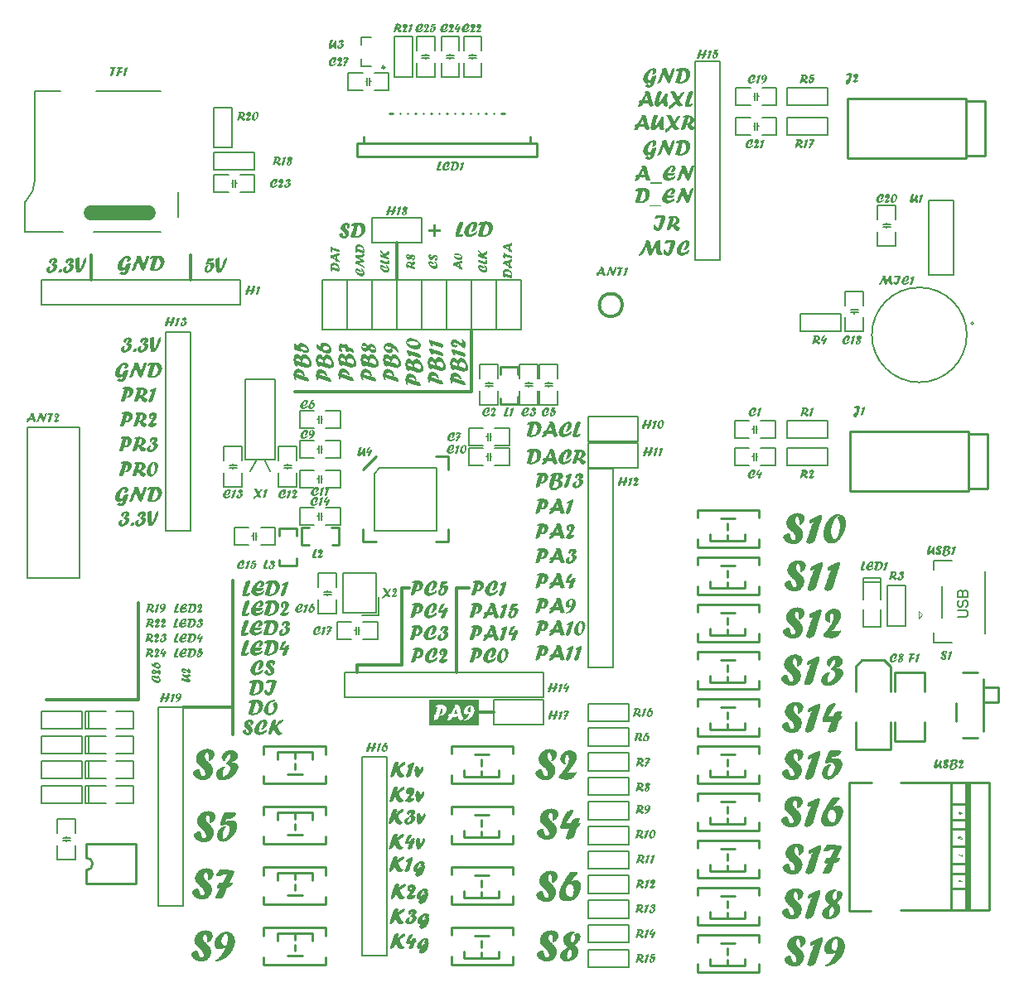
<source format=gto>
G04*
G04 #@! TF.GenerationSoftware,Altium Limited,Altium Designer,21.9.2 (33)*
G04*
G04 Layer_Color=65535*
%FSLAX25Y25*%
%MOIN*%
G70*
G04*
G04 #@! TF.SameCoordinates,66518ADA-414C-4047-A028-89B1228E7E92*
G04*
G04*
G04 #@! TF.FilePolarity,Positive*
G04*
G01*
G75*
%ADD10C,0.00984*%
%ADD11C,0.01200*%
%ADD12C,0.01000*%
%ADD13C,0.00787*%
%ADD14C,0.00500*%
%ADD15C,0.00591*%
%ADD16C,0.00800*%
%ADD17C,0.00600*%
%ADD18C,0.00394*%
%ADD19C,0.00900*%
%ADD20C,0.05906*%
G36*
X187056Y105954D02*
X166944D01*
Y116046D01*
X187056D01*
Y105954D01*
D02*
G37*
G36*
X200073Y300074D02*
X200081Y300070D01*
X200089Y300057D01*
X200097Y300041D01*
X200127Y299999D01*
X200160Y299945D01*
X200197Y299883D01*
X200235Y299820D01*
X200272Y299758D01*
X200301Y299695D01*
X200305Y299687D01*
X200310Y299671D01*
X200322Y299641D01*
X200335Y299604D01*
X200347Y299558D01*
X200355Y299513D01*
X200364Y299463D01*
X200368Y299413D01*
Y299388D01*
X200364Y299359D01*
X200360Y299321D01*
X200355Y299279D01*
X200343Y299234D01*
X200330Y299188D01*
X200310Y299146D01*
X200305Y299142D01*
X200297Y299130D01*
X200285Y299109D01*
X200260Y299084D01*
X200235Y299055D01*
X200201Y299022D01*
X200160Y298988D01*
X200114Y298955D01*
X200110D01*
X200106Y298951D01*
X200081Y298938D01*
X200039Y298918D01*
X199985Y298893D01*
X199914Y298864D01*
X199827Y298826D01*
X199731Y298789D01*
X199619Y298751D01*
X199615D01*
X199598Y298747D01*
X199573Y298739D01*
X199544Y298726D01*
X199540D01*
X199536Y298722D01*
X199515Y298718D01*
X199482Y298705D01*
X199444Y298693D01*
Y298689D01*
X199449Y298680D01*
X199457Y298664D01*
X199465Y298643D01*
X199473Y298614D01*
X199486Y298585D01*
X199511Y298514D01*
X199536Y298439D01*
X199557Y298356D01*
X199573Y298277D01*
X199577Y298206D01*
Y298148D01*
X199573Y298094D01*
X199569Y298036D01*
Y298007D01*
X199565Y297990D01*
Y297869D01*
X199561Y297824D01*
Y297769D01*
X199557Y297707D01*
Y297557D01*
X199553Y297466D01*
X199607Y297441D01*
X199611D01*
X199619Y297432D01*
X199636Y297428D01*
X199656Y297416D01*
X199686Y297403D01*
X199715Y297387D01*
X199785Y297349D01*
X199860Y297308D01*
X199943Y297262D01*
X200018Y297212D01*
X200085Y297162D01*
X200093Y297158D01*
X200110Y297141D01*
X200139Y297112D01*
X200172Y297079D01*
X200214Y297037D01*
X200251Y296983D01*
X200285Y296929D01*
X200314Y296867D01*
X200318Y296858D01*
X200322Y296838D01*
X200335Y296800D01*
X200347Y296754D01*
X200360Y296692D01*
X200368Y296621D01*
X200376Y296542D01*
X200380Y296451D01*
Y296401D01*
X200376Y296372D01*
X200368Y296301D01*
X200360Y296268D01*
X200351Y296243D01*
Y296238D01*
X200343Y296234D01*
X200326Y296214D01*
X200293Y296193D01*
X200272Y296189D01*
X200247Y296184D01*
X200243D01*
X200226Y296189D01*
X200197Y296201D01*
X200177Y296209D01*
X200151Y296222D01*
X200122Y296234D01*
X200085Y296255D01*
X200047Y296280D01*
X200002Y296309D01*
X199952Y296342D01*
X199894Y296380D01*
X199827Y296426D01*
X199756Y296476D01*
X199752Y296480D01*
X199731Y296492D01*
X199706Y296513D01*
X199677Y296534D01*
X199607Y296588D01*
X199569Y296613D01*
X199536Y296634D01*
Y296630D01*
X199532Y296621D01*
Y296609D01*
X199528Y296592D01*
X199511Y296546D01*
X199494Y296497D01*
X199465Y296442D01*
X199432Y296401D01*
X199411Y296380D01*
X199390Y296368D01*
X199365Y296359D01*
X199340Y296355D01*
X199336D01*
X199320Y296359D01*
X199290Y296368D01*
X199253Y296384D01*
X199203Y296409D01*
X199145Y296446D01*
X199111Y296472D01*
X199074Y296505D01*
X199032Y296538D01*
X198991Y296575D01*
X198987Y296580D01*
X198974Y296592D01*
X198953Y296613D01*
X198933Y296642D01*
X198908Y296671D01*
X198883Y296705D01*
X198862Y296742D01*
X198849Y296775D01*
Y296779D01*
X198845Y296792D01*
X198837Y296817D01*
X198833Y296850D01*
X198825Y296892D01*
X198820Y296950D01*
X198816Y297017D01*
X198812Y297095D01*
X198808Y297100D01*
X198795Y297104D01*
X198775Y297116D01*
X198750Y297129D01*
X198716Y297150D01*
X198683Y297166D01*
X198604Y297212D01*
X198517Y297258D01*
X198438Y297304D01*
X198400Y297324D01*
X198367Y297341D01*
X198338Y297358D01*
X198313Y297370D01*
X198309Y297374D01*
X198292Y297382D01*
X198271Y297395D01*
X198238Y297412D01*
X198201Y297432D01*
X198155Y297457D01*
X198101Y297486D01*
X198042Y297520D01*
X198034Y297524D01*
X198013Y297536D01*
X197980Y297557D01*
X197934Y297582D01*
X197876Y297616D01*
X197814Y297649D01*
X197743Y297690D01*
X197668Y297732D01*
X197664D01*
X197660Y297736D01*
X197647Y297744D01*
X197631Y297753D01*
X197610Y297765D01*
X197581Y297782D01*
X197552Y297798D01*
X197518Y297819D01*
X197439Y297865D01*
X197339Y297919D01*
X197231Y297986D01*
X197106Y298057D01*
X196811Y297894D01*
X196807Y297898D01*
X196803Y297903D01*
X196786Y297932D01*
X196765Y297965D01*
X196745Y298007D01*
Y298011D01*
X196740Y298015D01*
X196736Y298027D01*
X196732Y298044D01*
X196724Y298090D01*
X196707Y298148D01*
X196695Y298219D01*
X196686Y298306D01*
X196678Y298402D01*
X196674Y298506D01*
Y298535D01*
X196678Y298556D01*
Y298576D01*
X196682Y298606D01*
X196695Y298672D01*
X196715Y298743D01*
X196745Y298822D01*
X196786Y298893D01*
X196844Y298959D01*
X196853Y298963D01*
X196869Y298984D01*
X196903Y299009D01*
X196948Y299038D01*
X197011Y299076D01*
X197077Y299113D01*
X197160Y299151D01*
X197256Y299184D01*
X197260D01*
X197269Y299188D01*
X197285Y299192D01*
X197306Y299201D01*
X197331Y299209D01*
X197364Y299217D01*
X197406Y299225D01*
X197452Y299238D01*
X197502Y299250D01*
X197556Y299263D01*
X197618Y299279D01*
X197685Y299292D01*
X197759Y299309D01*
X197839Y299321D01*
X197922Y299338D01*
X198009Y299350D01*
X198013D01*
X198022D01*
X198034Y299354D01*
X198051Y299359D01*
X198097Y299363D01*
X198151Y299371D01*
X198209Y299383D01*
X198271Y299396D01*
X198329Y299404D01*
X198383Y299417D01*
X198388D01*
X198400Y299421D01*
X198417Y299425D01*
X198438Y299433D01*
X198467Y299442D01*
X198500Y299450D01*
X198571Y299467D01*
X198646Y299487D01*
X198721Y299508D01*
X198783Y299529D01*
X198812Y299537D01*
X198833Y299542D01*
X198837D01*
X198849Y299550D01*
X198874Y299558D01*
X198908Y299567D01*
X198949Y299583D01*
X199003Y299604D01*
X199070Y299625D01*
X199145Y299654D01*
X199149D01*
X199157Y299658D01*
X199170Y299666D01*
X199186Y299671D01*
X199211Y299683D01*
X199241Y299695D01*
X199274Y299708D01*
X199315Y299725D01*
X199320Y299729D01*
X199336Y299733D01*
X199357Y299741D01*
X199382Y299754D01*
X199415Y299766D01*
X199449Y299779D01*
X199523Y299808D01*
X199528D01*
X199532Y299812D01*
X199544Y299816D01*
X199561Y299825D01*
X199582Y299833D01*
X199607Y299845D01*
X199636Y299858D01*
X199669Y299874D01*
X199748Y299912D01*
X199844Y299958D01*
X199952Y300016D01*
X200073Y300078D01*
Y300074D01*
D02*
G37*
G36*
X197090Y296039D02*
X197115Y296035D01*
X197144Y296026D01*
X197210Y296006D01*
X197215D01*
X197223Y296001D01*
X197239Y295993D01*
X197260Y295985D01*
X197302Y295960D01*
X197323Y295943D01*
X197339Y295926D01*
X197344Y295922D01*
X197352Y295910D01*
X197364Y295889D01*
X197385Y295856D01*
X197402Y295806D01*
X197414Y295777D01*
X197427Y295739D01*
X197435Y295702D01*
X197448Y295656D01*
X197456Y295606D01*
X197468Y295552D01*
Y295515D01*
X197473Y295494D01*
X197481Y295440D01*
X197485Y295444D01*
X197493Y295452D01*
X197506Y295461D01*
X197522Y295473D01*
X197568Y295498D01*
X197597Y295502D01*
X197626Y295506D01*
X197631D01*
X197643D01*
X197664Y295502D01*
X197693Y295498D01*
X197739Y295490D01*
X197793Y295473D01*
X197863Y295457D01*
X197951Y295431D01*
X197955D01*
X197963Y295427D01*
X197988Y295419D01*
X198022Y295407D01*
X198047Y295402D01*
X198076Y295394D01*
X198109Y295382D01*
X198146Y295373D01*
X198188Y295361D01*
X198238Y295348D01*
X198292Y295332D01*
X198354Y295315D01*
X198512Y295273D01*
X198625Y295249D01*
X198737Y295219D01*
X198741D01*
X198745D01*
X198770Y295211D01*
X198804Y295203D01*
X198837Y295194D01*
X198845D01*
X198862Y295190D01*
X198887Y295186D01*
X198912Y295178D01*
X198916D01*
X198928Y295174D01*
X198949Y295169D01*
X198974Y295165D01*
X198978D01*
X198983Y295161D01*
X198995D01*
X199012Y295157D01*
X199053Y295149D01*
X199107Y295132D01*
X199170Y295115D01*
X199245Y295099D01*
X199328Y295078D01*
X199411Y295053D01*
X199590Y295003D01*
X199673Y294978D01*
X199756Y294953D01*
X199835Y294924D01*
X199902Y294899D01*
X199960Y294874D01*
X200006Y294853D01*
X200010Y294849D01*
X200023Y294845D01*
X200039Y294832D01*
X200060Y294812D01*
X200085Y294791D01*
X200110Y294766D01*
X200139Y294733D01*
X200168Y294695D01*
X200172Y294691D01*
X200177Y294678D01*
X200189Y294662D01*
X200201Y294641D01*
X200218Y294612D01*
X200235Y294579D01*
X200276Y294500D01*
X200318Y294416D01*
X200351Y294325D01*
X200376Y294242D01*
X200380Y294200D01*
X200384Y294163D01*
Y294142D01*
X200380Y294117D01*
X200372Y294084D01*
X200360Y294050D01*
X200343Y294013D01*
X200322Y293975D01*
X200289Y293938D01*
X200285Y293934D01*
X200272Y293926D01*
X200251Y293909D01*
X200222Y293892D01*
X200189Y293876D01*
X200147Y293859D01*
X200102Y293851D01*
X200047Y293847D01*
X200043D01*
X200035D01*
X200018D01*
X199993Y293851D01*
X199964Y293855D01*
X199927Y293859D01*
X199881Y293867D01*
X199827Y293876D01*
X199765Y293888D01*
X199694Y293901D01*
X199615Y293921D01*
X199528Y293942D01*
X199432Y293971D01*
X199324Y294001D01*
X199207Y294034D01*
X199078Y294075D01*
X199074D01*
X199070Y294079D01*
X199057Y294084D01*
X199041Y294088D01*
X198999Y294100D01*
X198945Y294117D01*
X198883Y294138D01*
X198820Y294159D01*
X198750Y294179D01*
X198687Y294200D01*
X198679Y294204D01*
X198658Y294213D01*
X198625Y294221D01*
X198579Y294238D01*
X198521Y294258D01*
X198458Y294283D01*
X198388Y294308D01*
X198313Y294337D01*
X198309D01*
X198304Y294342D01*
X198292Y294346D01*
X198275Y294354D01*
X198234Y294371D01*
X198180Y294391D01*
X198113Y294421D01*
X198038Y294450D01*
X197955Y294487D01*
X197868Y294525D01*
X197863D01*
X197855Y294529D01*
X197847Y294533D01*
X197830Y294541D01*
X197789Y294558D01*
X197739Y294583D01*
X197680Y294608D01*
X197626Y294629D01*
X197576Y294654D01*
X197535Y294670D01*
Y294654D01*
X197539Y294637D01*
X197543Y294612D01*
X197547Y294579D01*
X197552Y294541D01*
X197556Y294500D01*
X197560Y294454D01*
X197568Y294350D01*
X197576Y294233D01*
X197581Y294113D01*
X197585Y293992D01*
Y293963D01*
X197581Y293942D01*
X197572Y293888D01*
X197556Y293830D01*
X197531Y293767D01*
X197489Y293713D01*
X197460Y293693D01*
X197431Y293676D01*
X197398Y293668D01*
X197356Y293664D01*
X197348D01*
X197331Y293668D01*
X197298Y293676D01*
X197256Y293689D01*
X197202Y293713D01*
X197135Y293755D01*
X197102Y293776D01*
X197065Y293805D01*
X197023Y293838D01*
X196982Y293876D01*
X196973Y293884D01*
X196957Y293901D01*
X196932Y293930D01*
X196903Y293963D01*
X196869Y294005D01*
X196836Y294050D01*
X196803Y294096D01*
X196778Y294142D01*
X196774Y294146D01*
X196769Y294163D01*
X196761Y294192D01*
X196749Y294225D01*
X196736Y294271D01*
X196728Y294321D01*
X196724Y294379D01*
X196720Y294441D01*
Y294566D01*
X196724Y294620D01*
Y294678D01*
X196728Y294749D01*
Y294787D01*
X196732Y294803D01*
Y294857D01*
X196736Y294891D01*
X196740Y294966D01*
X196745Y295061D01*
X196749Y295169D01*
X196757Y295290D01*
X196765Y295365D01*
X196774Y295440D01*
Y295469D01*
X196778Y295486D01*
Y295540D01*
X196786Y295598D01*
X196790Y295665D01*
X196794Y295727D01*
X196803Y295785D01*
X196807Y295806D01*
X196811Y295827D01*
Y295831D01*
X196815Y295843D01*
X196819Y295860D01*
X196828Y295885D01*
X196857Y295935D01*
X196894Y295989D01*
X196898Y295993D01*
X196903Y295997D01*
X196915Y296006D01*
X196932Y296018D01*
X196977Y296035D01*
X197006Y296039D01*
X197036Y296043D01*
X197040D01*
X197048D01*
X197065D01*
X197090Y296039D01*
D02*
G37*
G36*
X200073Y293510D02*
X200081Y293505D01*
X200089Y293493D01*
X200097Y293476D01*
X200127Y293435D01*
X200160Y293381D01*
X200197Y293318D01*
X200235Y293256D01*
X200272Y293193D01*
X200301Y293131D01*
X200305Y293123D01*
X200310Y293106D01*
X200322Y293077D01*
X200335Y293039D01*
X200347Y292994D01*
X200355Y292948D01*
X200364Y292898D01*
X200368Y292848D01*
Y292823D01*
X200364Y292794D01*
X200360Y292757D01*
X200355Y292715D01*
X200343Y292669D01*
X200330Y292623D01*
X200310Y292582D01*
X200305Y292578D01*
X200297Y292565D01*
X200285Y292545D01*
X200260Y292519D01*
X200235Y292490D01*
X200201Y292457D01*
X200160Y292424D01*
X200114Y292390D01*
X200110D01*
X200106Y292386D01*
X200081Y292374D01*
X200039Y292353D01*
X199985Y292328D01*
X199914Y292299D01*
X199827Y292262D01*
X199731Y292224D01*
X199619Y292187D01*
X199615D01*
X199598Y292182D01*
X199573Y292174D01*
X199544Y292162D01*
X199540D01*
X199536Y292158D01*
X199515Y292153D01*
X199482Y292141D01*
X199444Y292128D01*
Y292124D01*
X199449Y292116D01*
X199457Y292099D01*
X199465Y292078D01*
X199473Y292049D01*
X199486Y292020D01*
X199511Y291950D01*
X199536Y291875D01*
X199557Y291792D01*
X199573Y291712D01*
X199577Y291642D01*
Y291583D01*
X199573Y291529D01*
X199569Y291471D01*
Y291442D01*
X199565Y291425D01*
Y291305D01*
X199561Y291259D01*
Y291205D01*
X199557Y291143D01*
Y290993D01*
X199553Y290901D01*
X199607Y290876D01*
X199611D01*
X199619Y290868D01*
X199636Y290864D01*
X199656Y290851D01*
X199686Y290839D01*
X199715Y290822D01*
X199785Y290785D01*
X199860Y290743D01*
X199943Y290697D01*
X200018Y290648D01*
X200085Y290598D01*
X200093Y290593D01*
X200110Y290577D01*
X200139Y290548D01*
X200172Y290514D01*
X200214Y290473D01*
X200251Y290419D01*
X200285Y290365D01*
X200314Y290302D01*
X200318Y290294D01*
X200322Y290273D01*
X200335Y290236D01*
X200347Y290190D01*
X200360Y290127D01*
X200368Y290057D01*
X200376Y289978D01*
X200380Y289886D01*
Y289836D01*
X200376Y289807D01*
X200368Y289737D01*
X200360Y289703D01*
X200351Y289678D01*
Y289674D01*
X200343Y289670D01*
X200326Y289649D01*
X200293Y289628D01*
X200272Y289624D01*
X200247Y289620D01*
X200243D01*
X200226Y289624D01*
X200197Y289637D01*
X200177Y289645D01*
X200151Y289657D01*
X200122Y289670D01*
X200085Y289691D01*
X200047Y289716D01*
X200002Y289745D01*
X199952Y289778D01*
X199894Y289815D01*
X199827Y289861D01*
X199756Y289911D01*
X199752Y289915D01*
X199731Y289928D01*
X199706Y289949D01*
X199677Y289969D01*
X199607Y290023D01*
X199569Y290049D01*
X199536Y290069D01*
Y290065D01*
X199532Y290057D01*
Y290044D01*
X199528Y290028D01*
X199511Y289982D01*
X199494Y289932D01*
X199465Y289878D01*
X199432Y289836D01*
X199411Y289815D01*
X199390Y289803D01*
X199365Y289795D01*
X199340Y289791D01*
X199336D01*
X199320Y289795D01*
X199290Y289803D01*
X199253Y289820D01*
X199203Y289845D01*
X199145Y289882D01*
X199111Y289907D01*
X199074Y289940D01*
X199032Y289974D01*
X198991Y290011D01*
X198987Y290015D01*
X198974Y290028D01*
X198953Y290049D01*
X198933Y290078D01*
X198908Y290107D01*
X198883Y290140D01*
X198862Y290177D01*
X198849Y290211D01*
Y290215D01*
X198845Y290227D01*
X198837Y290252D01*
X198833Y290286D01*
X198825Y290327D01*
X198820Y290385D01*
X198816Y290452D01*
X198812Y290531D01*
X198808Y290535D01*
X198795Y290539D01*
X198775Y290552D01*
X198750Y290564D01*
X198716Y290585D01*
X198683Y290602D01*
X198604Y290648D01*
X198517Y290693D01*
X198438Y290739D01*
X198400Y290760D01*
X198367Y290776D01*
X198338Y290793D01*
X198313Y290806D01*
X198309Y290810D01*
X198292Y290818D01*
X198271Y290830D01*
X198238Y290847D01*
X198201Y290868D01*
X198155Y290893D01*
X198101Y290922D01*
X198042Y290955D01*
X198034Y290960D01*
X198013Y290972D01*
X197980Y290993D01*
X197934Y291018D01*
X197876Y291051D01*
X197814Y291084D01*
X197743Y291126D01*
X197668Y291167D01*
X197664D01*
X197660Y291172D01*
X197647Y291180D01*
X197631Y291188D01*
X197610Y291201D01*
X197581Y291217D01*
X197552Y291234D01*
X197518Y291255D01*
X197439Y291301D01*
X197339Y291355D01*
X197231Y291421D01*
X197106Y291492D01*
X196811Y291330D01*
X196807Y291334D01*
X196803Y291338D01*
X196786Y291367D01*
X196765Y291401D01*
X196745Y291442D01*
Y291446D01*
X196740Y291450D01*
X196736Y291463D01*
X196732Y291479D01*
X196724Y291525D01*
X196707Y291583D01*
X196695Y291654D01*
X196686Y291742D01*
X196678Y291837D01*
X196674Y291941D01*
Y291970D01*
X196678Y291991D01*
Y292012D01*
X196682Y292041D01*
X196695Y292108D01*
X196715Y292178D01*
X196745Y292257D01*
X196786Y292328D01*
X196844Y292395D01*
X196853Y292399D01*
X196869Y292420D01*
X196903Y292445D01*
X196948Y292474D01*
X197011Y292511D01*
X197077Y292549D01*
X197160Y292586D01*
X197256Y292619D01*
X197260D01*
X197269Y292623D01*
X197285Y292628D01*
X197306Y292636D01*
X197331Y292644D01*
X197364Y292653D01*
X197406Y292661D01*
X197452Y292673D01*
X197502Y292686D01*
X197556Y292698D01*
X197618Y292715D01*
X197685Y292727D01*
X197759Y292744D01*
X197839Y292757D01*
X197922Y292773D01*
X198009Y292786D01*
X198013D01*
X198022D01*
X198034Y292790D01*
X198051Y292794D01*
X198097Y292798D01*
X198151Y292807D01*
X198209Y292819D01*
X198271Y292831D01*
X198329Y292840D01*
X198383Y292852D01*
X198388D01*
X198400Y292857D01*
X198417Y292861D01*
X198438Y292869D01*
X198467Y292877D01*
X198500Y292886D01*
X198571Y292902D01*
X198646Y292923D01*
X198721Y292944D01*
X198783Y292965D01*
X198812Y292973D01*
X198833Y292977D01*
X198837D01*
X198849Y292985D01*
X198874Y292994D01*
X198908Y293002D01*
X198949Y293019D01*
X199003Y293039D01*
X199070Y293060D01*
X199145Y293089D01*
X199149D01*
X199157Y293094D01*
X199170Y293102D01*
X199186Y293106D01*
X199211Y293119D01*
X199241Y293131D01*
X199274Y293144D01*
X199315Y293160D01*
X199320Y293164D01*
X199336Y293168D01*
X199357Y293177D01*
X199382Y293189D01*
X199415Y293202D01*
X199449Y293214D01*
X199523Y293243D01*
X199528D01*
X199532Y293248D01*
X199544Y293252D01*
X199561Y293260D01*
X199582Y293268D01*
X199607Y293281D01*
X199636Y293293D01*
X199669Y293310D01*
X199748Y293347D01*
X199844Y293393D01*
X199952Y293451D01*
X200073Y293514D01*
Y293510D01*
D02*
G37*
G36*
X198067Y289491D02*
X198109D01*
X198155Y289487D01*
X198209Y289478D01*
X198267Y289474D01*
X198334Y289462D01*
X198404Y289454D01*
X198554Y289420D01*
X198716Y289374D01*
X198800Y289350D01*
X198883Y289316D01*
X198887D01*
X198904Y289308D01*
X198924Y289300D01*
X198958Y289283D01*
X198995Y289266D01*
X199041Y289246D01*
X199091Y289221D01*
X199145Y289192D01*
X199261Y289125D01*
X199386Y289046D01*
X199515Y288959D01*
X199632Y288855D01*
X199640Y288846D01*
X199661Y288821D01*
X199698Y288784D01*
X199744Y288730D01*
X199798Y288663D01*
X199856Y288580D01*
X199923Y288484D01*
X199989Y288376D01*
X200056Y288251D01*
X200122Y288114D01*
X200181Y287964D01*
X200235Y287806D01*
X200280Y287632D01*
X200318Y287449D01*
X200339Y287253D01*
X200343Y287149D01*
X200347Y287045D01*
Y286953D01*
X200343Y286916D01*
Y286874D01*
X200339Y286824D01*
X200335Y286725D01*
X200322Y286612D01*
X200310Y286496D01*
X200289Y286379D01*
Y286375D01*
X200285Y286367D01*
Y286350D01*
X200276Y286329D01*
X200264Y286280D01*
X200247Y286217D01*
X200231Y286151D01*
X200206Y286088D01*
X200177Y286030D01*
X200164Y286005D01*
X200147Y285984D01*
X200143Y285980D01*
X200139Y285976D01*
X200127Y285963D01*
X200110Y285955D01*
X200089Y285943D01*
X200068Y285930D01*
X200039Y285926D01*
X200006Y285922D01*
X200002D01*
X199985D01*
X199960Y285926D01*
X199927Y285934D01*
X197780Y286571D01*
X197776D01*
X197768Y286575D01*
X197755Y286579D01*
X197739Y286583D01*
X197697Y286596D01*
X197643Y286612D01*
X197585Y286633D01*
X197527Y286658D01*
X197473Y286683D01*
X197427Y286712D01*
X197423Y286716D01*
X197418Y286720D01*
X197393Y286745D01*
X197360Y286783D01*
X197327Y286833D01*
X197319D01*
Y286779D01*
X197323Y286758D01*
X197331Y286725D01*
X197339Y286683D01*
X197356Y286625D01*
X197377Y286554D01*
X197406Y286471D01*
Y286467D01*
X197410Y286458D01*
X197414Y286446D01*
X197418Y286425D01*
X197435Y286379D01*
X197452Y286321D01*
X197468Y286259D01*
X197485Y286200D01*
X197493Y286142D01*
X197497Y286097D01*
Y286088D01*
X197493Y286067D01*
X197489Y286042D01*
X197481Y286022D01*
X197477Y286017D01*
X197464Y286013D01*
X197448Y286009D01*
X197418Y286005D01*
X197414D01*
X197398D01*
X197377Y286009D01*
X197348Y286013D01*
X197314Y286017D01*
X197273Y286030D01*
X197231Y286042D01*
X197185Y286063D01*
X197181Y286067D01*
X197165Y286076D01*
X197140Y286088D01*
X197106Y286105D01*
X197073Y286126D01*
X197036Y286155D01*
X196957Y286217D01*
X196952Y286221D01*
X196940Y286234D01*
X196923Y286255D01*
X196898Y286280D01*
X196873Y286309D01*
X196853Y286342D01*
X196828Y286379D01*
X196811Y286417D01*
Y286421D01*
X196807Y286429D01*
X196803Y286442D01*
X196794Y286458D01*
X196786Y286483D01*
X196778Y286512D01*
X196769Y286546D01*
X196757Y286583D01*
X196749Y286625D01*
X196736Y286675D01*
X196724Y286725D01*
X196711Y286783D01*
X196703Y286841D01*
X196690Y286908D01*
X196670Y287049D01*
Y287053D01*
X196665Y287066D01*
Y287091D01*
X196661Y287120D01*
X196657Y287157D01*
X196653Y287199D01*
X196649Y287253D01*
X196641Y287307D01*
X196636Y287369D01*
X196632Y287436D01*
X196628Y287507D01*
X196624Y287586D01*
X196620Y287748D01*
X196616Y287919D01*
Y287968D01*
X196620Y288002D01*
Y288048D01*
X196624Y288097D01*
X196628Y288152D01*
X196636Y288214D01*
X196653Y288347D01*
X196682Y288493D01*
X196720Y288634D01*
X196774Y288771D01*
Y288775D01*
X196782Y288788D01*
X196790Y288805D01*
X196803Y288830D01*
X196819Y288859D01*
X196840Y288892D01*
X196890Y288971D01*
X196957Y289058D01*
X197040Y289146D01*
X197135Y289233D01*
X197244Y289308D01*
X197248Y289312D01*
X197256Y289316D01*
X197277Y289325D01*
X197298Y289337D01*
X197331Y289350D01*
X197364Y289366D01*
X197406Y289383D01*
X197456Y289404D01*
X197506Y289420D01*
X197564Y289437D01*
X197626Y289454D01*
X197693Y289466D01*
X197834Y289487D01*
X197913Y289495D01*
X197993D01*
X197997D01*
X198013D01*
X198034D01*
X198067Y289491D01*
D02*
G37*
G36*
X186875Y297026D02*
X186905Y297022D01*
X186938Y297018D01*
X186975Y297009D01*
X187017Y296993D01*
X187058Y296976D01*
X187063Y296972D01*
X187079Y296968D01*
X187100Y296955D01*
X187125Y296939D01*
X187158Y296918D01*
X187192Y296893D01*
X187262Y296831D01*
X187271Y296822D01*
X187279Y296814D01*
X187292Y296797D01*
X187308Y296781D01*
X187329Y296756D01*
X187350Y296726D01*
X187379Y296693D01*
X187408Y296652D01*
X187441Y296606D01*
X187479Y296556D01*
X187516Y296498D01*
X187558Y296435D01*
X187603Y296365D01*
X187653Y296290D01*
X187703Y296207D01*
X187707Y296202D01*
X187712Y296190D01*
X187724Y296173D01*
X187741Y296148D01*
X187757Y296119D01*
X187778Y296086D01*
X187832Y296007D01*
X187891Y295919D01*
X187953Y295828D01*
X188020Y295741D01*
X188082Y295662D01*
X188086D01*
X188090D01*
X188115Y295666D01*
X188153Y295674D01*
X188198Y295682D01*
X188257Y295691D01*
X188315Y295703D01*
X188440Y295728D01*
X188448D01*
X188465Y295737D01*
X188498Y295745D01*
X188535Y295753D01*
X188577Y295770D01*
X188627Y295782D01*
X188723Y295815D01*
X188727Y295820D01*
X188743Y295824D01*
X188768Y295836D01*
X188806Y295853D01*
X188847Y295870D01*
X188897Y295895D01*
X188951Y295924D01*
X189014Y295953D01*
X189022Y295957D01*
X189047Y295969D01*
X189084Y295990D01*
X189130Y296015D01*
X189184Y296048D01*
X189243Y296086D01*
X189367Y296165D01*
X189372Y296169D01*
X189384Y296177D01*
X189405Y296194D01*
X189430Y296215D01*
X189463Y296240D01*
X189496Y296273D01*
X189538Y296306D01*
X189579Y296348D01*
X189663Y296431D01*
X189750Y296531D01*
X189787Y296581D01*
X189821Y296635D01*
X189854Y296685D01*
X189879Y296739D01*
Y296743D01*
X189887Y296751D01*
X189896Y296768D01*
X189904Y296785D01*
X189917Y296801D01*
X189929Y296818D01*
X189946Y296826D01*
X189958Y296831D01*
X189962D01*
X189971D01*
X189983Y296826D01*
X190000Y296818D01*
X190025Y296806D01*
X190045Y296789D01*
X190075Y296768D01*
X190104Y296735D01*
X190108Y296731D01*
X190124Y296714D01*
X190149Y296685D01*
X190179Y296652D01*
X190208Y296606D01*
X190241Y296556D01*
X190274Y296498D01*
X190303Y296435D01*
X190307Y296427D01*
X190312Y296406D01*
X190324Y296369D01*
X190337Y296327D01*
X190349Y296273D01*
X190357Y296211D01*
X190366Y296148D01*
X190370Y296082D01*
Y296048D01*
X190366Y296028D01*
Y295999D01*
X190362Y295965D01*
X190357Y295928D01*
X190349Y295886D01*
X190328Y295795D01*
X190299Y295699D01*
X190258Y295595D01*
X190199Y295495D01*
X190195Y295491D01*
X190191Y295483D01*
X190183Y295470D01*
X190166Y295454D01*
X190129Y295408D01*
X190075Y295350D01*
X190008Y295287D01*
X189925Y295221D01*
X189825Y295158D01*
X189717Y295100D01*
X189713D01*
X189700Y295092D01*
X189679Y295083D01*
X189654Y295075D01*
X189621Y295063D01*
X189579Y295046D01*
X189534Y295033D01*
X189480Y295017D01*
X189421Y294996D01*
X189355Y294979D01*
X189288Y294963D01*
X189213Y294946D01*
X189134Y294929D01*
X189051Y294917D01*
X188872Y294892D01*
X188868D01*
X188856D01*
X188839Y294888D01*
X188814D01*
X188789Y294884D01*
X188756D01*
X188681Y294880D01*
Y294871D01*
X188689Y294867D01*
X188706Y294855D01*
X188735Y294834D01*
X188772Y294809D01*
X188814Y294784D01*
X188856Y294755D01*
X188897Y294730D01*
X188939Y294709D01*
X188943D01*
X188960Y294701D01*
X188980Y294688D01*
X189018Y294676D01*
X189068Y294655D01*
X189126Y294630D01*
X189201Y294597D01*
X189288Y294563D01*
X189293D01*
X189301Y294559D01*
X189317Y294551D01*
X189342Y294543D01*
X189367Y294534D01*
X189401Y294522D01*
X189471Y294489D01*
X189550Y294455D01*
X189634Y294418D01*
X189713Y294380D01*
X189783Y294339D01*
X189792Y294335D01*
X189813Y294322D01*
X189846Y294301D01*
X189883Y294272D01*
X189929Y294239D01*
X189975Y294197D01*
X190025Y294156D01*
X190066Y294106D01*
X190070Y294102D01*
X190083Y294085D01*
X190104Y294060D01*
X190129Y294027D01*
X190158Y293985D01*
X190187Y293939D01*
X190216Y293889D01*
X190245Y293835D01*
X190249Y293827D01*
X190258Y293810D01*
X190266Y293781D01*
X190278Y293748D01*
X190295Y293711D01*
X190303Y293669D01*
X190312Y293627D01*
X190316Y293586D01*
Y293573D01*
X190312Y293561D01*
X190307Y293544D01*
X190291Y293507D01*
X190278Y293486D01*
X190262Y293465D01*
X190258D01*
X190253Y293457D01*
X190241Y293453D01*
X190224Y293444D01*
X190183Y293428D01*
X190158Y293424D01*
X190129Y293419D01*
X190124D01*
X190120D01*
X190104D01*
X190079D01*
X190054Y293424D01*
X190050D01*
X190033Y293428D01*
X190004Y293436D01*
X189966Y293444D01*
X189921Y293457D01*
X189867Y293469D01*
X189804Y293486D01*
X189738Y293507D01*
X189663Y293523D01*
X189584Y293544D01*
X189496Y293569D01*
X189409Y293594D01*
X189222Y293644D01*
X189030Y293698D01*
X189026D01*
X189005Y293706D01*
X188980Y293715D01*
X188943Y293723D01*
X188897Y293740D01*
X188843Y293752D01*
X188781Y293773D01*
X188714Y293794D01*
X188639Y293815D01*
X188560Y293840D01*
X188398Y293889D01*
X188223Y293944D01*
X188049Y294002D01*
X188045D01*
X188028Y294010D01*
X188003Y294018D01*
X187970Y294027D01*
X187932Y294043D01*
X187886Y294056D01*
X187832Y294077D01*
X187778Y294093D01*
X187653Y294139D01*
X187524Y294185D01*
X187391Y294235D01*
X187267Y294285D01*
X187262D01*
X187254Y294289D01*
X187237Y294297D01*
X187217Y294305D01*
X187188Y294318D01*
X187158Y294330D01*
X187096Y294359D01*
X187025Y294393D01*
X186959Y294430D01*
X186900Y294463D01*
X186875Y294480D01*
X186855Y294493D01*
X186851Y294497D01*
X186838Y294509D01*
X186821Y294530D01*
X186801Y294559D01*
X186776Y294592D01*
X186747Y294638D01*
X186722Y294688D01*
X186697Y294746D01*
X186693Y294755D01*
X186684Y294776D01*
X186676Y294809D01*
X186663Y294855D01*
X186651Y294909D01*
X186638Y294967D01*
X186634Y295033D01*
X186630Y295100D01*
Y295129D01*
X186634Y295158D01*
Y295192D01*
X186651Y295271D01*
X186659Y295304D01*
X186676Y295333D01*
Y295337D01*
X186684Y295345D01*
X186697Y295354D01*
X186709Y295370D01*
X186730Y295383D01*
X186755Y295391D01*
X186788Y295399D01*
X186821Y295404D01*
X186830D01*
X186838D01*
X186855Y295399D01*
X186880Y295395D01*
X186909Y295387D01*
X186946Y295379D01*
X186992Y295370D01*
X187046Y295354D01*
X187109Y295333D01*
X187183Y295312D01*
X187271Y295283D01*
X187371Y295254D01*
X187483Y295212D01*
X187608Y295171D01*
X187749Y295121D01*
X187753D01*
X187757Y295117D01*
X187774Y295112D01*
X187791Y295108D01*
X187816Y295100D01*
X187845Y295088D01*
X187882Y295075D01*
X187924Y295058D01*
X187928D01*
X187945Y295050D01*
X187965Y295046D01*
X187990Y295033D01*
X188049Y295013D01*
X188074Y295004D01*
X188099Y294996D01*
X188115Y295008D01*
X188036Y295058D01*
X187445Y295603D01*
X187441Y295607D01*
X187437Y295612D01*
X187425Y295624D01*
X187408Y295641D01*
X187371Y295682D01*
X187325Y295732D01*
X187271Y295786D01*
X187221Y295845D01*
X187167Y295899D01*
X187125Y295949D01*
X187121Y295953D01*
X187109Y295969D01*
X187088Y295999D01*
X187058Y296032D01*
X187025Y296078D01*
X186988Y296128D01*
X186946Y296190D01*
X186900Y296252D01*
X186896Y296256D01*
X186892Y296265D01*
X186880Y296281D01*
X186867Y296306D01*
X186851Y296336D01*
X186834Y296365D01*
X186792Y296444D01*
X186751Y296531D01*
X186717Y296631D01*
X186693Y296731D01*
X186688Y296781D01*
X186684Y296831D01*
Y296839D01*
X186688Y296864D01*
X186693Y296893D01*
X186701Y296930D01*
X186722Y296968D01*
X186747Y297001D01*
X186784Y297022D01*
X186809Y297026D01*
X186834Y297030D01*
X186838D01*
X186855D01*
X186875Y297026D01*
D02*
G37*
G36*
X186913Y293240D02*
X186954Y293232D01*
X187013Y293220D01*
X187083Y293203D01*
X187125Y293195D01*
X187171Y293182D01*
X187221Y293166D01*
X187275Y293149D01*
X187279D01*
X187287Y293145D01*
X187304Y293141D01*
X187329Y293132D01*
X187358Y293120D01*
X187396Y293107D01*
X187437Y293095D01*
X187483Y293078D01*
X187533Y293057D01*
X187591Y293037D01*
X187653Y293012D01*
X187724Y292987D01*
X187795Y292958D01*
X187870Y292929D01*
X187953Y292895D01*
X188036Y292862D01*
X188248Y292775D01*
X188252D01*
X188265Y292766D01*
X188290Y292758D01*
X188319Y292745D01*
X188356Y292729D01*
X188402Y292712D01*
X188452Y292691D01*
X188506Y292671D01*
X188565Y292646D01*
X188631Y292621D01*
X188768Y292562D01*
X188918Y292508D01*
X189072Y292450D01*
X189076D01*
X189080Y292446D01*
X189093Y292442D01*
X189109Y292438D01*
X189130Y292429D01*
X189159Y292421D01*
X189193Y292408D01*
X189230Y292396D01*
X189276Y292384D01*
X189326Y292367D01*
X189380Y292346D01*
X189442Y292329D01*
X189513Y292304D01*
X189588Y292284D01*
X189671Y292259D01*
X189758Y292230D01*
Y292242D01*
X189754Y292255D01*
Y292271D01*
X189750Y292292D01*
Y292321D01*
X189746Y292354D01*
X189742Y292388D01*
X189733Y292429D01*
X189729Y292475D01*
X189721Y292525D01*
X189713Y292579D01*
X189692Y292695D01*
X189667Y292829D01*
Y292833D01*
X189663Y292841D01*
Y292849D01*
X189658Y292866D01*
X189650Y292908D01*
X189642Y292958D01*
X189634Y293007D01*
X189625Y293053D01*
X189617Y293095D01*
Y293137D01*
X189621Y293149D01*
X189625Y293170D01*
X189638Y293186D01*
X189650Y293199D01*
X189671Y293211D01*
X189696Y293215D01*
X189700D01*
X189713D01*
X189733Y293211D01*
X189758Y293203D01*
X189796Y293191D01*
X189837Y293170D01*
X189887Y293145D01*
X189941Y293111D01*
X189950Y293107D01*
X189966Y293095D01*
X189996Y293070D01*
X190033Y293045D01*
X190079Y293007D01*
X190124Y292970D01*
X190170Y292924D01*
X190216Y292879D01*
X190220Y292874D01*
X190228Y292862D01*
X190245Y292841D01*
X190262Y292812D01*
X190278Y292775D01*
X190299Y292733D01*
X190316Y292679D01*
X190328Y292617D01*
Y292608D01*
X190332Y292600D01*
Y292583D01*
X190337Y292567D01*
Y292542D01*
X190341Y292512D01*
X190345Y292483D01*
X190349Y292446D01*
Y292408D01*
X190353Y292363D01*
X190357Y292313D01*
Y292259D01*
X190362Y292200D01*
Y291951D01*
X190357Y291876D01*
Y291789D01*
X190349Y291701D01*
X190345Y291614D01*
X190337Y291539D01*
X190332Y291527D01*
Y291518D01*
X190328Y291502D01*
X190324Y291481D01*
X190316Y291452D01*
X190312Y291443D01*
X190303Y291427D01*
X190282Y291406D01*
X190258Y291377D01*
X190220Y291348D01*
X190174Y291327D01*
X190116Y291310D01*
X190050Y291302D01*
X190041D01*
X190021D01*
X190004Y291306D01*
X189983D01*
X189954Y291310D01*
X189925Y291314D01*
X189892Y291319D01*
X189850Y291323D01*
X189808Y291331D01*
X189758Y291335D01*
X189704Y291348D01*
X189646Y291356D01*
X189579Y291373D01*
X189509Y291385D01*
X189505D01*
X189492Y291389D01*
X189467Y291393D01*
X189438Y291402D01*
X189401Y291410D01*
X189355Y291418D01*
X189301Y291431D01*
X189243Y291447D01*
X189172Y291464D01*
X189101Y291481D01*
X189022Y291502D01*
X188935Y291522D01*
X188843Y291547D01*
X188748Y291572D01*
X188644Y291601D01*
X188540Y291631D01*
X188535D01*
X188523Y291635D01*
X188506Y291639D01*
X188481Y291647D01*
X188452Y291655D01*
X188419Y291664D01*
X188377Y291676D01*
X188331Y291689D01*
X188282Y291705D01*
X188227Y291722D01*
X188111Y291755D01*
X187986Y291793D01*
X187853Y291834D01*
X187578Y291922D01*
X187445Y291968D01*
X187317Y292013D01*
X187200Y292059D01*
X187092Y292101D01*
X187046Y292121D01*
X187004Y292138D01*
X186967Y292159D01*
X186938Y292176D01*
X186934Y292180D01*
X186921Y292188D01*
X186900Y292200D01*
X186880Y292217D01*
X186851Y292238D01*
X186826Y292263D01*
X186801Y292292D01*
X186776Y292325D01*
X186772Y292329D01*
X186767Y292342D01*
X186755Y292363D01*
X186742Y292392D01*
X186726Y292425D01*
X186713Y292467D01*
X186697Y292517D01*
X186684Y292571D01*
Y292579D01*
X186680Y292596D01*
X186672Y292629D01*
X186668Y292671D01*
X186659Y292721D01*
X186655Y292779D01*
X186651Y292845D01*
Y292945D01*
X186655Y292978D01*
Y293016D01*
X186672Y293099D01*
X186684Y293137D01*
X186701Y293170D01*
Y293174D01*
X186709Y293182D01*
X186722Y293195D01*
X186738Y293207D01*
X186759Y293220D01*
X186788Y293232D01*
X186821Y293240D01*
X186863Y293245D01*
X186867D01*
X186884D01*
X186913Y293240D01*
D02*
G37*
G36*
X187396Y291111D02*
X187425D01*
X187462Y291106D01*
X187504Y291102D01*
X187554Y291094D01*
X187603Y291086D01*
X187658Y291073D01*
X187778Y291044D01*
X187907Y291002D01*
X188045Y290948D01*
X188049D01*
X188061Y290940D01*
X188082Y290932D01*
X188107Y290919D01*
X188136Y290903D01*
X188173Y290882D01*
X188215Y290857D01*
X188261Y290832D01*
X188361Y290769D01*
X188469Y290690D01*
X188577Y290607D01*
X188685Y290507D01*
X188689D01*
X188693Y290499D01*
X188718Y290474D01*
X188752Y290437D01*
X188797Y290387D01*
X188847Y290333D01*
X188897Y290266D01*
X188947Y290199D01*
X188993Y290129D01*
X188997Y290121D01*
X189010Y290095D01*
X189030Y290062D01*
X189047Y290017D01*
X189068Y289962D01*
X189089Y289908D01*
X189101Y289850D01*
X189105Y289792D01*
Y289788D01*
X189101Y289771D01*
X189097Y289750D01*
X189089Y289729D01*
X189076Y289704D01*
X189051Y289684D01*
X189022Y289667D01*
X188980Y289663D01*
X188976D01*
X188968D01*
X188955Y289667D01*
X188939Y289671D01*
X188914Y289680D01*
X188889Y289692D01*
X188856Y289709D01*
X188818Y289734D01*
X188810Y289738D01*
X188789Y289750D01*
X188756Y289771D01*
X188710Y289800D01*
X188648Y289833D01*
X188577Y289871D01*
X188490Y289913D01*
X188390Y289958D01*
X188386D01*
X188377Y289962D01*
X188365Y289967D01*
X188344Y289975D01*
X188319Y289983D01*
X188286Y289996D01*
X188252Y290008D01*
X188215Y290021D01*
X188128Y290050D01*
X188024Y290079D01*
X187911Y290108D01*
X187791Y290137D01*
X187787D01*
X187774Y290141D01*
X187757Y290145D01*
X187737Y290150D01*
X187707Y290154D01*
X187674Y290162D01*
X187595Y290175D01*
X187512Y290187D01*
X187420Y290199D01*
X187329Y290208D01*
X187242Y290212D01*
X187233D01*
X187217D01*
X187196Y290208D01*
X187167Y290204D01*
X187142Y290195D01*
X187117Y290183D01*
X187100Y290166D01*
X187096Y290141D01*
Y290137D01*
X187100Y290129D01*
X187104Y290112D01*
X187117Y290091D01*
X187138Y290062D01*
X187167Y290021D01*
X187208Y289975D01*
X187262Y289917D01*
X187267Y289913D01*
X187275Y289904D01*
X187287Y289892D01*
X187308Y289875D01*
X187333Y289854D01*
X187362Y289829D01*
X187396Y289804D01*
X187437Y289771D01*
X187524Y289704D01*
X187628Y289634D01*
X187741Y289559D01*
X187866Y289484D01*
X187870D01*
X187882Y289476D01*
X187899Y289467D01*
X187924Y289451D01*
X187957Y289438D01*
X187990Y289417D01*
X188036Y289397D01*
X188082Y289376D01*
X188132Y289351D01*
X188186Y289330D01*
X188302Y289280D01*
X188431Y289234D01*
X188565Y289193D01*
X188569D01*
X188581Y289189D01*
X188598Y289184D01*
X188627Y289176D01*
X188656Y289168D01*
X188693Y289159D01*
X188735Y289151D01*
X188785Y289143D01*
X188889Y289126D01*
X189005Y289110D01*
X189130Y289097D01*
X189259Y289093D01*
X189263D01*
X189272D01*
X189284D01*
X189301D01*
X189347Y289097D01*
X189405Y289101D01*
X189467Y289105D01*
X189525Y289118D01*
X189579Y289130D01*
X189625Y289147D01*
X189629Y289151D01*
X189642Y289159D01*
X189654Y289176D01*
X189671Y289197D01*
X189692Y289226D01*
X189704Y289264D01*
X189717Y289313D01*
X189721Y289368D01*
Y289392D01*
X189717Y289422D01*
X189713Y289463D01*
X189704Y289513D01*
X189688Y289571D01*
X189671Y289638D01*
X189646Y289713D01*
X189642Y289717D01*
X189638Y289734D01*
X189625Y289759D01*
X189613Y289792D01*
X189592Y289838D01*
X189567Y289887D01*
X189542Y289946D01*
X189509Y290012D01*
X189476Y290083D01*
X189434Y290158D01*
X189392Y290237D01*
X189342Y290324D01*
X189238Y290503D01*
X189118Y290694D01*
Y290699D01*
X189109Y290703D01*
X189105Y290715D01*
X189093Y290732D01*
X189072Y290769D01*
X189043Y290819D01*
X189014Y290869D01*
X188993Y290915D01*
X188976Y290957D01*
X188968Y290986D01*
Y290998D01*
X188972Y291015D01*
X188980Y291032D01*
X188989Y291048D01*
X189005Y291065D01*
X189030Y291073D01*
X189059Y291077D01*
X189064D01*
X189068D01*
X189084Y291073D01*
X189109Y291069D01*
X189143Y291061D01*
X189184Y291048D01*
X189230Y291036D01*
X189284Y291015D01*
X189338Y290994D01*
X189342D01*
X189351Y290990D01*
X189367Y290982D01*
X189384Y290969D01*
X189434Y290944D01*
X189496Y290911D01*
X189559Y290873D01*
X189621Y290832D01*
X189679Y290790D01*
X189700Y290774D01*
X189721Y290753D01*
X189729Y290744D01*
X189746Y290724D01*
X189779Y290682D01*
X189817Y290632D01*
X189862Y290561D01*
X189912Y290482D01*
X189966Y290391D01*
X190021Y290283D01*
Y290279D01*
X190029Y290270D01*
X190033Y290254D01*
X190045Y290233D01*
X190058Y290204D01*
X190070Y290170D01*
X190087Y290133D01*
X190104Y290095D01*
X190145Y290004D01*
X190183Y289900D01*
X190224Y289788D01*
X190262Y289671D01*
Y289667D01*
X190266Y289659D01*
X190270Y289642D01*
X190274Y289621D01*
X190282Y289592D01*
X190291Y289563D01*
X190307Y289488D01*
X190324Y289405D01*
X190341Y289318D01*
X190349Y289230D01*
X190353Y289147D01*
Y289105D01*
X190349Y289060D01*
X190341Y288997D01*
X190332Y288927D01*
X190316Y288852D01*
X190291Y288769D01*
X190262Y288685D01*
Y288681D01*
X190258Y288677D01*
X190253Y288665D01*
X190245Y288648D01*
X190224Y288610D01*
X190195Y288556D01*
X190162Y288498D01*
X190116Y288436D01*
X190066Y288369D01*
X190012Y288307D01*
X190004Y288298D01*
X189983Y288282D01*
X189950Y288253D01*
X189904Y288215D01*
X189850Y288178D01*
X189787Y288136D01*
X189713Y288094D01*
X189638Y288057D01*
X189634D01*
X189629Y288053D01*
X189617Y288049D01*
X189600Y288045D01*
X189555Y288028D01*
X189500Y288016D01*
X189430Y287999D01*
X189355Y287982D01*
X189268Y287974D01*
X189180Y287970D01*
X189176D01*
X189172D01*
X189147D01*
X189109Y287974D01*
X189059Y287978D01*
X189001Y287982D01*
X188930Y287995D01*
X188860Y288007D01*
X188781Y288028D01*
X188777D01*
X188772Y288032D01*
X188760Y288036D01*
X188743Y288040D01*
X188702Y288053D01*
X188644Y288070D01*
X188577Y288094D01*
X188498Y288124D01*
X188415Y288161D01*
X188327Y288198D01*
X188323D01*
X188315Y288203D01*
X188302Y288211D01*
X188286Y288219D01*
X188240Y288240D01*
X188182Y288273D01*
X188115Y288311D01*
X188040Y288352D01*
X187965Y288402D01*
X187886Y288452D01*
X187882Y288457D01*
X187866Y288465D01*
X187841Y288481D01*
X187812Y288506D01*
X187774Y288531D01*
X187733Y288561D01*
X187649Y288623D01*
X187645Y288627D01*
X187628Y288639D01*
X187608Y288656D01*
X187578Y288681D01*
X187545Y288710D01*
X187512Y288748D01*
X187433Y288823D01*
X187429Y288827D01*
X187416Y288843D01*
X187391Y288864D01*
X187366Y288893D01*
X187333Y288927D01*
X187300Y288968D01*
X187225Y289060D01*
X187221Y289064D01*
X187208Y289081D01*
X187192Y289105D01*
X187167Y289139D01*
X187142Y289172D01*
X187113Y289214D01*
X187058Y289293D01*
Y289297D01*
X187054Y289301D01*
X187038Y289326D01*
X187013Y289363D01*
X186984Y289413D01*
X186946Y289472D01*
X186913Y289534D01*
X186875Y289605D01*
X186838Y289680D01*
Y289684D01*
X186834Y289688D01*
X186821Y289713D01*
X186805Y289754D01*
X186784Y289804D01*
X186763Y289863D01*
X186738Y289925D01*
X186717Y289987D01*
X186697Y290054D01*
X186693Y290062D01*
X186688Y290083D01*
X186680Y290116D01*
X186672Y290158D01*
X186663Y290204D01*
X186659Y290258D01*
X186651Y290312D01*
Y290399D01*
X186655Y290424D01*
Y290453D01*
X186659Y290487D01*
X186672Y290566D01*
X186697Y290653D01*
X186730Y290744D01*
X186772Y290836D01*
X186801Y290878D01*
X186834Y290915D01*
Y290919D01*
X186842Y290923D01*
X186867Y290948D01*
X186909Y290977D01*
X186967Y291015D01*
X187038Y291052D01*
X187125Y291086D01*
X187225Y291106D01*
X187279Y291111D01*
X187337Y291115D01*
X187341D01*
X187354D01*
X187371D01*
X187396Y291111D01*
D02*
G37*
G36*
X177932Y295867D02*
X177999Y295863D01*
X178082Y295855D01*
X178173Y295843D01*
X178277Y295826D01*
X178386Y295801D01*
X178390D01*
X178398Y295797D01*
X178415Y295793D01*
X178436Y295789D01*
X178461Y295780D01*
X178494Y295772D01*
X178569Y295751D01*
X178656Y295726D01*
X178752Y295693D01*
X178851Y295655D01*
X178955Y295614D01*
X178960D01*
X178968Y295610D01*
X178981Y295601D01*
X179001Y295593D01*
X179026Y295581D01*
X179055Y295568D01*
X179126Y295535D01*
X179205Y295493D01*
X179297Y295447D01*
X179392Y295389D01*
X179492Y295331D01*
X179496D01*
X179505Y295323D01*
X179517Y295314D01*
X179534Y295302D01*
X179584Y295269D01*
X179642Y295227D01*
X179709Y295177D01*
X179783Y295119D01*
X179854Y295060D01*
X179921Y294994D01*
X179925Y294990D01*
X179937Y294973D01*
X179958Y294952D01*
X179987Y294923D01*
X180016Y294882D01*
X180054Y294840D01*
X180091Y294786D01*
X180129Y294728D01*
X180170Y294665D01*
X180208Y294599D01*
X180245Y294528D01*
X180274Y294457D01*
X180303Y294378D01*
X180324Y294299D01*
X180337Y294220D01*
X180341Y294137D01*
Y294108D01*
X180337Y294087D01*
Y294062D01*
X180333Y294033D01*
X180324Y293962D01*
X180303Y293883D01*
X180278Y293796D01*
X180245Y293708D01*
X180195Y293621D01*
Y293617D01*
X180187Y293613D01*
X180178Y293600D01*
X180166Y293584D01*
X180137Y293546D01*
X180087Y293496D01*
X180029Y293442D01*
X179958Y293384D01*
X179879Y293330D01*
X179783Y293280D01*
X179779D01*
X179771Y293276D01*
X179754Y293267D01*
X179738Y293263D01*
X179709Y293255D01*
X179679Y293243D01*
X179646Y293234D01*
X179604Y293222D01*
X179513Y293201D01*
X179409Y293180D01*
X179293Y293168D01*
X179168Y293163D01*
X179159D01*
X179143D01*
X179109D01*
X179064Y293168D01*
X179014Y293172D01*
X178947Y293176D01*
X178876Y293184D01*
X178797Y293197D01*
X178714Y293209D01*
X178623Y293226D01*
X178527Y293247D01*
X178431Y293267D01*
X178327Y293297D01*
X178227Y293330D01*
X178123Y293367D01*
X178019Y293413D01*
X178011Y293417D01*
X177995Y293426D01*
X177965Y293438D01*
X177928Y293459D01*
X177882Y293484D01*
X177828Y293513D01*
X177766Y293550D01*
X177703Y293588D01*
X177633Y293634D01*
X177562Y293684D01*
X177487Y293738D01*
X177412Y293796D01*
X177337Y293862D01*
X177267Y293929D01*
X177196Y294000D01*
X177129Y294075D01*
X177125Y294079D01*
X177113Y294091D01*
X177096Y294116D01*
X177075Y294145D01*
X177050Y294183D01*
X177021Y294229D01*
X176992Y294278D01*
X176959Y294337D01*
X176925Y294395D01*
X176896Y294461D01*
X176842Y294607D01*
X176821Y294682D01*
X176801Y294761D01*
X176792Y294840D01*
X176788Y294923D01*
Y294961D01*
X176792Y294998D01*
X176801Y295048D01*
X176817Y295102D01*
X176834Y295164D01*
X176863Y295223D01*
X176900Y295281D01*
Y295331D01*
X176909Y295360D01*
X176917Y295393D01*
X176934Y295439D01*
X176954Y295485D01*
X176988Y295531D01*
X177034Y295581D01*
X177038Y295585D01*
X177058Y295601D01*
X177088Y295626D01*
X177125Y295655D01*
X177175Y295693D01*
X177233Y295726D01*
X177304Y295759D01*
X177383Y295793D01*
X177387D01*
X177391Y295797D01*
X177404Y295801D01*
X177420Y295805D01*
X177462Y295818D01*
X177520Y295834D01*
X177591Y295847D01*
X177666Y295859D01*
X177753Y295867D01*
X177841Y295872D01*
X177845D01*
X177853D01*
X177866D01*
X177882D01*
X177907D01*
X177932Y295867D01*
D02*
G37*
G36*
X180045Y293018D02*
X180054Y293014D01*
X180062Y293001D01*
X180070Y292985D01*
X180099Y292943D01*
X180133Y292889D01*
X180170Y292827D01*
X180208Y292764D01*
X180245Y292702D01*
X180274Y292639D01*
X180278Y292631D01*
X180282Y292614D01*
X180295Y292585D01*
X180307Y292548D01*
X180320Y292502D01*
X180328Y292456D01*
X180337Y292406D01*
X180341Y292356D01*
Y292332D01*
X180337Y292302D01*
X180333Y292265D01*
X180328Y292223D01*
X180316Y292178D01*
X180303Y292132D01*
X180282Y292090D01*
X180278Y292086D01*
X180270Y292074D01*
X180258Y292053D01*
X180233Y292028D01*
X180208Y291999D01*
X180174Y291965D01*
X180133Y291932D01*
X180087Y291899D01*
X180083D01*
X180079Y291895D01*
X180054Y291882D01*
X180012Y291861D01*
X179958Y291837D01*
X179887Y291807D01*
X179800Y291770D01*
X179704Y291733D01*
X179592Y291695D01*
X179588D01*
X179571Y291691D01*
X179546Y291683D01*
X179517Y291670D01*
X179513D01*
X179509Y291666D01*
X179488Y291662D01*
X179455Y291649D01*
X179417Y291637D01*
Y291633D01*
X179421Y291624D01*
X179430Y291608D01*
X179438Y291587D01*
X179446Y291558D01*
X179459Y291529D01*
X179484Y291458D01*
X179509Y291383D01*
X179530Y291300D01*
X179546Y291221D01*
X179550Y291150D01*
Y291092D01*
X179546Y291038D01*
X179542Y290980D01*
Y290950D01*
X179538Y290934D01*
Y290813D01*
X179534Y290767D01*
Y290713D01*
X179530Y290651D01*
Y290501D01*
X179525Y290410D01*
X179579Y290385D01*
X179584D01*
X179592Y290376D01*
X179609Y290372D01*
X179629Y290360D01*
X179658Y290347D01*
X179688Y290331D01*
X179758Y290293D01*
X179833Y290251D01*
X179917Y290206D01*
X179991Y290156D01*
X180058Y290106D01*
X180066Y290102D01*
X180083Y290085D01*
X180112Y290056D01*
X180145Y290023D01*
X180187Y289981D01*
X180224Y289927D01*
X180258Y289873D01*
X180287Y289811D01*
X180291Y289802D01*
X180295Y289781D01*
X180307Y289744D01*
X180320Y289698D01*
X180333Y289636D01*
X180341Y289565D01*
X180349Y289486D01*
X180353Y289394D01*
Y289345D01*
X180349Y289316D01*
X180341Y289245D01*
X180333Y289212D01*
X180324Y289187D01*
Y289182D01*
X180316Y289178D01*
X180299Y289157D01*
X180266Y289137D01*
X180245Y289132D01*
X180220Y289128D01*
X180216D01*
X180199Y289132D01*
X180170Y289145D01*
X180149Y289153D01*
X180124Y289166D01*
X180095Y289178D01*
X180058Y289199D01*
X180020Y289224D01*
X179975Y289253D01*
X179925Y289286D01*
X179867Y289324D01*
X179800Y289370D01*
X179729Y289420D01*
X179725Y289424D01*
X179704Y289436D01*
X179679Y289457D01*
X179650Y289478D01*
X179579Y289532D01*
X179542Y289557D01*
X179509Y289578D01*
Y289573D01*
X179505Y289565D01*
Y289553D01*
X179500Y289536D01*
X179484Y289490D01*
X179467Y289440D01*
X179438Y289386D01*
X179405Y289345D01*
X179384Y289324D01*
X179363Y289311D01*
X179338Y289303D01*
X179313Y289299D01*
X179309D01*
X179293Y289303D01*
X179263Y289311D01*
X179226Y289328D01*
X179176Y289353D01*
X179118Y289390D01*
X179085Y289415D01*
X179047Y289449D01*
X179005Y289482D01*
X178964Y289519D01*
X178960Y289524D01*
X178947Y289536D01*
X178926Y289557D01*
X178906Y289586D01*
X178881Y289615D01*
X178856Y289648D01*
X178835Y289686D01*
X178822Y289719D01*
Y289723D01*
X178818Y289736D01*
X178810Y289761D01*
X178806Y289794D01*
X178797Y289836D01*
X178793Y289894D01*
X178789Y289960D01*
X178785Y290039D01*
X178781Y290043D01*
X178768Y290048D01*
X178747Y290060D01*
X178723Y290073D01*
X178689Y290093D01*
X178656Y290110D01*
X178577Y290156D01*
X178490Y290202D01*
X178410Y290247D01*
X178373Y290268D01*
X178340Y290285D01*
X178311Y290301D01*
X178286Y290314D01*
X178282Y290318D01*
X178265Y290326D01*
X178244Y290339D01*
X178211Y290355D01*
X178173Y290376D01*
X178128Y290401D01*
X178074Y290430D01*
X178015Y290464D01*
X178007Y290468D01*
X177986Y290480D01*
X177953Y290501D01*
X177907Y290526D01*
X177849Y290559D01*
X177787Y290593D01*
X177716Y290634D01*
X177641Y290676D01*
X177637D01*
X177633Y290680D01*
X177620Y290688D01*
X177603Y290697D01*
X177583Y290709D01*
X177554Y290726D01*
X177524Y290742D01*
X177491Y290763D01*
X177412Y290809D01*
X177312Y290863D01*
X177204Y290930D01*
X177079Y291000D01*
X176784Y290838D01*
X176780Y290842D01*
X176776Y290846D01*
X176759Y290876D01*
X176738Y290909D01*
X176717Y290950D01*
Y290955D01*
X176713Y290959D01*
X176709Y290971D01*
X176705Y290988D01*
X176697Y291034D01*
X176680Y291092D01*
X176667Y291163D01*
X176659Y291250D01*
X176651Y291346D01*
X176647Y291450D01*
Y291479D01*
X176651Y291499D01*
Y291520D01*
X176655Y291549D01*
X176667Y291616D01*
X176688Y291687D01*
X176717Y291766D01*
X176759Y291837D01*
X176817Y291903D01*
X176826Y291907D01*
X176842Y291928D01*
X176875Y291953D01*
X176921Y291982D01*
X176984Y292020D01*
X177050Y292057D01*
X177133Y292094D01*
X177229Y292128D01*
X177233D01*
X177242Y292132D01*
X177258Y292136D01*
X177279Y292144D01*
X177304Y292153D01*
X177337Y292161D01*
X177379Y292169D01*
X177425Y292182D01*
X177474Y292194D01*
X177529Y292207D01*
X177591Y292223D01*
X177658Y292236D01*
X177733Y292252D01*
X177812Y292265D01*
X177895Y292282D01*
X177982Y292294D01*
X177986D01*
X177995D01*
X178007Y292298D01*
X178024Y292302D01*
X178069Y292307D01*
X178123Y292315D01*
X178182Y292327D01*
X178244Y292340D01*
X178302Y292348D01*
X178357Y292361D01*
X178361D01*
X178373Y292365D01*
X178390Y292369D01*
X178410Y292377D01*
X178440Y292386D01*
X178473Y292394D01*
X178544Y292411D01*
X178619Y292431D01*
X178693Y292452D01*
X178756Y292473D01*
X178785Y292481D01*
X178806Y292485D01*
X178810D01*
X178822Y292494D01*
X178847Y292502D01*
X178881Y292510D01*
X178922Y292527D01*
X178976Y292548D01*
X179043Y292569D01*
X179118Y292598D01*
X179122D01*
X179130Y292602D01*
X179143Y292610D01*
X179159Y292614D01*
X179184Y292627D01*
X179213Y292639D01*
X179247Y292652D01*
X179288Y292669D01*
X179293Y292673D01*
X179309Y292677D01*
X179330Y292685D01*
X179355Y292698D01*
X179388Y292710D01*
X179421Y292723D01*
X179496Y292752D01*
X179500D01*
X179505Y292756D01*
X179517Y292760D01*
X179534Y292768D01*
X179554Y292777D01*
X179579Y292789D01*
X179609Y292802D01*
X179642Y292818D01*
X179721Y292856D01*
X179817Y292901D01*
X179925Y292960D01*
X180045Y293022D01*
Y293018D01*
D02*
G37*
G36*
X167325Y295472D02*
X167366Y295468D01*
X167412Y295456D01*
X167466Y295443D01*
X167525Y295422D01*
X167583Y295393D01*
X167591Y295389D01*
X167608Y295381D01*
X167641Y295360D01*
X167678Y295335D01*
X167724Y295306D01*
X167774Y295269D01*
X167828Y295223D01*
X167882Y295173D01*
X167886Y295169D01*
X167899Y295156D01*
X167915Y295140D01*
X167936Y295115D01*
X167982Y295056D01*
X168007Y295027D01*
X168028Y294994D01*
Y294990D01*
X168036Y294981D01*
X168040Y294965D01*
X168049Y294948D01*
X168065Y294902D01*
X168069Y294877D01*
X168074Y294857D01*
Y294848D01*
X168069Y294836D01*
X168061Y294823D01*
X168049Y294811D01*
X168028Y294803D01*
X168003Y294794D01*
X167970Y294790D01*
X167957D01*
X167949Y294794D01*
X167936D01*
X167915D01*
X167886Y294798D01*
X167882D01*
X167866Y294803D01*
X167841D01*
X167812Y294807D01*
X167778Y294811D01*
X167741D01*
X167662Y294815D01*
X167653D01*
X167637D01*
X167612D01*
X167574Y294811D01*
X167533Y294807D01*
X167487Y294798D01*
X167383Y294773D01*
X167375D01*
X167358Y294765D01*
X167333Y294757D01*
X167300Y294744D01*
X167262Y294728D01*
X167225Y294711D01*
X167183Y294690D01*
X167146Y294665D01*
X167142Y294661D01*
X167129Y294653D01*
X167117Y294640D01*
X167096Y294624D01*
X167079Y294607D01*
X167067Y294586D01*
X167054Y294561D01*
X167050Y294541D01*
Y294536D01*
X167054Y294520D01*
X167071Y294499D01*
X167079Y294486D01*
X167096Y294474D01*
X167100Y294470D01*
X167109Y294461D01*
X167125Y294449D01*
X167146Y294432D01*
X167175Y294416D01*
X167208Y294395D01*
X167242Y294378D01*
X167283Y294362D01*
X167287D01*
X167304Y294357D01*
X167325Y294349D01*
X167350Y294345D01*
X167383Y294337D01*
X167416Y294328D01*
X167491Y294324D01*
X167495D01*
X167512D01*
X167533D01*
X167566Y294328D01*
X167599Y294333D01*
X167637Y294337D01*
X167716Y294357D01*
X167720D01*
X167733Y294366D01*
X167753Y294374D01*
X167778Y294387D01*
X167812Y294399D01*
X167845Y294420D01*
X167882Y294445D01*
X167924Y294474D01*
X167928Y294478D01*
X167940Y294491D01*
X167965Y294507D01*
X167995Y294536D01*
X168028Y294570D01*
X168069Y294607D01*
X168111Y294653D01*
X168157Y294703D01*
X168161Y294707D01*
X168165Y294711D01*
X168178Y294724D01*
X168190Y294740D01*
X168228Y294782D01*
X168277Y294832D01*
X168332Y294886D01*
X168394Y294944D01*
X168456Y294998D01*
X168515Y295048D01*
X168523Y295052D01*
X168540Y295069D01*
X168573Y295090D01*
X168610Y295115D01*
X168656Y295144D01*
X168706Y295173D01*
X168760Y295202D01*
X168818Y295227D01*
X168826Y295231D01*
X168843Y295235D01*
X168877Y295244D01*
X168914Y295256D01*
X168964Y295269D01*
X169018Y295277D01*
X169080Y295281D01*
X169147Y295285D01*
X169151D01*
X169159D01*
X169176D01*
X169201Y295281D01*
X169226D01*
X169259Y295277D01*
X169297Y295273D01*
X169338Y295264D01*
X169430Y295244D01*
X169530Y295214D01*
X169638Y295173D01*
X169746Y295119D01*
X169750D01*
X169758Y295110D01*
X169775Y295102D01*
X169792Y295090D01*
X169817Y295073D01*
X169846Y295052D01*
X169912Y295002D01*
X169987Y294944D01*
X170062Y294869D01*
X170141Y294782D01*
X170212Y294686D01*
Y294682D01*
X170220Y294674D01*
X170229Y294661D01*
X170241Y294640D01*
X170253Y294615D01*
X170266Y294586D01*
X170299Y294515D01*
X170333Y294432D01*
X170357Y294341D01*
X170378Y294241D01*
X170387Y294133D01*
Y294087D01*
X170382Y294062D01*
X170378Y294033D01*
X170370Y293962D01*
X170357Y293883D01*
X170337Y293792D01*
X170308Y293696D01*
X170270Y293600D01*
Y293596D01*
X170266Y293588D01*
X170258Y293575D01*
X170249Y293555D01*
X170237Y293534D01*
X170220Y293509D01*
X170183Y293442D01*
X170137Y293367D01*
X170079Y293288D01*
X170012Y293201D01*
X169933Y293114D01*
X169929Y293109D01*
X169921Y293105D01*
X169912Y293093D01*
X169896Y293076D01*
X169850Y293039D01*
X169796Y292997D01*
X169729Y292955D01*
X169663Y292918D01*
X169592Y292889D01*
X169554Y292885D01*
X169521Y292881D01*
X169517D01*
X169501D01*
X169480Y292885D01*
X169450Y292893D01*
X169417Y292906D01*
X169384Y292926D01*
X169342Y292951D01*
X169305Y292985D01*
X169301Y292989D01*
X169288Y293005D01*
X169267Y293026D01*
X169243Y293055D01*
X169213Y293093D01*
X169184Y293139D01*
X169155Y293189D01*
X169126Y293243D01*
X169122Y293251D01*
X169114Y293267D01*
X169101Y293297D01*
X169085Y293334D01*
X169072Y293376D01*
X169060Y293421D01*
X169051Y293467D01*
X169047Y293509D01*
Y293521D01*
X169051Y293546D01*
X169060Y293580D01*
X169080Y293613D01*
Y293617D01*
X169085Y293621D01*
X169105Y293642D01*
X169134Y293667D01*
X169159Y293679D01*
X169184Y293692D01*
X169188D01*
X169197Y293696D01*
X169213Y293704D01*
X169238Y293713D01*
X169267Y293721D01*
X169301Y293733D01*
X169338Y293742D01*
X169384Y293754D01*
X169392Y293758D01*
X169413Y293763D01*
X169446Y293775D01*
X169484Y293788D01*
X169571Y293817D01*
X169613Y293833D01*
X169650Y293850D01*
X169654D01*
X169667Y293858D01*
X169684Y293867D01*
X169704Y293879D01*
X169763Y293917D01*
X169825Y293971D01*
X169829Y293975D01*
X169837Y293983D01*
X169850Y294000D01*
X169862Y294021D01*
X169892Y294075D01*
X169900Y294104D01*
X169904Y294137D01*
Y294154D01*
X169900Y294174D01*
X169892Y294199D01*
X169883Y294224D01*
X169871Y294253D01*
X169850Y294283D01*
X169821Y294307D01*
X169817Y294312D01*
X169804Y294316D01*
X169788Y294328D01*
X169763Y294341D01*
X169729Y294349D01*
X169688Y294362D01*
X169642Y294366D01*
X169592Y294370D01*
X169588D01*
X169580D01*
X169567D01*
X169550Y294366D01*
X169505Y294362D01*
X169446Y294349D01*
X169376Y294328D01*
X169301Y294299D01*
X169218Y294258D01*
X169130Y294203D01*
X169126D01*
X169118Y294195D01*
X169101Y294187D01*
X169085Y294174D01*
X169039Y294141D01*
X168993Y294099D01*
X168989Y294095D01*
X168981Y294087D01*
X168964Y294070D01*
X168943Y294045D01*
X168910Y294012D01*
X168868Y293971D01*
X168818Y293917D01*
X168760Y293850D01*
X168756Y293846D01*
X168752Y293837D01*
X168739Y293825D01*
X168723Y293804D01*
X168698Y293779D01*
X168668Y293746D01*
X168635Y293708D01*
X168594Y293663D01*
X168589Y293659D01*
X168581Y293654D01*
X168573Y293642D01*
X168556Y293625D01*
X168510Y293584D01*
X168456Y293538D01*
X168390Y293484D01*
X168323Y293430D01*
X168253Y293380D01*
X168182Y293338D01*
X168178D01*
X168173Y293334D01*
X168149Y293326D01*
X168111Y293309D01*
X168065Y293292D01*
X168007Y293276D01*
X167940Y293259D01*
X167866Y293251D01*
X167791Y293247D01*
X167787D01*
X167778D01*
X167762D01*
X167737Y293251D01*
X167712D01*
X167678Y293255D01*
X167641Y293263D01*
X167604Y293272D01*
X167516Y293292D01*
X167416Y293326D01*
X167316Y293372D01*
X167262Y293401D01*
X167212Y293434D01*
X167208Y293438D01*
X167200Y293442D01*
X167188Y293455D01*
X167167Y293467D01*
X167142Y293488D01*
X167117Y293509D01*
X167054Y293567D01*
X166984Y293638D01*
X166913Y293725D01*
X166842Y293825D01*
X166776Y293937D01*
Y293941D01*
X166767Y293950D01*
X166759Y293971D01*
X166751Y293991D01*
X166738Y294021D01*
X166726Y294058D01*
X166709Y294095D01*
X166692Y294141D01*
X166680Y294191D01*
X166663Y294241D01*
X166638Y294357D01*
X166622Y294486D01*
X166613Y294619D01*
Y294661D01*
X166618Y294686D01*
Y294724D01*
X166622Y294761D01*
X166626Y294807D01*
X166634Y294852D01*
X166655Y294956D01*
X166688Y295060D01*
X166730Y295160D01*
X166759Y295210D01*
X166788Y295252D01*
Y295256D01*
X166797Y295260D01*
X166821Y295285D01*
X166859Y295323D01*
X166913Y295364D01*
X166980Y295406D01*
X167063Y295443D01*
X167158Y295468D01*
X167212Y295472D01*
X167271Y295477D01*
X167279D01*
X167296D01*
X167325Y295472D01*
D02*
G37*
G36*
X167371Y292664D02*
X167400D01*
X167437Y292660D01*
X167479Y292656D01*
X167529Y292648D01*
X167578Y292639D01*
X167633Y292627D01*
X167753Y292598D01*
X167882Y292556D01*
X168019Y292502D01*
X168024D01*
X168036Y292494D01*
X168057Y292485D01*
X168082Y292473D01*
X168111Y292456D01*
X168149Y292436D01*
X168190Y292411D01*
X168236Y292386D01*
X168336Y292323D01*
X168444Y292244D01*
X168552Y292161D01*
X168660Y292061D01*
X168664D01*
X168668Y292053D01*
X168693Y292028D01*
X168727Y291990D01*
X168772Y291940D01*
X168822Y291886D01*
X168872Y291820D01*
X168922Y291753D01*
X168968Y291683D01*
X168972Y291674D01*
X168985Y291649D01*
X169005Y291616D01*
X169022Y291570D01*
X169043Y291516D01*
X169064Y291462D01*
X169076Y291404D01*
X169080Y291346D01*
Y291341D01*
X169076Y291325D01*
X169072Y291304D01*
X169064Y291283D01*
X169051Y291258D01*
X169026Y291237D01*
X168997Y291221D01*
X168956Y291217D01*
X168951D01*
X168943D01*
X168930Y291221D01*
X168914Y291225D01*
X168889Y291233D01*
X168864Y291246D01*
X168831Y291262D01*
X168793Y291287D01*
X168785Y291291D01*
X168764Y291304D01*
X168731Y291325D01*
X168685Y291354D01*
X168623Y291387D01*
X168552Y291425D01*
X168465Y291466D01*
X168365Y291512D01*
X168361D01*
X168352Y291516D01*
X168340Y291520D01*
X168319Y291529D01*
X168294Y291537D01*
X168261Y291549D01*
X168228Y291562D01*
X168190Y291574D01*
X168103Y291603D01*
X167999Y291633D01*
X167886Y291662D01*
X167766Y291691D01*
X167762D01*
X167749Y291695D01*
X167733Y291699D01*
X167712Y291703D01*
X167683Y291707D01*
X167649Y291716D01*
X167570Y291728D01*
X167487Y291741D01*
X167395Y291753D01*
X167304Y291762D01*
X167217Y291766D01*
X167208D01*
X167192D01*
X167171Y291762D01*
X167142Y291757D01*
X167117Y291749D01*
X167092Y291737D01*
X167075Y291720D01*
X167071Y291695D01*
Y291691D01*
X167075Y291683D01*
X167079Y291666D01*
X167092Y291645D01*
X167113Y291616D01*
X167142Y291574D01*
X167183Y291529D01*
X167237Y291470D01*
X167242Y291466D01*
X167250Y291458D01*
X167262Y291445D01*
X167283Y291429D01*
X167308Y291408D01*
X167337Y291383D01*
X167371Y291358D01*
X167412Y291325D01*
X167499Y291258D01*
X167604Y291188D01*
X167716Y291113D01*
X167841Y291038D01*
X167845D01*
X167857Y291029D01*
X167874Y291021D01*
X167899Y291004D01*
X167932Y290992D01*
X167965Y290971D01*
X168011Y290950D01*
X168057Y290930D01*
X168107Y290905D01*
X168161Y290884D01*
X168277Y290834D01*
X168406Y290788D01*
X168540Y290746D01*
X168544D01*
X168556Y290742D01*
X168573Y290738D01*
X168602Y290730D01*
X168631Y290722D01*
X168668Y290713D01*
X168710Y290705D01*
X168760Y290697D01*
X168864Y290680D01*
X168981Y290663D01*
X169105Y290651D01*
X169234Y290647D01*
X169238D01*
X169247D01*
X169259D01*
X169276D01*
X169322Y290651D01*
X169380Y290655D01*
X169442Y290659D01*
X169501Y290672D01*
X169554Y290684D01*
X169600Y290701D01*
X169605Y290705D01*
X169617Y290713D01*
X169629Y290730D01*
X169646Y290751D01*
X169667Y290780D01*
X169679Y290817D01*
X169692Y290867D01*
X169696Y290921D01*
Y290946D01*
X169692Y290975D01*
X169688Y291017D01*
X169679Y291067D01*
X169663Y291125D01*
X169646Y291192D01*
X169621Y291267D01*
X169617Y291271D01*
X169613Y291287D01*
X169600Y291312D01*
X169588Y291346D01*
X169567Y291391D01*
X169542Y291441D01*
X169517Y291499D01*
X169484Y291566D01*
X169450Y291637D01*
X169409Y291712D01*
X169367Y291791D01*
X169317Y291878D01*
X169213Y292057D01*
X169093Y292248D01*
Y292252D01*
X169085Y292257D01*
X169080Y292269D01*
X169068Y292286D01*
X169047Y292323D01*
X169018Y292373D01*
X168989Y292423D01*
X168968Y292469D01*
X168951Y292510D01*
X168943Y292540D01*
Y292552D01*
X168947Y292569D01*
X168956Y292585D01*
X168964Y292602D01*
X168981Y292619D01*
X169005Y292627D01*
X169035Y292631D01*
X169039D01*
X169043D01*
X169060Y292627D01*
X169085Y292623D01*
X169118Y292614D01*
X169159Y292602D01*
X169205Y292589D01*
X169259Y292569D01*
X169313Y292548D01*
X169317D01*
X169326Y292544D01*
X169342Y292535D01*
X169359Y292523D01*
X169409Y292498D01*
X169471Y292465D01*
X169534Y292427D01*
X169596Y292386D01*
X169654Y292344D01*
X169675Y292327D01*
X169696Y292307D01*
X169704Y292298D01*
X169721Y292277D01*
X169754Y292236D01*
X169792Y292186D01*
X169837Y292115D01*
X169887Y292036D01*
X169941Y291945D01*
X169995Y291837D01*
Y291832D01*
X170004Y291824D01*
X170008Y291807D01*
X170020Y291787D01*
X170033Y291757D01*
X170045Y291724D01*
X170062Y291687D01*
X170079Y291649D01*
X170120Y291558D01*
X170158Y291454D01*
X170199Y291341D01*
X170237Y291225D01*
Y291221D01*
X170241Y291213D01*
X170245Y291196D01*
X170249Y291175D01*
X170258Y291146D01*
X170266Y291117D01*
X170282Y291042D01*
X170299Y290959D01*
X170316Y290871D01*
X170324Y290784D01*
X170328Y290701D01*
Y290659D01*
X170324Y290613D01*
X170316Y290551D01*
X170308Y290480D01*
X170291Y290405D01*
X170266Y290322D01*
X170237Y290239D01*
Y290235D01*
X170233Y290231D01*
X170229Y290218D01*
X170220Y290202D01*
X170199Y290164D01*
X170170Y290110D01*
X170137Y290052D01*
X170091Y289989D01*
X170041Y289923D01*
X169987Y289861D01*
X169979Y289852D01*
X169958Y289836D01*
X169925Y289806D01*
X169879Y289769D01*
X169825Y289732D01*
X169763Y289690D01*
X169688Y289648D01*
X169613Y289611D01*
X169609D01*
X169605Y289607D01*
X169592Y289603D01*
X169575Y289598D01*
X169530Y289582D01*
X169475Y289569D01*
X169405Y289553D01*
X169330Y289536D01*
X169243Y289528D01*
X169155Y289524D01*
X169151D01*
X169147D01*
X169122D01*
X169085Y289528D01*
X169035Y289532D01*
X168976Y289536D01*
X168906Y289548D01*
X168835Y289561D01*
X168756Y289582D01*
X168752D01*
X168747Y289586D01*
X168735Y289590D01*
X168718Y289594D01*
X168677Y289607D01*
X168619Y289623D01*
X168552Y289648D01*
X168473Y289677D01*
X168390Y289715D01*
X168302Y289752D01*
X168298D01*
X168290Y289756D01*
X168277Y289765D01*
X168261Y289773D01*
X168215Y289794D01*
X168157Y289827D01*
X168090Y289865D01*
X168015Y289906D01*
X167940Y289956D01*
X167861Y290006D01*
X167857Y290010D01*
X167841Y290019D01*
X167816Y290035D01*
X167787Y290060D01*
X167749Y290085D01*
X167708Y290114D01*
X167624Y290177D01*
X167620Y290181D01*
X167604Y290193D01*
X167583Y290210D01*
X167554Y290235D01*
X167520Y290264D01*
X167487Y290301D01*
X167408Y290376D01*
X167404Y290381D01*
X167391Y290397D01*
X167366Y290418D01*
X167341Y290447D01*
X167308Y290480D01*
X167275Y290522D01*
X167200Y290613D01*
X167196Y290618D01*
X167183Y290634D01*
X167167Y290659D01*
X167142Y290692D01*
X167117Y290726D01*
X167088Y290767D01*
X167034Y290846D01*
Y290851D01*
X167029Y290855D01*
X167013Y290880D01*
X166988Y290917D01*
X166959Y290967D01*
X166921Y291025D01*
X166888Y291088D01*
X166850Y291158D01*
X166813Y291233D01*
Y291237D01*
X166809Y291242D01*
X166797Y291267D01*
X166780Y291308D01*
X166759Y291358D01*
X166738Y291416D01*
X166713Y291479D01*
X166692Y291541D01*
X166672Y291608D01*
X166667Y291616D01*
X166663Y291637D01*
X166655Y291670D01*
X166647Y291712D01*
X166638Y291757D01*
X166634Y291811D01*
X166626Y291866D01*
Y291953D01*
X166630Y291978D01*
Y292007D01*
X166634Y292040D01*
X166647Y292119D01*
X166672Y292207D01*
X166705Y292298D01*
X166747Y292390D01*
X166776Y292431D01*
X166809Y292469D01*
Y292473D01*
X166817Y292477D01*
X166842Y292502D01*
X166884Y292531D01*
X166942Y292569D01*
X167013Y292606D01*
X167100Y292639D01*
X167200Y292660D01*
X167254Y292664D01*
X167312Y292669D01*
X167316D01*
X167329D01*
X167346D01*
X167371Y292664D01*
D02*
G37*
G36*
X158325Y295503D02*
X158366Y295499D01*
X158412Y295487D01*
X158466Y295474D01*
X158525Y295454D01*
X158583Y295425D01*
X158591Y295420D01*
X158608Y295412D01*
X158641Y295391D01*
X158678Y295366D01*
X158724Y295337D01*
X158774Y295300D01*
X158828Y295254D01*
X158882Y295204D01*
X158886Y295200D01*
X158899Y295187D01*
X158915Y295171D01*
X158936Y295146D01*
X158982Y295088D01*
X159007Y295058D01*
X159028Y295025D01*
Y295021D01*
X159036Y295013D01*
X159040Y294996D01*
X159049Y294979D01*
X159065Y294934D01*
X159069Y294909D01*
X159074Y294888D01*
Y294880D01*
X159069Y294867D01*
X159061Y294855D01*
X159049Y294842D01*
X159028Y294834D01*
X159003Y294825D01*
X158970Y294821D01*
X158957D01*
X158949Y294825D01*
X158936D01*
X158915D01*
X158886Y294830D01*
X158882D01*
X158866Y294834D01*
X158841D01*
X158811Y294838D01*
X158778Y294842D01*
X158741D01*
X158662Y294846D01*
X158653D01*
X158637D01*
X158612D01*
X158574Y294842D01*
X158533Y294838D01*
X158487Y294830D01*
X158383Y294805D01*
X158375D01*
X158358Y294796D01*
X158333Y294788D01*
X158300Y294776D01*
X158262Y294759D01*
X158225Y294742D01*
X158183Y294721D01*
X158146Y294696D01*
X158142Y294692D01*
X158129Y294684D01*
X158117Y294672D01*
X158096Y294655D01*
X158079Y294638D01*
X158067Y294617D01*
X158054Y294592D01*
X158050Y294572D01*
Y294567D01*
X158054Y294551D01*
X158071Y294530D01*
X158079Y294518D01*
X158096Y294505D01*
X158100Y294501D01*
X158108Y294493D01*
X158125Y294480D01*
X158146Y294463D01*
X158175Y294447D01*
X158208Y294426D01*
X158242Y294409D01*
X158283Y294393D01*
X158287D01*
X158304Y294389D01*
X158325Y294380D01*
X158350Y294376D01*
X158383Y294368D01*
X158416Y294359D01*
X158491Y294355D01*
X158495D01*
X158512D01*
X158533D01*
X158566Y294359D01*
X158599Y294364D01*
X158637Y294368D01*
X158716Y294389D01*
X158720D01*
X158732Y294397D01*
X158753Y294405D01*
X158778Y294418D01*
X158811Y294430D01*
X158845Y294451D01*
X158882Y294476D01*
X158924Y294505D01*
X158928Y294509D01*
X158940Y294522D01*
X158965Y294538D01*
X158995Y294567D01*
X159028Y294601D01*
X159069Y294638D01*
X159111Y294684D01*
X159157Y294734D01*
X159161Y294738D01*
X159165Y294742D01*
X159178Y294755D01*
X159190Y294771D01*
X159228Y294813D01*
X159277Y294863D01*
X159332Y294917D01*
X159394Y294975D01*
X159456Y295029D01*
X159515Y295079D01*
X159523Y295083D01*
X159539Y295100D01*
X159573Y295121D01*
X159610Y295146D01*
X159656Y295175D01*
X159706Y295204D01*
X159760Y295233D01*
X159818Y295258D01*
X159827Y295262D01*
X159843Y295266D01*
X159877Y295275D01*
X159914Y295287D01*
X159964Y295300D01*
X160018Y295308D01*
X160080Y295312D01*
X160147Y295316D01*
X160151D01*
X160159D01*
X160176D01*
X160201Y295312D01*
X160226D01*
X160259Y295308D01*
X160297Y295304D01*
X160338Y295296D01*
X160430Y295275D01*
X160530Y295246D01*
X160638Y295204D01*
X160746Y295150D01*
X160750D01*
X160758Y295142D01*
X160775Y295133D01*
X160792Y295121D01*
X160817Y295104D01*
X160846Y295083D01*
X160912Y295033D01*
X160987Y294975D01*
X161062Y294900D01*
X161141Y294813D01*
X161212Y294717D01*
Y294713D01*
X161220Y294705D01*
X161229Y294692D01*
X161241Y294672D01*
X161253Y294647D01*
X161266Y294617D01*
X161299Y294547D01*
X161332Y294463D01*
X161357Y294372D01*
X161378Y294272D01*
X161387Y294164D01*
Y294118D01*
X161382Y294093D01*
X161378Y294064D01*
X161370Y293993D01*
X161357Y293914D01*
X161337Y293823D01*
X161308Y293727D01*
X161270Y293632D01*
Y293627D01*
X161266Y293619D01*
X161258Y293607D01*
X161249Y293586D01*
X161237Y293565D01*
X161220Y293540D01*
X161183Y293473D01*
X161137Y293398D01*
X161079Y293320D01*
X161012Y293232D01*
X160933Y293145D01*
X160929Y293141D01*
X160921Y293137D01*
X160912Y293124D01*
X160896Y293107D01*
X160850Y293070D01*
X160796Y293028D01*
X160729Y292987D01*
X160663Y292949D01*
X160592Y292920D01*
X160555Y292916D01*
X160521Y292912D01*
X160517D01*
X160501D01*
X160480Y292916D01*
X160450Y292924D01*
X160417Y292937D01*
X160384Y292958D01*
X160342Y292983D01*
X160305Y293016D01*
X160301Y293020D01*
X160288Y293037D01*
X160267Y293057D01*
X160243Y293087D01*
X160213Y293124D01*
X160184Y293170D01*
X160155Y293220D01*
X160126Y293274D01*
X160122Y293282D01*
X160114Y293299D01*
X160101Y293328D01*
X160084Y293365D01*
X160072Y293407D01*
X160059Y293453D01*
X160051Y293498D01*
X160047Y293540D01*
Y293552D01*
X160051Y293577D01*
X160059Y293611D01*
X160080Y293644D01*
Y293648D01*
X160084Y293652D01*
X160105Y293673D01*
X160134Y293698D01*
X160159Y293711D01*
X160184Y293723D01*
X160188D01*
X160197Y293727D01*
X160213Y293736D01*
X160238Y293744D01*
X160267Y293752D01*
X160301Y293765D01*
X160338Y293773D01*
X160384Y293785D01*
X160392Y293790D01*
X160413Y293794D01*
X160446Y293806D01*
X160484Y293819D01*
X160571Y293848D01*
X160613Y293864D01*
X160650Y293881D01*
X160654D01*
X160667Y293889D01*
X160684Y293898D01*
X160704Y293910D01*
X160763Y293948D01*
X160825Y294002D01*
X160829Y294006D01*
X160837Y294014D01*
X160850Y294031D01*
X160862Y294052D01*
X160891Y294106D01*
X160900Y294135D01*
X160904Y294168D01*
Y294185D01*
X160900Y294206D01*
X160891Y294231D01*
X160883Y294255D01*
X160871Y294285D01*
X160850Y294314D01*
X160821Y294339D01*
X160817Y294343D01*
X160804Y294347D01*
X160787Y294359D01*
X160763Y294372D01*
X160729Y294380D01*
X160688Y294393D01*
X160642Y294397D01*
X160592Y294401D01*
X160588D01*
X160580D01*
X160567D01*
X160550Y294397D01*
X160505Y294393D01*
X160446Y294380D01*
X160376Y294359D01*
X160301Y294330D01*
X160218Y294289D01*
X160130Y294235D01*
X160126D01*
X160118Y294226D01*
X160101Y294218D01*
X160084Y294206D01*
X160039Y294172D01*
X159993Y294131D01*
X159989Y294127D01*
X159980Y294118D01*
X159964Y294102D01*
X159943Y294077D01*
X159910Y294043D01*
X159868Y294002D01*
X159818Y293948D01*
X159760Y293881D01*
X159756Y293877D01*
X159752Y293869D01*
X159739Y293856D01*
X159723Y293835D01*
X159698Y293810D01*
X159669Y293777D01*
X159635Y293740D01*
X159594Y293694D01*
X159589Y293690D01*
X159581Y293686D01*
X159573Y293673D01*
X159556Y293656D01*
X159510Y293615D01*
X159456Y293569D01*
X159390Y293515D01*
X159323Y293461D01*
X159253Y293411D01*
X159182Y293369D01*
X159178D01*
X159173Y293365D01*
X159149Y293357D01*
X159111Y293340D01*
X159065Y293324D01*
X159007Y293307D01*
X158940Y293290D01*
X158866Y293282D01*
X158791Y293278D01*
X158787D01*
X158778D01*
X158762D01*
X158737Y293282D01*
X158712D01*
X158678Y293286D01*
X158641Y293295D01*
X158604Y293303D01*
X158516Y293324D01*
X158416Y293357D01*
X158317Y293403D01*
X158262Y293432D01*
X158212Y293465D01*
X158208Y293469D01*
X158200Y293473D01*
X158187Y293486D01*
X158167Y293498D01*
X158142Y293519D01*
X158117Y293540D01*
X158054Y293598D01*
X157984Y293669D01*
X157913Y293756D01*
X157842Y293856D01*
X157776Y293969D01*
Y293973D01*
X157767Y293981D01*
X157759Y294002D01*
X157751Y294023D01*
X157738Y294052D01*
X157726Y294089D01*
X157709Y294127D01*
X157693Y294172D01*
X157680Y294222D01*
X157663Y294272D01*
X157638Y294389D01*
X157622Y294518D01*
X157613Y294651D01*
Y294692D01*
X157618Y294717D01*
Y294755D01*
X157622Y294792D01*
X157626Y294838D01*
X157634Y294884D01*
X157655Y294988D01*
X157688Y295092D01*
X157730Y295192D01*
X157759Y295241D01*
X157788Y295283D01*
Y295287D01*
X157797Y295291D01*
X157821Y295316D01*
X157859Y295354D01*
X157913Y295395D01*
X157980Y295437D01*
X158063Y295474D01*
X158158Y295499D01*
X158212Y295503D01*
X158271Y295508D01*
X158279D01*
X158296D01*
X158325Y295503D01*
D02*
G37*
G36*
X160559Y292679D02*
X160571D01*
X160588Y292675D01*
X160629Y292666D01*
X160679Y292654D01*
X160733Y292637D01*
X160787Y292621D01*
X160837Y292604D01*
X160883Y292587D01*
X160887D01*
X160900Y292579D01*
X160921Y292571D01*
X160950Y292554D01*
X160983Y292537D01*
X161025Y292517D01*
X161066Y292488D01*
X161112Y292458D01*
X161116D01*
X161120Y292450D01*
X161145Y292429D01*
X161179Y292392D01*
X161220Y292346D01*
X161262Y292288D01*
X161295Y292221D01*
X161320Y292142D01*
X161324Y292101D01*
X161328Y292059D01*
Y292034D01*
X161324Y292009D01*
X161316Y291972D01*
X161308Y291926D01*
X161291Y291872D01*
X161266Y291809D01*
X161237Y291743D01*
X161233Y291735D01*
X161220Y291714D01*
X161199Y291676D01*
X161174Y291635D01*
X161141Y291585D01*
X161100Y291535D01*
X161058Y291485D01*
X161012Y291435D01*
X161008Y291431D01*
X160991Y291418D01*
X160971Y291402D01*
X160941Y291377D01*
X160908Y291352D01*
X160871Y291323D01*
X160783Y291260D01*
X160779Y291256D01*
X160763Y291248D01*
X160733Y291231D01*
X160700Y291210D01*
X160659Y291185D01*
X160613Y291160D01*
X160559Y291131D01*
X160501Y291102D01*
X160492Y291098D01*
X160471Y291090D01*
X160442Y291073D01*
X160405Y291056D01*
X160355Y291036D01*
X160305Y291011D01*
X160197Y290965D01*
X160188Y290961D01*
X160172Y290957D01*
X160143Y290944D01*
X160109Y290932D01*
X160068Y290919D01*
X160022Y290907D01*
X159935Y290882D01*
X159931D01*
X159918D01*
X159901Y290878D01*
X159872D01*
X159868D01*
X159864D01*
X159839Y290882D01*
X159814Y290890D01*
X159785Y290907D01*
X159781Y290915D01*
X159764Y290936D01*
X159756Y290948D01*
X159748Y290969D01*
X159735Y290994D01*
X159727Y291023D01*
Y291027D01*
X159718Y291044D01*
X159710Y291065D01*
X159698Y291094D01*
X159669Y291160D01*
X159631Y291223D01*
X159627Y291227D01*
X159623Y291235D01*
X159606Y291256D01*
X159589Y291277D01*
X159569Y291306D01*
X159539Y291339D01*
X159506Y291377D01*
X159469Y291418D01*
X159460Y291423D01*
X159444Y291439D01*
X159411Y291464D01*
X159373Y291493D01*
X159323Y291527D01*
X159265Y291564D01*
X159198Y291597D01*
X159128Y291626D01*
X159124D01*
X159119Y291631D01*
X159094Y291639D01*
X159053Y291651D01*
X159003Y291668D01*
X158940Y291681D01*
X158874Y291693D01*
X158803Y291701D01*
X158728Y291705D01*
X158724D01*
X158716D01*
X158703D01*
X158691D01*
X158645Y291701D01*
X158591Y291693D01*
X158533Y291676D01*
X158470Y291660D01*
X158412Y291631D01*
X158358Y291593D01*
X158354Y291589D01*
X158337Y291572D01*
X158312Y291547D01*
X158283Y291510D01*
X158254Y291460D01*
X158221Y291402D01*
X158196Y291331D01*
X158171Y291248D01*
X158175D01*
X158179Y291244D01*
X158192D01*
X158208Y291240D01*
X158229Y291231D01*
X158254Y291227D01*
X158312Y291210D01*
X158387Y291190D01*
X158475Y291165D01*
X158574Y291136D01*
X158683Y291106D01*
X158799Y291073D01*
X158924Y291036D01*
X159057Y290998D01*
X159190Y290957D01*
X159469Y290878D01*
X159748Y290790D01*
X159951Y290736D01*
X159956D01*
X159972Y290732D01*
X159997Y290724D01*
X160030Y290711D01*
X160068Y290699D01*
X160114Y290686D01*
X160168Y290670D01*
X160222Y290653D01*
X160334Y290616D01*
X160455Y290578D01*
X160567Y290536D01*
X160621Y290516D01*
X160667Y290499D01*
X160671D01*
X160675Y290495D01*
X160688Y290491D01*
X160704Y290482D01*
X160746Y290466D01*
X160796Y290441D01*
X160850Y290412D01*
X160900Y290383D01*
X160950Y290349D01*
X160991Y290312D01*
X160995Y290308D01*
X161008Y290295D01*
X161025Y290274D01*
X161050Y290241D01*
X161079Y290199D01*
X161112Y290150D01*
X161145Y290091D01*
X161179Y290021D01*
Y290017D01*
X161183Y290012D01*
X161191Y289987D01*
X161208Y289950D01*
X161220Y289908D01*
X161237Y289858D01*
X161253Y289804D01*
X161262Y289754D01*
X161266Y289709D01*
Y289700D01*
X161262Y289675D01*
X161253Y289642D01*
X161237Y289600D01*
X161208Y289559D01*
X161187Y289542D01*
X161162Y289526D01*
X161133Y289513D01*
X161100Y289501D01*
X161062Y289496D01*
X161021Y289492D01*
X161016D01*
X161000D01*
X160975Y289496D01*
X160937Y289501D01*
X160887Y289505D01*
X160829Y289517D01*
X160758Y289530D01*
X160671Y289551D01*
X160667D01*
X160659Y289555D01*
X160646Y289559D01*
X160625Y289563D01*
X160600Y289567D01*
X160571Y289576D01*
X160538Y289584D01*
X160496Y289596D01*
X160450Y289609D01*
X160405Y289621D01*
X160351Y289638D01*
X160292Y289655D01*
X160163Y289692D01*
X160022Y289734D01*
X160018D01*
X160005Y289738D01*
X159985Y289746D01*
X159956Y289754D01*
X159918Y289767D01*
X159877Y289784D01*
X159827Y289796D01*
X159773Y289817D01*
X159718Y289833D01*
X159656Y289854D01*
X159523Y289900D01*
X159381Y289950D01*
X159240Y290000D01*
X159236D01*
X159223Y290008D01*
X159203Y290012D01*
X159173Y290025D01*
X159140Y290037D01*
X159099Y290050D01*
X159049Y290071D01*
X158999Y290087D01*
X158940Y290108D01*
X158878Y290133D01*
X158745Y290183D01*
X158604Y290237D01*
X158454Y290295D01*
X158271Y290366D01*
Y290353D01*
X158275Y290337D01*
X158279Y290316D01*
X158287Y290262D01*
X158300Y290199D01*
Y290191D01*
X158304Y290179D01*
Y290141D01*
X158308Y290116D01*
Y290050D01*
X158304Y290033D01*
X158300Y290012D01*
X158291Y289991D01*
X158275Y289967D01*
X158254Y289946D01*
X158221Y289929D01*
X158179Y289925D01*
X158175D01*
X158167D01*
X158158D01*
X158142Y289929D01*
X158100Y289937D01*
X158046Y289958D01*
X158042D01*
X158034Y289962D01*
X158021Y289971D01*
X158004Y289979D01*
X157967Y290004D01*
X157930Y290033D01*
X157925Y290037D01*
X157913Y290054D01*
X157901Y290079D01*
X157880Y290116D01*
X157855Y290170D01*
X157842Y290199D01*
X157830Y290237D01*
X157817Y290279D01*
X157805Y290320D01*
X157797Y290370D01*
X157784Y290424D01*
Y290428D01*
X157780Y290437D01*
Y290453D01*
X157776Y290478D01*
X157772Y290507D01*
X157767Y290541D01*
X157759Y290578D01*
X157755Y290624D01*
X157751Y290674D01*
X157742Y290728D01*
X157734Y290844D01*
X157730Y290977D01*
X157726Y291123D01*
Y291177D01*
X157730Y291202D01*
Y291235D01*
X157734Y291273D01*
Y291310D01*
X157747Y291402D01*
X157759Y291502D01*
X157780Y291606D01*
X157809Y291710D01*
Y291714D01*
X157813Y291722D01*
X157817Y291739D01*
X157826Y291755D01*
X157834Y291780D01*
X157842Y291809D01*
X157867Y291876D01*
X157901Y291951D01*
X157942Y292030D01*
X157988Y292113D01*
X158038Y292192D01*
Y292196D01*
X158046Y292200D01*
X158063Y292225D01*
X158092Y292263D01*
X158133Y292309D01*
X158183Y292359D01*
X158242Y292413D01*
X158304Y292463D01*
X158375Y292508D01*
X158383Y292512D01*
X158408Y292525D01*
X158445Y292546D01*
X158495Y292567D01*
X158558Y292587D01*
X158624Y292608D01*
X158703Y292621D01*
X158782Y292625D01*
X158787D01*
X158795D01*
X158807D01*
X158824D01*
X158870Y292621D01*
X158928Y292612D01*
X158999Y292600D01*
X159074Y292583D01*
X159149Y292558D01*
X159228Y292525D01*
X159232D01*
X159236Y292521D01*
X159261Y292508D01*
X159298Y292483D01*
X159348Y292454D01*
X159402Y292413D01*
X159465Y292363D01*
X159527Y292309D01*
X159585Y292242D01*
X159589Y292238D01*
X159602Y292221D01*
X159619Y292200D01*
X159643Y292167D01*
X159669Y292134D01*
X159693Y292096D01*
X159718Y292059D01*
X159739Y292017D01*
X159743Y292013D01*
X159748Y291997D01*
X159760Y291976D01*
X159773Y291943D01*
X159789Y291901D01*
X159810Y291851D01*
X159831Y291789D01*
X159852Y291722D01*
X159856Y291726D01*
X159868Y291730D01*
X159885Y291739D01*
X159906Y291751D01*
X159951Y291780D01*
X159976Y291797D01*
X159997Y291809D01*
X160001D01*
X160005Y291818D01*
X160018Y291826D01*
X160035Y291839D01*
X160055Y291859D01*
X160076Y291880D01*
X160105Y291905D01*
X160139Y291938D01*
X160143Y291943D01*
X160147Y291951D01*
X160159Y291963D01*
X160176Y291984D01*
X160193Y292009D01*
X160218Y292038D01*
X160243Y292076D01*
X160267Y292117D01*
X160297Y292163D01*
X160330Y292213D01*
X160363Y292271D01*
X160397Y292334D01*
X160430Y292400D01*
X160463Y292471D01*
X160496Y292546D01*
X160530Y292629D01*
Y292633D01*
X160538Y292646D01*
X160542Y292662D01*
X160550Y292683D01*
X160555D01*
X160559Y292679D01*
D02*
G37*
G36*
X147376Y297026D02*
X147405Y297022D01*
X147438Y297018D01*
X147475Y297009D01*
X147517Y296993D01*
X147558Y296976D01*
X147563Y296972D01*
X147579Y296968D01*
X147600Y296955D01*
X147625Y296939D01*
X147658Y296918D01*
X147692Y296893D01*
X147762Y296831D01*
X147771Y296822D01*
X147779Y296814D01*
X147792Y296797D01*
X147808Y296781D01*
X147829Y296756D01*
X147850Y296726D01*
X147879Y296693D01*
X147908Y296652D01*
X147941Y296606D01*
X147979Y296556D01*
X148016Y296498D01*
X148058Y296435D01*
X148103Y296365D01*
X148153Y296290D01*
X148203Y296207D01*
X148207Y296202D01*
X148212Y296190D01*
X148224Y296173D01*
X148241Y296148D01*
X148257Y296119D01*
X148278Y296086D01*
X148332Y296007D01*
X148391Y295919D01*
X148453Y295828D01*
X148520Y295741D01*
X148582Y295662D01*
X148586D01*
X148590D01*
X148615Y295666D01*
X148653Y295674D01*
X148698Y295682D01*
X148757Y295691D01*
X148815Y295703D01*
X148940Y295728D01*
X148948D01*
X148965Y295737D01*
X148998Y295745D01*
X149035Y295753D01*
X149077Y295770D01*
X149127Y295782D01*
X149223Y295815D01*
X149227Y295820D01*
X149243Y295824D01*
X149268Y295836D01*
X149306Y295853D01*
X149347Y295870D01*
X149397Y295895D01*
X149451Y295924D01*
X149514Y295953D01*
X149522Y295957D01*
X149547Y295969D01*
X149584Y295990D01*
X149630Y296015D01*
X149684Y296048D01*
X149743Y296086D01*
X149867Y296165D01*
X149872Y296169D01*
X149884Y296177D01*
X149905Y296194D01*
X149930Y296215D01*
X149963Y296240D01*
X149996Y296273D01*
X150038Y296306D01*
X150080Y296348D01*
X150163Y296431D01*
X150250Y296531D01*
X150287Y296581D01*
X150321Y296635D01*
X150354Y296685D01*
X150379Y296739D01*
Y296743D01*
X150387Y296751D01*
X150396Y296768D01*
X150404Y296785D01*
X150417Y296801D01*
X150429Y296818D01*
X150446Y296826D01*
X150458Y296831D01*
X150462D01*
X150471D01*
X150483Y296826D01*
X150500Y296818D01*
X150525Y296806D01*
X150545Y296789D01*
X150575Y296768D01*
X150604Y296735D01*
X150608Y296731D01*
X150625Y296714D01*
X150649Y296685D01*
X150679Y296652D01*
X150708Y296606D01*
X150741Y296556D01*
X150774Y296498D01*
X150803Y296435D01*
X150807Y296427D01*
X150812Y296406D01*
X150824Y296369D01*
X150837Y296327D01*
X150849Y296273D01*
X150857Y296211D01*
X150866Y296148D01*
X150870Y296082D01*
Y296048D01*
X150866Y296028D01*
Y295999D01*
X150862Y295965D01*
X150857Y295928D01*
X150849Y295886D01*
X150828Y295795D01*
X150799Y295699D01*
X150758Y295595D01*
X150699Y295495D01*
X150695Y295491D01*
X150691Y295483D01*
X150683Y295470D01*
X150666Y295454D01*
X150629Y295408D01*
X150575Y295350D01*
X150508Y295287D01*
X150425Y295221D01*
X150325Y295158D01*
X150217Y295100D01*
X150213D01*
X150200Y295092D01*
X150179Y295083D01*
X150154Y295075D01*
X150121Y295063D01*
X150080Y295046D01*
X150034Y295033D01*
X149980Y295017D01*
X149921Y294996D01*
X149855Y294979D01*
X149788Y294963D01*
X149713Y294946D01*
X149634Y294929D01*
X149551Y294917D01*
X149372Y294892D01*
X149368D01*
X149356D01*
X149339Y294888D01*
X149314D01*
X149289Y294884D01*
X149256D01*
X149181Y294880D01*
Y294871D01*
X149189Y294867D01*
X149206Y294855D01*
X149235Y294834D01*
X149273Y294809D01*
X149314Y294784D01*
X149356Y294755D01*
X149397Y294730D01*
X149439Y294709D01*
X149443D01*
X149460Y294701D01*
X149480Y294688D01*
X149518Y294676D01*
X149568Y294655D01*
X149626Y294630D01*
X149701Y294597D01*
X149788Y294563D01*
X149793D01*
X149801Y294559D01*
X149817Y294551D01*
X149842Y294543D01*
X149867Y294534D01*
X149901Y294522D01*
X149971Y294489D01*
X150050Y294455D01*
X150134Y294418D01*
X150213Y294380D01*
X150283Y294339D01*
X150292Y294335D01*
X150312Y294322D01*
X150346Y294301D01*
X150383Y294272D01*
X150429Y294239D01*
X150475Y294197D01*
X150525Y294156D01*
X150566Y294106D01*
X150570Y294102D01*
X150583Y294085D01*
X150604Y294060D01*
X150629Y294027D01*
X150658Y293985D01*
X150687Y293939D01*
X150716Y293889D01*
X150745Y293835D01*
X150749Y293827D01*
X150758Y293810D01*
X150766Y293781D01*
X150778Y293748D01*
X150795Y293711D01*
X150803Y293669D01*
X150812Y293627D01*
X150816Y293586D01*
Y293573D01*
X150812Y293561D01*
X150807Y293544D01*
X150791Y293507D01*
X150778Y293486D01*
X150762Y293465D01*
X150758D01*
X150753Y293457D01*
X150741Y293453D01*
X150724Y293444D01*
X150683Y293428D01*
X150658Y293424D01*
X150629Y293419D01*
X150625D01*
X150620D01*
X150604D01*
X150579D01*
X150554Y293424D01*
X150550D01*
X150533Y293428D01*
X150504Y293436D01*
X150466Y293444D01*
X150421Y293457D01*
X150367Y293469D01*
X150304Y293486D01*
X150238Y293507D01*
X150163Y293523D01*
X150084Y293544D01*
X149996Y293569D01*
X149909Y293594D01*
X149722Y293644D01*
X149530Y293698D01*
X149526D01*
X149505Y293706D01*
X149480Y293715D01*
X149443Y293723D01*
X149397Y293740D01*
X149343Y293752D01*
X149281Y293773D01*
X149214Y293794D01*
X149139Y293815D01*
X149060Y293840D01*
X148898Y293889D01*
X148723Y293944D01*
X148549Y294002D01*
X148545D01*
X148528Y294010D01*
X148503Y294018D01*
X148470Y294027D01*
X148432Y294043D01*
X148386Y294056D01*
X148332Y294077D01*
X148278Y294093D01*
X148153Y294139D01*
X148024Y294185D01*
X147891Y294235D01*
X147767Y294285D01*
X147762D01*
X147754Y294289D01*
X147737Y294297D01*
X147717Y294305D01*
X147687Y294318D01*
X147658Y294330D01*
X147596Y294359D01*
X147525Y294393D01*
X147459Y294430D01*
X147400Y294463D01*
X147376Y294480D01*
X147355Y294493D01*
X147351Y294497D01*
X147338Y294509D01*
X147321Y294530D01*
X147301Y294559D01*
X147276Y294592D01*
X147247Y294638D01*
X147222Y294688D01*
X147197Y294746D01*
X147193Y294755D01*
X147184Y294776D01*
X147176Y294809D01*
X147163Y294855D01*
X147151Y294909D01*
X147138Y294967D01*
X147134Y295033D01*
X147130Y295100D01*
Y295129D01*
X147134Y295158D01*
Y295192D01*
X147151Y295271D01*
X147159Y295304D01*
X147176Y295333D01*
Y295337D01*
X147184Y295345D01*
X147197Y295354D01*
X147209Y295370D01*
X147230Y295383D01*
X147255Y295391D01*
X147288Y295399D01*
X147321Y295404D01*
X147330D01*
X147338D01*
X147355Y295399D01*
X147380Y295395D01*
X147409Y295387D01*
X147446Y295379D01*
X147492Y295370D01*
X147546Y295354D01*
X147608Y295333D01*
X147683Y295312D01*
X147771Y295283D01*
X147871Y295254D01*
X147983Y295212D01*
X148108Y295171D01*
X148249Y295121D01*
X148253D01*
X148257Y295117D01*
X148274Y295112D01*
X148291Y295108D01*
X148316Y295100D01*
X148345Y295088D01*
X148382Y295075D01*
X148424Y295058D01*
X148428D01*
X148445Y295050D01*
X148465Y295046D01*
X148490Y295033D01*
X148549Y295013D01*
X148574Y295004D01*
X148599Y294996D01*
X148615Y295008D01*
X148536Y295058D01*
X147945Y295603D01*
X147941Y295607D01*
X147937Y295612D01*
X147925Y295624D01*
X147908Y295641D01*
X147871Y295682D01*
X147825Y295732D01*
X147771Y295786D01*
X147721Y295845D01*
X147667Y295899D01*
X147625Y295949D01*
X147621Y295953D01*
X147608Y295969D01*
X147588Y295999D01*
X147558Y296032D01*
X147525Y296078D01*
X147488Y296128D01*
X147446Y296190D01*
X147400Y296252D01*
X147396Y296256D01*
X147392Y296265D01*
X147380Y296281D01*
X147367Y296306D01*
X147351Y296336D01*
X147334Y296365D01*
X147292Y296444D01*
X147251Y296531D01*
X147217Y296631D01*
X147193Y296731D01*
X147188Y296781D01*
X147184Y296831D01*
Y296839D01*
X147188Y296864D01*
X147193Y296893D01*
X147201Y296930D01*
X147222Y296968D01*
X147247Y297001D01*
X147284Y297022D01*
X147309Y297026D01*
X147334Y297030D01*
X147338D01*
X147355D01*
X147376Y297026D01*
D02*
G37*
G36*
X147413Y293240D02*
X147455Y293232D01*
X147513Y293220D01*
X147583Y293203D01*
X147625Y293195D01*
X147671Y293182D01*
X147721Y293166D01*
X147775Y293149D01*
X147779D01*
X147787Y293145D01*
X147804Y293141D01*
X147829Y293132D01*
X147858Y293120D01*
X147896Y293107D01*
X147937Y293095D01*
X147983Y293078D01*
X148033Y293057D01*
X148091Y293037D01*
X148153Y293012D01*
X148224Y292987D01*
X148295Y292958D01*
X148370Y292929D01*
X148453Y292895D01*
X148536Y292862D01*
X148748Y292775D01*
X148752D01*
X148765Y292766D01*
X148790Y292758D01*
X148819Y292745D01*
X148856Y292729D01*
X148902Y292712D01*
X148952Y292691D01*
X149006Y292671D01*
X149065Y292646D01*
X149131Y292621D01*
X149268Y292562D01*
X149418Y292508D01*
X149572Y292450D01*
X149576D01*
X149580Y292446D01*
X149593Y292442D01*
X149609Y292438D01*
X149630Y292429D01*
X149659Y292421D01*
X149693Y292408D01*
X149730Y292396D01*
X149776Y292384D01*
X149826Y292367D01*
X149880Y292346D01*
X149942Y292329D01*
X150013Y292304D01*
X150088Y292284D01*
X150171Y292259D01*
X150258Y292230D01*
Y292242D01*
X150254Y292255D01*
Y292271D01*
X150250Y292292D01*
Y292321D01*
X150246Y292354D01*
X150242Y292388D01*
X150233Y292429D01*
X150229Y292475D01*
X150221Y292525D01*
X150213Y292579D01*
X150192Y292695D01*
X150167Y292829D01*
Y292833D01*
X150163Y292841D01*
Y292849D01*
X150159Y292866D01*
X150150Y292908D01*
X150142Y292958D01*
X150134Y293007D01*
X150125Y293053D01*
X150117Y293095D01*
Y293137D01*
X150121Y293149D01*
X150125Y293170D01*
X150138Y293186D01*
X150150Y293199D01*
X150171Y293211D01*
X150196Y293215D01*
X150200D01*
X150213D01*
X150233Y293211D01*
X150258Y293203D01*
X150296Y293191D01*
X150337Y293170D01*
X150387Y293145D01*
X150441Y293111D01*
X150450Y293107D01*
X150466Y293095D01*
X150496Y293070D01*
X150533Y293045D01*
X150579Y293007D01*
X150625Y292970D01*
X150670Y292924D01*
X150716Y292879D01*
X150720Y292874D01*
X150728Y292862D01*
X150745Y292841D01*
X150762Y292812D01*
X150778Y292775D01*
X150799Y292733D01*
X150816Y292679D01*
X150828Y292617D01*
Y292608D01*
X150832Y292600D01*
Y292583D01*
X150837Y292567D01*
Y292542D01*
X150841Y292512D01*
X150845Y292483D01*
X150849Y292446D01*
Y292408D01*
X150853Y292363D01*
X150857Y292313D01*
Y292259D01*
X150862Y292200D01*
Y291951D01*
X150857Y291876D01*
Y291789D01*
X150849Y291701D01*
X150845Y291614D01*
X150837Y291539D01*
X150832Y291527D01*
Y291518D01*
X150828Y291502D01*
X150824Y291481D01*
X150816Y291452D01*
X150812Y291443D01*
X150803Y291427D01*
X150783Y291406D01*
X150758Y291377D01*
X150720Y291348D01*
X150674Y291327D01*
X150616Y291310D01*
X150550Y291302D01*
X150541D01*
X150521D01*
X150504Y291306D01*
X150483D01*
X150454Y291310D01*
X150425Y291314D01*
X150391Y291319D01*
X150350Y291323D01*
X150308Y291331D01*
X150258Y291335D01*
X150204Y291348D01*
X150146Y291356D01*
X150080Y291373D01*
X150009Y291385D01*
X150005D01*
X149992Y291389D01*
X149967Y291393D01*
X149938Y291402D01*
X149901Y291410D01*
X149855Y291418D01*
X149801Y291431D01*
X149743Y291447D01*
X149672Y291464D01*
X149601Y291481D01*
X149522Y291502D01*
X149435Y291522D01*
X149343Y291547D01*
X149248Y291572D01*
X149144Y291601D01*
X149039Y291631D01*
X149035D01*
X149023Y291635D01*
X149006Y291639D01*
X148981Y291647D01*
X148952Y291655D01*
X148919Y291664D01*
X148877Y291676D01*
X148831Y291689D01*
X148782Y291705D01*
X148728Y291722D01*
X148611Y291755D01*
X148486Y291793D01*
X148353Y291834D01*
X148079Y291922D01*
X147945Y291968D01*
X147817Y292013D01*
X147700Y292059D01*
X147592Y292101D01*
X147546Y292121D01*
X147504Y292138D01*
X147467Y292159D01*
X147438Y292176D01*
X147434Y292180D01*
X147421Y292188D01*
X147400Y292200D01*
X147380Y292217D01*
X147351Y292238D01*
X147326Y292263D01*
X147301Y292292D01*
X147276Y292325D01*
X147272Y292329D01*
X147267Y292342D01*
X147255Y292363D01*
X147242Y292392D01*
X147226Y292425D01*
X147213Y292467D01*
X147197Y292517D01*
X147184Y292571D01*
Y292579D01*
X147180Y292596D01*
X147172Y292629D01*
X147168Y292671D01*
X147159Y292721D01*
X147155Y292779D01*
X147151Y292845D01*
Y292945D01*
X147155Y292978D01*
Y293016D01*
X147172Y293099D01*
X147184Y293137D01*
X147201Y293170D01*
Y293174D01*
X147209Y293182D01*
X147222Y293195D01*
X147238Y293207D01*
X147259Y293220D01*
X147288Y293232D01*
X147321Y293240D01*
X147363Y293245D01*
X147367D01*
X147384D01*
X147413Y293240D01*
D02*
G37*
G36*
X147896Y291111D02*
X147925D01*
X147962Y291106D01*
X148004Y291102D01*
X148054Y291094D01*
X148103Y291086D01*
X148158Y291073D01*
X148278Y291044D01*
X148407Y291002D01*
X148545Y290948D01*
X148549D01*
X148561Y290940D01*
X148582Y290932D01*
X148607Y290919D01*
X148636Y290903D01*
X148673Y290882D01*
X148715Y290857D01*
X148761Y290832D01*
X148861Y290769D01*
X148969Y290690D01*
X149077Y290607D01*
X149185Y290507D01*
X149189D01*
X149193Y290499D01*
X149218Y290474D01*
X149252Y290437D01*
X149297Y290387D01*
X149347Y290333D01*
X149397Y290266D01*
X149447Y290199D01*
X149493Y290129D01*
X149497Y290121D01*
X149510Y290095D01*
X149530Y290062D01*
X149547Y290017D01*
X149568Y289962D01*
X149589Y289908D01*
X149601Y289850D01*
X149605Y289792D01*
Y289788D01*
X149601Y289771D01*
X149597Y289750D01*
X149589Y289729D01*
X149576Y289704D01*
X149551Y289684D01*
X149522Y289667D01*
X149480Y289663D01*
X149476D01*
X149468D01*
X149455Y289667D01*
X149439Y289671D01*
X149414Y289680D01*
X149389Y289692D01*
X149356Y289709D01*
X149318Y289734D01*
X149310Y289738D01*
X149289Y289750D01*
X149256Y289771D01*
X149210Y289800D01*
X149148Y289833D01*
X149077Y289871D01*
X148990Y289913D01*
X148890Y289958D01*
X148886D01*
X148877Y289962D01*
X148865Y289967D01*
X148844Y289975D01*
X148819Y289983D01*
X148786Y289996D01*
X148752Y290008D01*
X148715Y290021D01*
X148628Y290050D01*
X148524Y290079D01*
X148411Y290108D01*
X148291Y290137D01*
X148287D01*
X148274Y290141D01*
X148257Y290145D01*
X148237Y290150D01*
X148207Y290154D01*
X148174Y290162D01*
X148095Y290175D01*
X148012Y290187D01*
X147921Y290199D01*
X147829Y290208D01*
X147742Y290212D01*
X147733D01*
X147717D01*
X147696Y290208D01*
X147667Y290204D01*
X147642Y290195D01*
X147617Y290183D01*
X147600Y290166D01*
X147596Y290141D01*
Y290137D01*
X147600Y290129D01*
X147604Y290112D01*
X147617Y290091D01*
X147638Y290062D01*
X147667Y290021D01*
X147708Y289975D01*
X147762Y289917D01*
X147767Y289913D01*
X147775Y289904D01*
X147787Y289892D01*
X147808Y289875D01*
X147833Y289854D01*
X147862Y289829D01*
X147896Y289804D01*
X147937Y289771D01*
X148024Y289704D01*
X148128Y289634D01*
X148241Y289559D01*
X148366Y289484D01*
X148370D01*
X148382Y289476D01*
X148399Y289467D01*
X148424Y289451D01*
X148457Y289438D01*
X148490Y289417D01*
X148536Y289397D01*
X148582Y289376D01*
X148632Y289351D01*
X148686Y289330D01*
X148802Y289280D01*
X148931Y289234D01*
X149065Y289193D01*
X149069D01*
X149081Y289189D01*
X149098Y289184D01*
X149127Y289176D01*
X149156Y289168D01*
X149193Y289159D01*
X149235Y289151D01*
X149285Y289143D01*
X149389Y289126D01*
X149505Y289110D01*
X149630Y289097D01*
X149759Y289093D01*
X149763D01*
X149772D01*
X149784D01*
X149801D01*
X149847Y289097D01*
X149905Y289101D01*
X149967Y289105D01*
X150025Y289118D01*
X150080Y289130D01*
X150125Y289147D01*
X150129Y289151D01*
X150142Y289159D01*
X150154Y289176D01*
X150171Y289197D01*
X150192Y289226D01*
X150204Y289264D01*
X150217Y289313D01*
X150221Y289368D01*
Y289392D01*
X150217Y289422D01*
X150213Y289463D01*
X150204Y289513D01*
X150188Y289571D01*
X150171Y289638D01*
X150146Y289713D01*
X150142Y289717D01*
X150138Y289734D01*
X150125Y289759D01*
X150113Y289792D01*
X150092Y289838D01*
X150067Y289887D01*
X150042Y289946D01*
X150009Y290012D01*
X149976Y290083D01*
X149934Y290158D01*
X149892Y290237D01*
X149842Y290324D01*
X149738Y290503D01*
X149618Y290694D01*
Y290699D01*
X149609Y290703D01*
X149605Y290715D01*
X149593Y290732D01*
X149572Y290769D01*
X149543Y290819D01*
X149514Y290869D01*
X149493Y290915D01*
X149476Y290957D01*
X149468Y290986D01*
Y290998D01*
X149472Y291015D01*
X149480Y291032D01*
X149489Y291048D01*
X149505Y291065D01*
X149530Y291073D01*
X149559Y291077D01*
X149564D01*
X149568D01*
X149584Y291073D01*
X149609Y291069D01*
X149643Y291061D01*
X149684Y291048D01*
X149730Y291036D01*
X149784Y291015D01*
X149838Y290994D01*
X149842D01*
X149851Y290990D01*
X149867Y290982D01*
X149884Y290969D01*
X149934Y290944D01*
X149996Y290911D01*
X150059Y290873D01*
X150121Y290832D01*
X150179Y290790D01*
X150200Y290774D01*
X150221Y290753D01*
X150229Y290744D01*
X150246Y290724D01*
X150279Y290682D01*
X150317Y290632D01*
X150362Y290561D01*
X150412Y290482D01*
X150466Y290391D01*
X150521Y290283D01*
Y290279D01*
X150529Y290270D01*
X150533Y290254D01*
X150545Y290233D01*
X150558Y290204D01*
X150570Y290170D01*
X150587Y290133D01*
X150604Y290095D01*
X150645Y290004D01*
X150683Y289900D01*
X150724Y289788D01*
X150762Y289671D01*
Y289667D01*
X150766Y289659D01*
X150770Y289642D01*
X150774Y289621D01*
X150783Y289592D01*
X150791Y289563D01*
X150807Y289488D01*
X150824Y289405D01*
X150841Y289318D01*
X150849Y289230D01*
X150853Y289147D01*
Y289105D01*
X150849Y289060D01*
X150841Y288997D01*
X150832Y288927D01*
X150816Y288852D01*
X150791Y288769D01*
X150762Y288685D01*
Y288681D01*
X150758Y288677D01*
X150753Y288665D01*
X150745Y288648D01*
X150724Y288610D01*
X150695Y288556D01*
X150662Y288498D01*
X150616Y288436D01*
X150566Y288369D01*
X150512Y288307D01*
X150504Y288298D01*
X150483Y288282D01*
X150450Y288253D01*
X150404Y288215D01*
X150350Y288178D01*
X150287Y288136D01*
X150213Y288094D01*
X150138Y288057D01*
X150134D01*
X150129Y288053D01*
X150117Y288049D01*
X150100Y288045D01*
X150055Y288028D01*
X150001Y288016D01*
X149930Y287999D01*
X149855Y287982D01*
X149767Y287974D01*
X149680Y287970D01*
X149676D01*
X149672D01*
X149647D01*
X149609Y287974D01*
X149559Y287978D01*
X149501Y287982D01*
X149431Y287995D01*
X149360Y288007D01*
X149281Y288028D01*
X149277D01*
X149273Y288032D01*
X149260Y288036D01*
X149243Y288040D01*
X149202Y288053D01*
X149144Y288070D01*
X149077Y288094D01*
X148998Y288124D01*
X148915Y288161D01*
X148827Y288198D01*
X148823D01*
X148815Y288203D01*
X148802Y288211D01*
X148786Y288219D01*
X148740Y288240D01*
X148682Y288273D01*
X148615Y288311D01*
X148540Y288352D01*
X148465Y288402D01*
X148386Y288452D01*
X148382Y288457D01*
X148366Y288465D01*
X148341Y288481D01*
X148311Y288506D01*
X148274Y288531D01*
X148232Y288561D01*
X148149Y288623D01*
X148145Y288627D01*
X148128Y288639D01*
X148108Y288656D01*
X148079Y288681D01*
X148045Y288710D01*
X148012Y288748D01*
X147933Y288823D01*
X147929Y288827D01*
X147916Y288843D01*
X147891Y288864D01*
X147866Y288893D01*
X147833Y288927D01*
X147800Y288968D01*
X147725Y289060D01*
X147721Y289064D01*
X147708Y289081D01*
X147692Y289105D01*
X147667Y289139D01*
X147642Y289172D01*
X147613Y289214D01*
X147558Y289293D01*
Y289297D01*
X147554Y289301D01*
X147538Y289326D01*
X147513Y289363D01*
X147484Y289413D01*
X147446Y289472D01*
X147413Y289534D01*
X147376Y289605D01*
X147338Y289680D01*
Y289684D01*
X147334Y289688D01*
X147321Y289713D01*
X147305Y289754D01*
X147284Y289804D01*
X147263Y289863D01*
X147238Y289925D01*
X147217Y289987D01*
X147197Y290054D01*
X147193Y290062D01*
X147188Y290083D01*
X147180Y290116D01*
X147172Y290158D01*
X147163Y290204D01*
X147159Y290258D01*
X147151Y290312D01*
Y290399D01*
X147155Y290424D01*
Y290453D01*
X147159Y290487D01*
X147172Y290566D01*
X147197Y290653D01*
X147230Y290744D01*
X147272Y290836D01*
X147301Y290878D01*
X147334Y290915D01*
Y290919D01*
X147342Y290923D01*
X147367Y290948D01*
X147409Y290977D01*
X147467Y291015D01*
X147538Y291052D01*
X147625Y291086D01*
X147725Y291106D01*
X147779Y291111D01*
X147837Y291115D01*
X147841D01*
X147854D01*
X147871D01*
X147896Y291111D01*
D02*
G37*
G36*
X138565Y299421D02*
X138607D01*
X138653Y299417D01*
X138707Y299409D01*
X138765Y299404D01*
X138831Y299392D01*
X138902Y299383D01*
X139052Y299350D01*
X139214Y299305D01*
X139297Y299279D01*
X139381Y299246D01*
X139385D01*
X139401Y299238D01*
X139422Y299230D01*
X139455Y299213D01*
X139493Y299196D01*
X139539Y299176D01*
X139589Y299151D01*
X139643Y299121D01*
X139759Y299055D01*
X139884Y298976D01*
X140013Y298888D01*
X140129Y298784D01*
X140138Y298776D01*
X140158Y298751D01*
X140196Y298714D01*
X140242Y298660D01*
X140296Y298593D01*
X140354Y298510D01*
X140421Y298414D01*
X140487Y298306D01*
X140554Y298181D01*
X140620Y298044D01*
X140679Y297894D01*
X140733Y297736D01*
X140778Y297561D01*
X140816Y297378D01*
X140837Y297183D01*
X140841Y297079D01*
X140845Y296975D01*
Y296883D01*
X140841Y296846D01*
Y296804D01*
X140837Y296754D01*
X140832Y296655D01*
X140820Y296542D01*
X140807Y296426D01*
X140787Y296309D01*
Y296305D01*
X140782Y296297D01*
Y296280D01*
X140774Y296259D01*
X140762Y296209D01*
X140745Y296147D01*
X140728Y296080D01*
X140703Y296018D01*
X140674Y295960D01*
X140662Y295935D01*
X140645Y295914D01*
X140641Y295910D01*
X140637Y295906D01*
X140624Y295893D01*
X140608Y295885D01*
X140587Y295872D01*
X140566Y295860D01*
X140537Y295856D01*
X140504Y295852D01*
X140500D01*
X140483D01*
X140458Y295856D01*
X140425Y295864D01*
X138278Y296501D01*
X138274D01*
X138266Y296505D01*
X138253Y296509D01*
X138237Y296513D01*
X138195Y296526D01*
X138141Y296542D01*
X138083Y296563D01*
X138024Y296588D01*
X137970Y296613D01*
X137925Y296642D01*
X137920Y296646D01*
X137916Y296650D01*
X137891Y296675D01*
X137858Y296713D01*
X137825Y296763D01*
X137817D01*
Y296709D01*
X137821Y296688D01*
X137829Y296655D01*
X137837Y296613D01*
X137854Y296555D01*
X137875Y296484D01*
X137904Y296401D01*
Y296397D01*
X137908Y296388D01*
X137912Y296376D01*
X137916Y296355D01*
X137933Y296309D01*
X137950Y296251D01*
X137966Y296189D01*
X137983Y296130D01*
X137991Y296072D01*
X137995Y296026D01*
Y296018D01*
X137991Y295997D01*
X137987Y295972D01*
X137979Y295952D01*
X137975Y295947D01*
X137962Y295943D01*
X137945Y295939D01*
X137916Y295935D01*
X137912D01*
X137896D01*
X137875Y295939D01*
X137846Y295943D01*
X137812Y295947D01*
X137771Y295960D01*
X137729Y295972D01*
X137683Y295993D01*
X137679Y295997D01*
X137663Y296006D01*
X137638Y296018D01*
X137604Y296035D01*
X137571Y296056D01*
X137534Y296085D01*
X137454Y296147D01*
X137450Y296151D01*
X137438Y296164D01*
X137421Y296184D01*
X137396Y296209D01*
X137371Y296238D01*
X137350Y296272D01*
X137326Y296309D01*
X137309Y296347D01*
Y296351D01*
X137305Y296359D01*
X137301Y296372D01*
X137292Y296388D01*
X137284Y296413D01*
X137276Y296442D01*
X137267Y296476D01*
X137255Y296513D01*
X137247Y296555D01*
X137234Y296605D01*
X137222Y296655D01*
X137209Y296713D01*
X137201Y296771D01*
X137188Y296838D01*
X137168Y296979D01*
Y296983D01*
X137163Y296996D01*
Y297021D01*
X137159Y297050D01*
X137155Y297087D01*
X137151Y297129D01*
X137147Y297183D01*
X137138Y297237D01*
X137134Y297299D01*
X137130Y297366D01*
X137126Y297437D01*
X137122Y297516D01*
X137118Y297678D01*
X137113Y297849D01*
Y297898D01*
X137118Y297932D01*
Y297977D01*
X137122Y298027D01*
X137126Y298081D01*
X137134Y298144D01*
X137151Y298277D01*
X137180Y298423D01*
X137217Y298564D01*
X137271Y298701D01*
Y298705D01*
X137280Y298718D01*
X137288Y298734D01*
X137301Y298760D01*
X137317Y298789D01*
X137338Y298822D01*
X137388Y298901D01*
X137454Y298988D01*
X137538Y299076D01*
X137633Y299163D01*
X137742Y299238D01*
X137746Y299242D01*
X137754Y299246D01*
X137775Y299255D01*
X137796Y299267D01*
X137829Y299279D01*
X137862Y299296D01*
X137904Y299313D01*
X137954Y299334D01*
X138004Y299350D01*
X138062Y299367D01*
X138124Y299383D01*
X138191Y299396D01*
X138332Y299417D01*
X138411Y299425D01*
X138490D01*
X138495D01*
X138511D01*
X138532D01*
X138565Y299421D01*
D02*
G37*
G36*
X140400Y295656D02*
X140417Y295652D01*
X140441Y295644D01*
X140475Y295623D01*
X140512Y295598D01*
X140558Y295565D01*
X140608Y295515D01*
X140612Y295511D01*
X140616Y295502D01*
X140629Y295490D01*
X140645Y295473D01*
X140662Y295452D01*
X140679Y295427D01*
X140720Y295365D01*
X140766Y295294D01*
X140799Y295215D01*
X140828Y295128D01*
X140832Y295086D01*
X140837Y295040D01*
Y295007D01*
X140832Y294986D01*
X140828Y294953D01*
X140820Y294920D01*
X140812Y294882D01*
X140799Y294841D01*
X140766Y294745D01*
X140745Y294695D01*
X140716Y294645D01*
X140683Y294595D01*
X140645Y294541D01*
X140604Y294487D01*
X140554Y294437D01*
X140545Y294433D01*
X140529Y294412D01*
X140500Y294387D01*
X140462Y294358D01*
X140417Y294321D01*
X140362Y294283D01*
X140304Y294246D01*
X140242Y294213D01*
X140233Y294209D01*
X140213Y294200D01*
X140175Y294183D01*
X140125Y294167D01*
X140063Y294150D01*
X139992Y294129D01*
X139913Y294109D01*
X139822Y294092D01*
X139817D01*
X139809D01*
X139797Y294088D01*
X139776D01*
X139751Y294084D01*
X139722Y294079D01*
X139689Y294075D01*
X139647Y294071D01*
X139605Y294067D01*
X139555Y294063D01*
X139505Y294059D01*
X139447Y294055D01*
X139322Y294046D01*
X139185Y294042D01*
X139181D01*
X139169D01*
X139148D01*
X139119Y294038D01*
X139085D01*
X139048Y294034D01*
X138969Y294030D01*
X138886Y294025D01*
X138806Y294021D01*
X138773D01*
X138748D01*
X138723Y294017D01*
X138711D01*
Y294009D01*
X138715D01*
X138723Y294001D01*
X138744Y293992D01*
X138765Y293980D01*
X138794Y293967D01*
X138823Y293951D01*
X138902Y293909D01*
X138985Y293863D01*
X139077Y293817D01*
X139169Y293772D01*
X139256Y293726D01*
X139260D01*
X139264Y293722D01*
X139277Y293713D01*
X139293Y293709D01*
X139331Y293689D01*
X139381Y293659D01*
X139439Y293630D01*
X139497Y293601D01*
X139559Y293572D01*
X139614Y293543D01*
X139622Y293539D01*
X139639Y293530D01*
X139668Y293514D01*
X139709Y293497D01*
X139759Y293472D01*
X139817Y293443D01*
X139884Y293410D01*
X139955Y293376D01*
X139963Y293372D01*
X139984Y293364D01*
X140013Y293347D01*
X140055Y293326D01*
X140104Y293302D01*
X140163Y293277D01*
X140221Y293243D01*
X140287Y293214D01*
X140417Y293148D01*
X140483Y293110D01*
X140541Y293081D01*
X140600Y293048D01*
X140645Y293023D01*
X140687Y292998D01*
X140716Y292977D01*
X140724Y292973D01*
X140733Y292969D01*
X140745Y292956D01*
X140749Y292952D01*
X140753Y292948D01*
X140770Y292927D01*
X140778Y292919D01*
X140795Y292898D01*
X140816Y292865D01*
X140837Y292823D01*
Y292819D01*
X140841Y292815D01*
X140845Y292790D01*
X140853Y292757D01*
X140857Y292727D01*
Y292723D01*
X140853Y292707D01*
X140849Y292686D01*
X140841Y292653D01*
X140824Y292619D01*
X140799Y292574D01*
X140766Y292528D01*
X140720Y292478D01*
X140712Y292474D01*
X140695Y292457D01*
X140662Y292432D01*
X140620Y292399D01*
X140570Y292361D01*
X140508Y292320D01*
X140437Y292282D01*
X140358Y292241D01*
X140354D01*
X140346Y292237D01*
X140333Y292232D01*
X140317Y292224D01*
X140296Y292216D01*
X140271Y292203D01*
X140208Y292182D01*
X140138Y292153D01*
X140055Y292124D01*
X139967Y292095D01*
X139876Y292070D01*
X139872D01*
X139863Y292066D01*
X139851D01*
X139830Y292062D01*
X139809Y292054D01*
X139780Y292049D01*
X139747Y292041D01*
X139709Y292033D01*
X139626Y292016D01*
X139526Y291995D01*
X139418Y291979D01*
X139297Y291958D01*
X139293D01*
X139281Y291954D01*
X139264D01*
X139235Y291950D01*
X139206Y291945D01*
X139164Y291941D01*
X139119Y291933D01*
X139069Y291929D01*
X139010Y291920D01*
X138948Y291916D01*
X138881Y291908D01*
X138811Y291900D01*
X138732Y291891D01*
X138653Y291887D01*
X138478Y291871D01*
Y291858D01*
X138486Y291854D01*
X138507Y291846D01*
X138536Y291829D01*
X138578Y291812D01*
X138661Y291775D01*
X138702Y291754D01*
X138740Y291737D01*
X138744D01*
X138757Y291729D01*
X138777Y291721D01*
X138806Y291708D01*
X138844Y291687D01*
X138894Y291667D01*
X138948Y291642D01*
X139015Y291613D01*
X139023Y291609D01*
X139044Y291600D01*
X139073Y291588D01*
X139110Y291571D01*
X139148Y291554D01*
X139181Y291538D01*
X139210Y291525D01*
X139227Y291517D01*
X139231D01*
X139239Y291513D01*
X139252Y291505D01*
X139268Y291500D01*
X139289Y291488D01*
X139314Y291475D01*
X139376Y291446D01*
X139451Y291413D01*
X139534Y291375D01*
X139626Y291334D01*
X139718Y291288D01*
X139722D01*
X139730Y291284D01*
X139743Y291276D01*
X139759Y291267D01*
X139805Y291247D01*
X139859Y291217D01*
X139921Y291188D01*
X139984Y291155D01*
X140046Y291122D01*
X140100Y291093D01*
X140104Y291089D01*
X140121Y291080D01*
X140150Y291063D01*
X140183Y291047D01*
X140225Y291022D01*
X140267Y290993D01*
X140367Y290930D01*
X140371D01*
X140379Y290922D01*
X140392Y290914D01*
X140412Y290897D01*
X140437Y290880D01*
X140466Y290856D01*
X140500Y290826D01*
X140541Y290789D01*
X140550Y290781D01*
X140566Y290760D01*
X140591Y290731D01*
X140624Y290685D01*
X140662Y290635D01*
X140703Y290577D01*
X140741Y290514D01*
X140774Y290444D01*
X140778Y290435D01*
X140787Y290415D01*
X140799Y290377D01*
X140816Y290331D01*
X140832Y290277D01*
X140845Y290219D01*
X140853Y290153D01*
X140857Y290090D01*
Y290082D01*
X140853Y290053D01*
X140845Y290015D01*
X140828Y289978D01*
X140824Y289969D01*
X140803Y289957D01*
X140778Y289940D01*
X140762Y289936D01*
X140745Y289932D01*
X140741D01*
X140737D01*
X140712Y289940D01*
X140695Y289949D01*
X140674Y289961D01*
X140649Y289978D01*
X140624Y290003D01*
X140620Y290007D01*
X140612Y290011D01*
X140600Y290023D01*
X140575Y290040D01*
X140541Y290065D01*
X140500Y290094D01*
X140446Y290132D01*
X140379Y290177D01*
X140138Y290331D01*
X140134D01*
X140125Y290340D01*
X140113Y290348D01*
X140096Y290360D01*
X140071Y290373D01*
X140042Y290394D01*
X140005Y290415D01*
X139959Y290440D01*
X139909Y290469D01*
X139855Y290502D01*
X139793Y290539D01*
X139722Y290577D01*
X139643Y290618D01*
X139559Y290664D01*
X139468Y290714D01*
X139368Y290768D01*
X139127Y290897D01*
X139123D01*
X139119Y290901D01*
X139106Y290910D01*
X139089Y290918D01*
X139044Y290939D01*
X138985Y290972D01*
X138919Y291005D01*
X138836Y291047D01*
X138748Y291093D01*
X138657Y291143D01*
X138461Y291242D01*
X138361Y291292D01*
X138266Y291342D01*
X138174Y291388D01*
X138091Y291434D01*
X138016Y291471D01*
X137950Y291505D01*
X137945D01*
X137937Y291513D01*
X137920Y291521D01*
X137900Y291529D01*
X137846Y291554D01*
X137783Y291583D01*
X137717Y291613D01*
X137658Y291638D01*
X137633Y291650D01*
X137609Y291654D01*
X137592Y291663D01*
X137579D01*
X137575D01*
X137571D01*
X137558Y291658D01*
X137542Y291654D01*
X137525Y291642D01*
X137504Y291629D01*
X137479Y291609D01*
X137454Y291579D01*
X137450Y291575D01*
X137446Y291571D01*
X137425Y291550D01*
X137396Y291529D01*
X137380Y291525D01*
X137367Y291521D01*
X137363D01*
X137359Y291525D01*
X137346Y291529D01*
X137330Y291542D01*
X137313Y291559D01*
X137296Y291588D01*
X137276Y291625D01*
X137255Y291675D01*
X137251Y291683D01*
X137247Y291704D01*
X137238Y291733D01*
X137226Y291775D01*
X137217Y291825D01*
X137209Y291883D01*
X137205Y291945D01*
X137201Y292012D01*
Y292045D01*
X137205Y292070D01*
Y292104D01*
X137209Y292137D01*
X137222Y292216D01*
X137242Y292299D01*
X137271Y292386D01*
X137313Y292465D01*
X137338Y292503D01*
X137367Y292532D01*
X137371Y292536D01*
X137388Y292549D01*
X137413Y292565D01*
X137454Y292590D01*
X137509Y292619D01*
X137579Y292649D01*
X137617Y292665D01*
X137663Y292678D01*
X137713Y292694D01*
X137767Y292711D01*
X137771D01*
X137779Y292715D01*
X137800Y292719D01*
X137821Y292723D01*
X137854Y292732D01*
X137891Y292740D01*
X137937Y292753D01*
X137987Y292765D01*
X138045Y292773D01*
X138108Y292790D01*
X138178Y292802D01*
X138257Y292815D01*
X138341Y292831D01*
X138432Y292848D01*
X138528Y292861D01*
X138632Y292877D01*
X138636D01*
X138648Y292881D01*
X138665Y292886D01*
X138682D01*
X138686D01*
X138690Y292890D01*
X138711D01*
X138715D01*
X138719Y292894D01*
X138732D01*
X138748D01*
X138752D01*
X138761Y292898D01*
X138786Y292902D01*
X138819Y292906D01*
X138831Y292911D01*
X138844D01*
X138848D01*
X138861Y292915D01*
X138877D01*
X138898Y292919D01*
X138927Y292923D01*
X138956Y292931D01*
X139027Y292944D01*
X139106Y292956D01*
X139177Y292973D01*
X139239Y292985D01*
X139268Y292994D01*
X139289Y292998D01*
X139293D01*
X139306Y293002D01*
X139327Y293010D01*
X139347Y293019D01*
X139406Y293048D01*
X139464Y293085D01*
X139343Y293135D01*
X139339D01*
X139327Y293144D01*
X139306Y293152D01*
X139281Y293164D01*
X139248Y293177D01*
X139210Y293198D01*
X139164Y293214D01*
X139114Y293239D01*
X139060Y293264D01*
X139002Y293289D01*
X138869Y293352D01*
X138727Y293418D01*
X138578Y293489D01*
X138424Y293560D01*
X138266Y293638D01*
X138112Y293713D01*
X137962Y293788D01*
X137821Y293859D01*
X137696Y293930D01*
X137638Y293963D01*
X137583Y293992D01*
X137534Y294021D01*
X137492Y294050D01*
X137488Y294055D01*
X137484Y294059D01*
X137459Y294075D01*
X137430Y294100D01*
X137400Y294125D01*
X137396Y294129D01*
X137380Y294146D01*
X137363Y294171D01*
X137342Y294200D01*
X137338Y294209D01*
X137326Y294229D01*
X137305Y294263D01*
X137284Y294308D01*
Y294313D01*
X137280Y294317D01*
X137276Y294329D01*
X137271Y294346D01*
X137259Y294387D01*
X137242Y294446D01*
X137226Y294516D01*
X137213Y294600D01*
X137205Y294699D01*
X137201Y294808D01*
Y294862D01*
X137205Y294891D01*
X137209Y294924D01*
X137213Y294957D01*
X137222Y294986D01*
X137230Y295007D01*
X137234Y295016D01*
X137242Y295020D01*
X137255Y295028D01*
X137271Y295036D01*
X137292Y295040D01*
X137317Y295049D01*
X137350D01*
X137355D01*
X137363D01*
X137375D01*
X137396D01*
X137446Y295045D01*
X137504Y295040D01*
X137509D01*
X137525D01*
X137550D01*
X137583Y295036D01*
X137621D01*
X137667D01*
X137717Y295032D01*
X137771D01*
X137883Y295028D01*
X137999D01*
X138054Y295024D01*
X138103D01*
X138149D01*
X138191D01*
X138195D01*
X138216D01*
X138241D01*
X138278D01*
X138324Y295028D01*
X138378D01*
X138441D01*
X138507Y295032D01*
X138578Y295036D01*
X138657Y295040D01*
X138819Y295053D01*
X138990Y295070D01*
X139164Y295090D01*
X139169D01*
X139177Y295094D01*
X139189D01*
X139210Y295099D01*
X139231Y295103D01*
X139260Y295111D01*
X139327Y295124D01*
X139406Y295145D01*
X139493Y295165D01*
X139589Y295194D01*
X139689Y295223D01*
X139693D01*
X139697Y295228D01*
X139709Y295232D01*
X139726Y295240D01*
X139768Y295257D01*
X139822Y295282D01*
X139880Y295311D01*
X139938Y295340D01*
X139996Y295369D01*
X140050Y295402D01*
X140055Y295407D01*
X140071Y295419D01*
X140096Y295440D01*
X140125Y295461D01*
X140196Y295515D01*
X140225Y295544D01*
X140254Y295573D01*
X140258Y295577D01*
X140267Y295585D01*
X140283Y295602D01*
X140300Y295619D01*
X140342Y295648D01*
X140362Y295656D01*
X140383Y295660D01*
X140387D01*
X140400Y295656D01*
D02*
G37*
G36*
X137929Y289716D02*
X137958D01*
X137995Y289711D01*
X138037Y289707D01*
X138087Y289699D01*
X138137Y289691D01*
X138191Y289678D01*
X138312Y289649D01*
X138441Y289608D01*
X138578Y289553D01*
X138582D01*
X138594Y289545D01*
X138615Y289537D01*
X138640Y289524D01*
X138669Y289508D01*
X138707Y289487D01*
X138748Y289462D01*
X138794Y289437D01*
X138894Y289374D01*
X139002Y289296D01*
X139110Y289212D01*
X139218Y289112D01*
X139223D01*
X139227Y289104D01*
X139252Y289079D01*
X139285Y289042D01*
X139331Y288992D01*
X139381Y288938D01*
X139430Y288871D01*
X139480Y288805D01*
X139526Y288734D01*
X139530Y288726D01*
X139543Y288701D01*
X139564Y288667D01*
X139580Y288622D01*
X139601Y288567D01*
X139622Y288513D01*
X139634Y288455D01*
X139639Y288397D01*
Y288393D01*
X139634Y288376D01*
X139630Y288355D01*
X139622Y288334D01*
X139609Y288310D01*
X139585Y288289D01*
X139555Y288272D01*
X139514Y288268D01*
X139510D01*
X139501D01*
X139489Y288272D01*
X139472Y288276D01*
X139447Y288285D01*
X139422Y288297D01*
X139389Y288314D01*
X139351Y288339D01*
X139343Y288343D01*
X139322Y288355D01*
X139289Y288376D01*
X139243Y288405D01*
X139181Y288439D01*
X139110Y288476D01*
X139023Y288518D01*
X138923Y288563D01*
X138919D01*
X138910Y288567D01*
X138898Y288572D01*
X138877Y288580D01*
X138852Y288588D01*
X138819Y288601D01*
X138786Y288613D01*
X138748Y288626D01*
X138661Y288655D01*
X138557Y288684D01*
X138445Y288713D01*
X138324Y288742D01*
X138320D01*
X138307Y288746D01*
X138291Y288751D01*
X138270Y288755D01*
X138241Y288759D01*
X138207Y288767D01*
X138128Y288780D01*
X138045Y288792D01*
X137954Y288805D01*
X137862Y288813D01*
X137775Y288817D01*
X137767D01*
X137750D01*
X137729Y288813D01*
X137700Y288809D01*
X137675Y288801D01*
X137650Y288788D01*
X137633Y288771D01*
X137629Y288746D01*
Y288742D01*
X137633Y288734D01*
X137638Y288717D01*
X137650Y288697D01*
X137671Y288667D01*
X137700Y288626D01*
X137742Y288580D01*
X137796Y288522D01*
X137800Y288518D01*
X137808Y288509D01*
X137821Y288497D01*
X137841Y288480D01*
X137866Y288459D01*
X137896Y288434D01*
X137929Y288409D01*
X137970Y288376D01*
X138058Y288310D01*
X138162Y288239D01*
X138274Y288164D01*
X138399Y288089D01*
X138403D01*
X138416Y288081D01*
X138432Y288072D01*
X138457Y288056D01*
X138490Y288043D01*
X138524Y288023D01*
X138569Y288002D01*
X138615Y287981D01*
X138665Y287956D01*
X138719Y287935D01*
X138836Y287885D01*
X138965Y287840D01*
X139098Y287798D01*
X139102D01*
X139114Y287794D01*
X139131Y287790D01*
X139160Y287781D01*
X139189Y287773D01*
X139227Y287765D01*
X139268Y287756D01*
X139318Y287748D01*
X139422Y287731D01*
X139539Y287715D01*
X139664Y287702D01*
X139793Y287698D01*
X139797D01*
X139805D01*
X139817D01*
X139834D01*
X139880Y287702D01*
X139938Y287706D01*
X140000Y287711D01*
X140059Y287723D01*
X140113Y287736D01*
X140158Y287752D01*
X140163Y287756D01*
X140175Y287765D01*
X140188Y287781D01*
X140204Y287802D01*
X140225Y287831D01*
X140238Y287869D01*
X140250Y287919D01*
X140254Y287973D01*
Y287998D01*
X140250Y288027D01*
X140246Y288068D01*
X140238Y288118D01*
X140221Y288176D01*
X140204Y288243D01*
X140179Y288318D01*
X140175Y288322D01*
X140171Y288339D01*
X140158Y288364D01*
X140146Y288397D01*
X140125Y288443D01*
X140100Y288493D01*
X140075Y288551D01*
X140042Y288617D01*
X140009Y288688D01*
X139967Y288763D01*
X139926Y288842D01*
X139876Y288929D01*
X139772Y289108D01*
X139651Y289300D01*
Y289304D01*
X139643Y289308D01*
X139639Y289320D01*
X139626Y289337D01*
X139605Y289374D01*
X139576Y289424D01*
X139547Y289474D01*
X139526Y289520D01*
X139510Y289562D01*
X139501Y289591D01*
Y289603D01*
X139505Y289620D01*
X139514Y289637D01*
X139522Y289653D01*
X139539Y289670D01*
X139564Y289678D01*
X139593Y289682D01*
X139597D01*
X139601D01*
X139618Y289678D01*
X139643Y289674D01*
X139676Y289666D01*
X139718Y289653D01*
X139763Y289641D01*
X139817Y289620D01*
X139872Y289599D01*
X139876D01*
X139884Y289595D01*
X139901Y289587D01*
X139917Y289574D01*
X139967Y289549D01*
X140030Y289516D01*
X140092Y289478D01*
X140154Y289437D01*
X140213Y289395D01*
X140233Y289379D01*
X140254Y289358D01*
X140263Y289350D01*
X140279Y289329D01*
X140313Y289287D01*
X140350Y289237D01*
X140396Y289167D01*
X140446Y289088D01*
X140500Y288996D01*
X140554Y288888D01*
Y288884D01*
X140562Y288875D01*
X140566Y288859D01*
X140579Y288838D01*
X140591Y288809D01*
X140604Y288775D01*
X140620Y288738D01*
X140637Y288701D01*
X140679Y288609D01*
X140716Y288505D01*
X140758Y288393D01*
X140795Y288276D01*
Y288272D01*
X140799Y288264D01*
X140803Y288247D01*
X140807Y288226D01*
X140816Y288197D01*
X140824Y288168D01*
X140841Y288093D01*
X140857Y288010D01*
X140874Y287923D01*
X140882Y287835D01*
X140887Y287752D01*
Y287711D01*
X140882Y287665D01*
X140874Y287602D01*
X140866Y287532D01*
X140849Y287457D01*
X140824Y287374D01*
X140795Y287290D01*
Y287286D01*
X140791Y287282D01*
X140787Y287270D01*
X140778Y287253D01*
X140758Y287215D01*
X140728Y287161D01*
X140695Y287103D01*
X140649Y287041D01*
X140600Y286974D01*
X140545Y286912D01*
X140537Y286904D01*
X140516Y286887D01*
X140483Y286858D01*
X140437Y286820D01*
X140383Y286783D01*
X140321Y286741D01*
X140246Y286700D01*
X140171Y286662D01*
X140167D01*
X140163Y286658D01*
X140150Y286654D01*
X140134Y286650D01*
X140088Y286633D01*
X140034Y286621D01*
X139963Y286604D01*
X139888Y286587D01*
X139801Y286579D01*
X139713Y286575D01*
X139709D01*
X139705D01*
X139680D01*
X139643Y286579D01*
X139593Y286583D01*
X139534Y286587D01*
X139464Y286600D01*
X139393Y286612D01*
X139314Y286633D01*
X139310D01*
X139306Y286637D01*
X139293Y286641D01*
X139277Y286646D01*
X139235Y286658D01*
X139177Y286675D01*
X139110Y286700D01*
X139031Y286729D01*
X138948Y286766D01*
X138861Y286804D01*
X138856D01*
X138848Y286808D01*
X138836Y286816D01*
X138819Y286824D01*
X138773Y286845D01*
X138715Y286878D01*
X138648Y286916D01*
X138574Y286958D01*
X138499Y287007D01*
X138420Y287057D01*
X138416Y287062D01*
X138399Y287070D01*
X138374Y287087D01*
X138345Y287111D01*
X138307Y287137D01*
X138266Y287166D01*
X138182Y287228D01*
X138178Y287232D01*
X138162Y287245D01*
X138141Y287261D01*
X138112Y287286D01*
X138078Y287315D01*
X138045Y287353D01*
X137966Y287428D01*
X137962Y287432D01*
X137950Y287449D01*
X137925Y287469D01*
X137900Y287498D01*
X137866Y287532D01*
X137833Y287573D01*
X137758Y287665D01*
X137754Y287669D01*
X137742Y287686D01*
X137725Y287711D01*
X137700Y287744D01*
X137675Y287777D01*
X137646Y287819D01*
X137592Y287898D01*
Y287902D01*
X137588Y287906D01*
X137571Y287931D01*
X137546Y287968D01*
X137517Y288018D01*
X137479Y288077D01*
X137446Y288139D01*
X137409Y288210D01*
X137371Y288285D01*
Y288289D01*
X137367Y288293D01*
X137355Y288318D01*
X137338Y288359D01*
X137317Y288409D01*
X137296Y288468D01*
X137271Y288530D01*
X137251Y288593D01*
X137230Y288659D01*
X137226Y288667D01*
X137222Y288688D01*
X137213Y288721D01*
X137205Y288763D01*
X137197Y288809D01*
X137192Y288863D01*
X137184Y288917D01*
Y289004D01*
X137188Y289029D01*
Y289058D01*
X137192Y289092D01*
X137205Y289171D01*
X137230Y289258D01*
X137263Y289350D01*
X137305Y289441D01*
X137334Y289483D01*
X137367Y289520D01*
Y289524D01*
X137375Y289528D01*
X137400Y289553D01*
X137442Y289582D01*
X137500Y289620D01*
X137571Y289657D01*
X137658Y289691D01*
X137758Y289711D01*
X137812Y289716D01*
X137871Y289720D01*
X137875D01*
X137887D01*
X137904D01*
X137929Y289716D01*
D02*
G37*
G36*
X127590Y298556D02*
X127615Y298552D01*
X127644Y298544D01*
X127710Y298523D01*
X127715D01*
X127723Y298519D01*
X127740Y298511D01*
X127760Y298502D01*
X127802Y298477D01*
X127823Y298461D01*
X127839Y298444D01*
X127843Y298440D01*
X127852Y298428D01*
X127864Y298407D01*
X127885Y298373D01*
X127902Y298323D01*
X127914Y298294D01*
X127927Y298257D01*
X127935Y298219D01*
X127947Y298174D01*
X127956Y298124D01*
X127968Y298070D01*
Y298032D01*
X127972Y298011D01*
X127981Y297957D01*
X127985Y297962D01*
X127993Y297970D01*
X128006Y297978D01*
X128022Y297991D01*
X128068Y298016D01*
X128097Y298020D01*
X128126Y298024D01*
X128130D01*
X128143D01*
X128164Y298020D01*
X128193Y298016D01*
X128239Y298007D01*
X128293Y297991D01*
X128364Y297974D01*
X128451Y297949D01*
X128455D01*
X128463Y297945D01*
X128488Y297937D01*
X128522Y297924D01*
X128547Y297920D01*
X128576Y297912D01*
X128609Y297899D01*
X128646Y297891D01*
X128688Y297878D01*
X128738Y297866D01*
X128792Y297849D01*
X128854Y297833D01*
X129013Y297791D01*
X129125Y297766D01*
X129237Y297737D01*
X129241D01*
X129245D01*
X129270Y297729D01*
X129304Y297720D01*
X129337Y297712D01*
X129345D01*
X129362Y297708D01*
X129387Y297704D01*
X129412Y297695D01*
X129416D01*
X129429Y297691D01*
X129449Y297687D01*
X129474Y297683D01*
X129478D01*
X129482Y297679D01*
X129495D01*
X129512Y297674D01*
X129553Y297666D01*
X129607Y297650D01*
X129670Y297633D01*
X129745Y297616D01*
X129828Y297596D01*
X129911Y297571D01*
X130090Y297521D01*
X130173Y297496D01*
X130256Y297471D01*
X130335Y297442D01*
X130402Y297417D01*
X130460Y297392D01*
X130506Y297371D01*
X130510Y297367D01*
X130523Y297363D01*
X130539Y297350D01*
X130560Y297329D01*
X130585Y297308D01*
X130610Y297284D01*
X130639Y297250D01*
X130668Y297213D01*
X130672Y297209D01*
X130676Y297196D01*
X130689Y297180D01*
X130701Y297159D01*
X130718Y297130D01*
X130735Y297096D01*
X130776Y297017D01*
X130818Y296934D01*
X130851Y296843D01*
X130876Y296759D01*
X130880Y296718D01*
X130885Y296680D01*
Y296659D01*
X130880Y296635D01*
X130872Y296601D01*
X130859Y296568D01*
X130843Y296531D01*
X130822Y296493D01*
X130789Y296456D01*
X130785Y296451D01*
X130772Y296443D01*
X130751Y296427D01*
X130722Y296410D01*
X130689Y296393D01*
X130647Y296377D01*
X130602Y296368D01*
X130547Y296364D01*
X130543D01*
X130535D01*
X130518D01*
X130493Y296368D01*
X130464Y296373D01*
X130427Y296377D01*
X130381Y296385D01*
X130327Y296393D01*
X130265Y296406D01*
X130194Y296418D01*
X130115Y296439D01*
X130027Y296460D01*
X129932Y296489D01*
X129824Y296518D01*
X129707Y296551D01*
X129578Y296593D01*
X129574D01*
X129570Y296597D01*
X129557Y296601D01*
X129541Y296605D01*
X129499Y296618D01*
X129445Y296635D01*
X129383Y296655D01*
X129320Y296676D01*
X129250Y296697D01*
X129187Y296718D01*
X129179Y296722D01*
X129158Y296730D01*
X129125Y296739D01*
X129079Y296755D01*
X129021Y296776D01*
X128958Y296801D01*
X128888Y296826D01*
X128813Y296855D01*
X128809D01*
X128805Y296859D01*
X128792Y296863D01*
X128775Y296872D01*
X128734Y296888D01*
X128680Y296909D01*
X128613Y296938D01*
X128538Y296967D01*
X128455Y297005D01*
X128368Y297042D01*
X128364D01*
X128355Y297046D01*
X128347Y297051D01*
X128330Y297059D01*
X128289Y297076D01*
X128239Y297100D01*
X128181Y297125D01*
X128126Y297146D01*
X128077Y297171D01*
X128035Y297188D01*
Y297171D01*
X128039Y297155D01*
X128043Y297130D01*
X128047Y297096D01*
X128051Y297059D01*
X128056Y297017D01*
X128060Y296972D01*
X128068Y296867D01*
X128077Y296751D01*
X128081Y296630D01*
X128085Y296510D01*
Y296481D01*
X128081Y296460D01*
X128072Y296406D01*
X128056Y296347D01*
X128031Y296285D01*
X127989Y296231D01*
X127960Y296210D01*
X127931Y296194D01*
X127898Y296185D01*
X127856Y296181D01*
X127848D01*
X127831Y296185D01*
X127798Y296194D01*
X127756Y296206D01*
X127702Y296231D01*
X127636Y296273D01*
X127602Y296293D01*
X127565Y296323D01*
X127523Y296356D01*
X127482Y296393D01*
X127473Y296402D01*
X127457Y296418D01*
X127432Y296447D01*
X127402Y296481D01*
X127369Y296522D01*
X127336Y296568D01*
X127303Y296614D01*
X127278Y296659D01*
X127274Y296664D01*
X127269Y296680D01*
X127261Y296709D01*
X127249Y296743D01*
X127236Y296789D01*
X127228Y296838D01*
X127224Y296897D01*
X127219Y296959D01*
Y297084D01*
X127224Y297138D01*
Y297196D01*
X127228Y297267D01*
Y297304D01*
X127232Y297321D01*
Y297375D01*
X127236Y297408D01*
X127240Y297483D01*
X127244Y297579D01*
X127249Y297687D01*
X127257Y297808D01*
X127265Y297883D01*
X127274Y297957D01*
Y297987D01*
X127278Y298003D01*
Y298057D01*
X127286Y298115D01*
X127290Y298182D01*
X127294Y298245D01*
X127303Y298303D01*
X127307Y298323D01*
X127311Y298344D01*
Y298348D01*
X127315Y298361D01*
X127319Y298378D01*
X127328Y298403D01*
X127357Y298452D01*
X127394Y298507D01*
X127398Y298511D01*
X127402Y298515D01*
X127415Y298523D01*
X127432Y298536D01*
X127477Y298552D01*
X127506Y298556D01*
X127536Y298561D01*
X127540D01*
X127548D01*
X127565D01*
X127590Y298556D01*
D02*
G37*
G36*
X130572Y296027D02*
X130581Y296023D01*
X130589Y296011D01*
X130597Y295994D01*
X130626Y295952D01*
X130660Y295898D01*
X130697Y295836D01*
X130735Y295773D01*
X130772Y295711D01*
X130801Y295649D01*
X130805Y295640D01*
X130810Y295624D01*
X130822Y295595D01*
X130834Y295557D01*
X130847Y295511D01*
X130855Y295466D01*
X130864Y295416D01*
X130868Y295366D01*
Y295341D01*
X130864Y295312D01*
X130859Y295274D01*
X130855Y295233D01*
X130843Y295187D01*
X130830Y295141D01*
X130810Y295099D01*
X130805Y295095D01*
X130797Y295083D01*
X130785Y295062D01*
X130760Y295037D01*
X130735Y295008D01*
X130701Y294975D01*
X130660Y294941D01*
X130614Y294908D01*
X130610D01*
X130606Y294904D01*
X130581Y294892D01*
X130539Y294871D01*
X130485Y294846D01*
X130414Y294817D01*
X130327Y294779D01*
X130231Y294742D01*
X130119Y294704D01*
X130115D01*
X130098Y294700D01*
X130073Y294692D01*
X130044Y294679D01*
X130040D01*
X130036Y294675D01*
X130015Y294671D01*
X129982Y294659D01*
X129944Y294646D01*
Y294642D01*
X129948Y294634D01*
X129957Y294617D01*
X129965Y294596D01*
X129973Y294567D01*
X129986Y294538D01*
X130011Y294467D01*
X130036Y294392D01*
X130057Y294309D01*
X130073Y294230D01*
X130077Y294159D01*
Y294101D01*
X130073Y294047D01*
X130069Y293989D01*
Y293960D01*
X130065Y293943D01*
Y293822D01*
X130061Y293777D01*
Y293723D01*
X130057Y293660D01*
Y293510D01*
X130052Y293419D01*
X130106Y293394D01*
X130111D01*
X130119Y293386D01*
X130136Y293381D01*
X130157Y293369D01*
X130186Y293356D01*
X130215Y293340D01*
X130285Y293302D01*
X130360Y293261D01*
X130444Y293215D01*
X130518Y293165D01*
X130585Y293115D01*
X130593Y293111D01*
X130610Y293094D01*
X130639Y293065D01*
X130672Y293032D01*
X130714Y292990D01*
X130751Y292936D01*
X130785Y292882D01*
X130814Y292820D01*
X130818Y292811D01*
X130822Y292791D01*
X130834Y292753D01*
X130847Y292707D01*
X130859Y292645D01*
X130868Y292574D01*
X130876Y292495D01*
X130880Y292404D01*
Y292354D01*
X130876Y292325D01*
X130868Y292254D01*
X130859Y292221D01*
X130851Y292196D01*
Y292192D01*
X130843Y292188D01*
X130826Y292167D01*
X130793Y292146D01*
X130772Y292142D01*
X130747Y292138D01*
X130743D01*
X130726Y292142D01*
X130697Y292154D01*
X130676Y292163D01*
X130651Y292175D01*
X130622Y292188D01*
X130585Y292208D01*
X130547Y292233D01*
X130502Y292262D01*
X130452Y292296D01*
X130394Y292333D01*
X130327Y292379D01*
X130256Y292429D01*
X130252Y292433D01*
X130231Y292445D01*
X130206Y292466D01*
X130177Y292487D01*
X130106Y292541D01*
X130069Y292566D01*
X130036Y292587D01*
Y292583D01*
X130032Y292574D01*
Y292562D01*
X130027Y292545D01*
X130011Y292499D01*
X129994Y292450D01*
X129965Y292395D01*
X129932Y292354D01*
X129911Y292333D01*
X129890Y292321D01*
X129865Y292312D01*
X129840Y292308D01*
X129836D01*
X129820Y292312D01*
X129790Y292321D01*
X129753Y292337D01*
X129703Y292362D01*
X129645Y292400D01*
X129612Y292425D01*
X129574Y292458D01*
X129533Y292491D01*
X129491Y292529D01*
X129487Y292533D01*
X129474Y292545D01*
X129453Y292566D01*
X129433Y292595D01*
X129408Y292624D01*
X129383Y292658D01*
X129362Y292695D01*
X129349Y292728D01*
Y292733D01*
X129345Y292745D01*
X129337Y292770D01*
X129333Y292803D01*
X129324Y292845D01*
X129320Y292903D01*
X129316Y292970D01*
X129312Y293049D01*
X129308Y293053D01*
X129295Y293057D01*
X129274Y293069D01*
X129250Y293082D01*
X129216Y293103D01*
X129183Y293119D01*
X129104Y293165D01*
X129017Y293211D01*
X128938Y293257D01*
X128900Y293277D01*
X128867Y293294D01*
X128838Y293311D01*
X128813Y293323D01*
X128809Y293327D01*
X128792Y293336D01*
X128771Y293348D01*
X128738Y293365D01*
X128700Y293386D01*
X128655Y293411D01*
X128601Y293440D01*
X128542Y293473D01*
X128534Y293477D01*
X128513Y293490D01*
X128480Y293510D01*
X128434Y293535D01*
X128376Y293569D01*
X128314Y293602D01*
X128243Y293643D01*
X128168Y293685D01*
X128164D01*
X128160Y293689D01*
X128147Y293698D01*
X128130Y293706D01*
X128110Y293718D01*
X128081Y293735D01*
X128051Y293752D01*
X128018Y293773D01*
X127939Y293818D01*
X127839Y293872D01*
X127731Y293939D01*
X127606Y294010D01*
X127311Y293847D01*
X127307Y293851D01*
X127303Y293856D01*
X127286Y293885D01*
X127265Y293918D01*
X127244Y293960D01*
Y293964D01*
X127240Y293968D01*
X127236Y293981D01*
X127232Y293997D01*
X127224Y294043D01*
X127207Y294101D01*
X127195Y294172D01*
X127186Y294259D01*
X127178Y294355D01*
X127174Y294459D01*
Y294488D01*
X127178Y294509D01*
Y294530D01*
X127182Y294559D01*
X127195Y294625D01*
X127215Y294696D01*
X127244Y294775D01*
X127286Y294846D01*
X127344Y294912D01*
X127353Y294917D01*
X127369Y294937D01*
X127402Y294962D01*
X127448Y294991D01*
X127511Y295029D01*
X127577Y295066D01*
X127661Y295104D01*
X127756Y295137D01*
X127760D01*
X127769Y295141D01*
X127785Y295145D01*
X127806Y295154D01*
X127831Y295162D01*
X127864Y295170D01*
X127906Y295179D01*
X127952Y295191D01*
X128002Y295203D01*
X128056Y295216D01*
X128118Y295233D01*
X128185Y295245D01*
X128260Y295262D01*
X128339Y295274D01*
X128422Y295291D01*
X128509Y295303D01*
X128513D01*
X128522D01*
X128534Y295307D01*
X128551Y295312D01*
X128596Y295316D01*
X128650Y295324D01*
X128709Y295337D01*
X128771Y295349D01*
X128829Y295357D01*
X128884Y295370D01*
X128888D01*
X128900Y295374D01*
X128917Y295378D01*
X128938Y295387D01*
X128967Y295395D01*
X129000Y295403D01*
X129071Y295420D01*
X129146Y295441D01*
X129220Y295461D01*
X129283Y295482D01*
X129312Y295491D01*
X129333Y295495D01*
X129337D01*
X129349Y295503D01*
X129374Y295511D01*
X129408Y295520D01*
X129449Y295536D01*
X129503Y295557D01*
X129570Y295578D01*
X129645Y295607D01*
X129649D01*
X129657Y295611D01*
X129670Y295620D01*
X129686Y295624D01*
X129711Y295636D01*
X129741Y295649D01*
X129774Y295661D01*
X129815Y295678D01*
X129820Y295682D01*
X129836Y295686D01*
X129857Y295694D01*
X129882Y295707D01*
X129915Y295719D01*
X129948Y295732D01*
X130023Y295761D01*
X130027D01*
X130032Y295765D01*
X130044Y295769D01*
X130061Y295778D01*
X130082Y295786D01*
X130106Y295798D01*
X130136Y295811D01*
X130169Y295828D01*
X130248Y295865D01*
X130344Y295911D01*
X130452Y295969D01*
X130572Y296031D01*
Y296027D01*
D02*
G37*
G36*
X128567Y292009D02*
X128609D01*
X128655Y292004D01*
X128709Y291996D01*
X128767Y291992D01*
X128834Y291980D01*
X128904Y291971D01*
X129054Y291938D01*
X129216Y291892D01*
X129299Y291867D01*
X129383Y291834D01*
X129387D01*
X129403Y291826D01*
X129424Y291817D01*
X129458Y291801D01*
X129495Y291784D01*
X129541Y291763D01*
X129591Y291738D01*
X129645Y291709D01*
X129761Y291642D01*
X129886Y291564D01*
X130015Y291476D01*
X130131Y291372D01*
X130140Y291364D01*
X130161Y291339D01*
X130198Y291301D01*
X130244Y291247D01*
X130298Y291181D01*
X130356Y291098D01*
X130423Y291002D01*
X130489Y290894D01*
X130556Y290769D01*
X130622Y290632D01*
X130681Y290482D01*
X130735Y290324D01*
X130780Y290149D01*
X130818Y289966D01*
X130839Y289771D01*
X130843Y289667D01*
X130847Y289563D01*
Y289471D01*
X130843Y289434D01*
Y289392D01*
X130839Y289342D01*
X130834Y289242D01*
X130822Y289130D01*
X130810Y289013D01*
X130789Y288897D01*
Y288893D01*
X130785Y288884D01*
Y288868D01*
X130776Y288847D01*
X130764Y288797D01*
X130747Y288735D01*
X130730Y288668D01*
X130706Y288606D01*
X130676Y288547D01*
X130664Y288523D01*
X130647Y288502D01*
X130643Y288498D01*
X130639Y288493D01*
X130626Y288481D01*
X130610Y288473D01*
X130589Y288460D01*
X130568Y288448D01*
X130539Y288443D01*
X130506Y288439D01*
X130502D01*
X130485D01*
X130460Y288443D01*
X130427Y288452D01*
X128280Y289088D01*
X128276D01*
X128268Y289092D01*
X128255Y289097D01*
X128239Y289101D01*
X128197Y289113D01*
X128143Y289130D01*
X128085Y289151D01*
X128026Y289176D01*
X127972Y289201D01*
X127927Y289230D01*
X127923Y289234D01*
X127918Y289238D01*
X127893Y289263D01*
X127860Y289300D01*
X127827Y289350D01*
X127819D01*
Y289296D01*
X127823Y289276D01*
X127831Y289242D01*
X127839Y289201D01*
X127856Y289142D01*
X127877Y289072D01*
X127906Y288988D01*
Y288984D01*
X127910Y288976D01*
X127914Y288964D01*
X127918Y288943D01*
X127935Y288897D01*
X127952Y288839D01*
X127968Y288776D01*
X127985Y288718D01*
X127993Y288660D01*
X127997Y288614D01*
Y288606D01*
X127993Y288585D01*
X127989Y288560D01*
X127981Y288539D01*
X127977Y288535D01*
X127964Y288531D01*
X127947Y288527D01*
X127918Y288523D01*
X127914D01*
X127898D01*
X127877Y288527D01*
X127848Y288531D01*
X127814Y288535D01*
X127773Y288547D01*
X127731Y288560D01*
X127685Y288581D01*
X127681Y288585D01*
X127665Y288593D01*
X127640Y288606D01*
X127606Y288622D01*
X127573Y288643D01*
X127536Y288672D01*
X127457Y288735D01*
X127453Y288739D01*
X127440Y288751D01*
X127423Y288772D01*
X127398Y288797D01*
X127373Y288826D01*
X127353Y288860D01*
X127328Y288897D01*
X127311Y288934D01*
Y288938D01*
X127307Y288947D01*
X127303Y288959D01*
X127294Y288976D01*
X127286Y289001D01*
X127278Y289030D01*
X127269Y289063D01*
X127257Y289101D01*
X127249Y289142D01*
X127236Y289192D01*
X127224Y289242D01*
X127211Y289300D01*
X127203Y289359D01*
X127190Y289425D01*
X127170Y289567D01*
Y289571D01*
X127165Y289583D01*
Y289608D01*
X127161Y289637D01*
X127157Y289675D01*
X127153Y289717D01*
X127149Y289771D01*
X127140Y289825D01*
X127136Y289887D01*
X127132Y289954D01*
X127128Y290024D01*
X127124Y290103D01*
X127120Y290266D01*
X127115Y290436D01*
Y290486D01*
X127120Y290519D01*
Y290565D01*
X127124Y290615D01*
X127128Y290669D01*
X127136Y290732D01*
X127153Y290865D01*
X127182Y291010D01*
X127219Y291152D01*
X127274Y291289D01*
Y291293D01*
X127282Y291306D01*
X127290Y291322D01*
X127303Y291347D01*
X127319Y291376D01*
X127340Y291410D01*
X127390Y291489D01*
X127457Y291576D01*
X127540Y291663D01*
X127636Y291751D01*
X127744Y291826D01*
X127748Y291830D01*
X127756Y291834D01*
X127777Y291842D01*
X127798Y291855D01*
X127831Y291867D01*
X127864Y291884D01*
X127906Y291900D01*
X127956Y291921D01*
X128006Y291938D01*
X128064Y291955D01*
X128126Y291971D01*
X128193Y291984D01*
X128334Y292004D01*
X128413Y292013D01*
X128492D01*
X128497D01*
X128513D01*
X128534D01*
X128567Y292009D01*
D02*
G37*
G36*
X185115Y308529D02*
X185163D01*
X185219Y308522D01*
X185351Y308502D01*
X185496Y308460D01*
X185649Y308404D01*
X185802Y308335D01*
X185871Y308286D01*
X185933Y308231D01*
X185940D01*
X185947Y308217D01*
X185989Y308175D01*
X186038Y308106D01*
X186100Y308009D01*
X186162Y307891D01*
X186218Y307745D01*
X186253Y307578D01*
X186260Y307488D01*
X186267Y307391D01*
Y307384D01*
Y307363D01*
Y307336D01*
X186260Y307294D01*
Y307245D01*
X186253Y307183D01*
X186246Y307114D01*
X186232Y307030D01*
X186218Y306947D01*
X186197Y306857D01*
X186149Y306656D01*
X186079Y306440D01*
X185989Y306211D01*
Y306204D01*
X185975Y306184D01*
X185961Y306149D01*
X185940Y306107D01*
X185913Y306059D01*
X185878Y305996D01*
X185836Y305927D01*
X185795Y305851D01*
X185690Y305684D01*
X185559Y305504D01*
X185420Y305323D01*
X185253Y305143D01*
Y305136D01*
X185239Y305129D01*
X185198Y305087D01*
X185135Y305032D01*
X185052Y304955D01*
X184962Y304872D01*
X184851Y304789D01*
X184740Y304705D01*
X184622Y304629D01*
X184608Y304622D01*
X184566Y304601D01*
X184511Y304567D01*
X184434Y304539D01*
X184344Y304504D01*
X184254Y304469D01*
X184157Y304449D01*
X184060Y304442D01*
X184053D01*
X184025Y304449D01*
X183990Y304455D01*
X183956Y304469D01*
X183914Y304490D01*
X183879Y304532D01*
X183851Y304580D01*
X183844Y304650D01*
Y304657D01*
Y304671D01*
X183851Y304692D01*
X183858Y304719D01*
X183872Y304761D01*
X183893Y304802D01*
X183921Y304858D01*
X183963Y304921D01*
X183969Y304934D01*
X183990Y304969D01*
X184025Y305025D01*
X184073Y305101D01*
X184129Y305205D01*
X184192Y305323D01*
X184261Y305469D01*
X184337Y305635D01*
Y305642D01*
X184344Y305656D01*
X184351Y305677D01*
X184365Y305712D01*
X184379Y305753D01*
X184400Y305809D01*
X184421Y305864D01*
X184441Y305927D01*
X184490Y306073D01*
X184538Y306246D01*
X184587Y306433D01*
X184636Y306635D01*
Y306642D01*
X184643Y306662D01*
X184650Y306690D01*
X184657Y306725D01*
X184663Y306773D01*
X184677Y306829D01*
X184698Y306961D01*
X184719Y307100D01*
X184740Y307252D01*
X184754Y307405D01*
X184761Y307551D01*
Y307565D01*
Y307592D01*
X184754Y307627D01*
X184747Y307676D01*
X184733Y307717D01*
X184712Y307759D01*
X184684Y307787D01*
X184643Y307794D01*
X184636D01*
X184622Y307787D01*
X184594Y307780D01*
X184559Y307759D01*
X184511Y307724D01*
X184441Y307676D01*
X184365Y307606D01*
X184268Y307516D01*
X184261Y307509D01*
X184247Y307495D01*
X184226Y307474D01*
X184198Y307440D01*
X184164Y307398D01*
X184122Y307349D01*
X184080Y307294D01*
X184025Y307225D01*
X183914Y307079D01*
X183796Y306905D01*
X183671Y306718D01*
X183546Y306510D01*
Y306503D01*
X183532Y306482D01*
X183518Y306454D01*
X183491Y306413D01*
X183470Y306357D01*
X183435Y306302D01*
X183400Y306225D01*
X183366Y306149D01*
X183324Y306066D01*
X183289Y305975D01*
X183206Y305781D01*
X183130Y305566D01*
X183060Y305344D01*
Y305337D01*
X183053Y305316D01*
X183046Y305288D01*
X183033Y305240D01*
X183019Y305191D01*
X183005Y305129D01*
X182991Y305059D01*
X182977Y304976D01*
X182949Y304802D01*
X182922Y304608D01*
X182901Y304400D01*
X182894Y304185D01*
Y304178D01*
Y304164D01*
Y304143D01*
Y304116D01*
X182901Y304039D01*
X182908Y303942D01*
X182914Y303838D01*
X182935Y303741D01*
X182956Y303650D01*
X182984Y303574D01*
X182991Y303567D01*
X183005Y303546D01*
X183033Y303526D01*
X183067Y303498D01*
X183116Y303463D01*
X183178Y303442D01*
X183262Y303421D01*
X183352Y303415D01*
X183393D01*
X183442Y303421D01*
X183511Y303428D01*
X183595Y303442D01*
X183692Y303470D01*
X183803Y303498D01*
X183928Y303539D01*
X183935Y303546D01*
X183963Y303553D01*
X184004Y303574D01*
X184060Y303595D01*
X184136Y303630D01*
X184219Y303671D01*
X184316Y303713D01*
X184427Y303768D01*
X184545Y303824D01*
X184670Y303893D01*
X184802Y303963D01*
X184948Y304046D01*
X185246Y304220D01*
X185566Y304421D01*
X185573D01*
X185580Y304435D01*
X185600Y304442D01*
X185628Y304463D01*
X185690Y304497D01*
X185774Y304546D01*
X185857Y304594D01*
X185933Y304629D01*
X186003Y304657D01*
X186051Y304671D01*
X186072D01*
X186100Y304664D01*
X186128Y304650D01*
X186155Y304636D01*
X186183Y304608D01*
X186197Y304567D01*
X186204Y304518D01*
Y304511D01*
Y304504D01*
X186197Y304476D01*
X186190Y304435D01*
X186176Y304379D01*
X186155Y304310D01*
X186135Y304233D01*
X186100Y304143D01*
X186065Y304053D01*
Y304046D01*
X186058Y304032D01*
X186045Y304004D01*
X186024Y303977D01*
X185982Y303893D01*
X185926Y303789D01*
X185864Y303685D01*
X185795Y303581D01*
X185725Y303484D01*
X185697Y303449D01*
X185663Y303415D01*
X185649Y303401D01*
X185614Y303373D01*
X185545Y303317D01*
X185461Y303255D01*
X185344Y303179D01*
X185212Y303095D01*
X185059Y303005D01*
X184879Y302915D01*
X184872D01*
X184858Y302901D01*
X184830Y302894D01*
X184795Y302873D01*
X184747Y302852D01*
X184691Y302832D01*
X184629Y302804D01*
X184566Y302776D01*
X184414Y302707D01*
X184240Y302644D01*
X184053Y302575D01*
X183858Y302512D01*
X183851D01*
X183838Y302505D01*
X183810Y302499D01*
X183775Y302491D01*
X183727Y302478D01*
X183678Y302464D01*
X183553Y302436D01*
X183414Y302408D01*
X183268Y302380D01*
X183123Y302367D01*
X182984Y302360D01*
X182914D01*
X182838Y302367D01*
X182734Y302380D01*
X182616Y302394D01*
X182491Y302422D01*
X182352Y302464D01*
X182214Y302512D01*
X182207D01*
X182200Y302519D01*
X182179Y302526D01*
X182151Y302540D01*
X182089Y302575D01*
X181999Y302623D01*
X181901Y302679D01*
X181797Y302755D01*
X181686Y302838D01*
X181582Y302929D01*
X181568Y302943D01*
X181540Y302977D01*
X181492Y303033D01*
X181429Y303109D01*
X181367Y303199D01*
X181298Y303304D01*
X181228Y303428D01*
X181166Y303553D01*
Y303560D01*
X181159Y303567D01*
X181152Y303588D01*
X181145Y303616D01*
X181117Y303692D01*
X181096Y303782D01*
X181069Y303900D01*
X181041Y304025D01*
X181027Y304171D01*
X181020Y304317D01*
Y304324D01*
Y304331D01*
Y304372D01*
X181027Y304435D01*
X181034Y304518D01*
X181041Y304615D01*
X181062Y304733D01*
X181082Y304851D01*
X181117Y304983D01*
Y304990D01*
X181124Y304997D01*
X181131Y305018D01*
X181138Y305045D01*
X181159Y305115D01*
X181186Y305212D01*
X181228Y305323D01*
X181277Y305455D01*
X181339Y305594D01*
X181402Y305739D01*
Y305746D01*
X181409Y305760D01*
X181422Y305781D01*
X181436Y305809D01*
X181471Y305885D01*
X181527Y305982D01*
X181589Y306093D01*
X181658Y306218D01*
X181742Y306343D01*
X181825Y306475D01*
X181832Y306482D01*
X181846Y306510D01*
X181874Y306551D01*
X181915Y306600D01*
X181957Y306662D01*
X182005Y306732D01*
X182109Y306871D01*
X182116Y306878D01*
X182137Y306905D01*
X182165Y306940D01*
X182207Y306989D01*
X182255Y307044D01*
X182318Y307100D01*
X182443Y307231D01*
X182449Y307239D01*
X182477Y307259D01*
X182512Y307301D01*
X182561Y307343D01*
X182616Y307398D01*
X182685Y307454D01*
X182838Y307578D01*
X182845Y307586D01*
X182873Y307606D01*
X182914Y307634D01*
X182970Y307676D01*
X183026Y307717D01*
X183095Y307766D01*
X183227Y307856D01*
X183234D01*
X183241Y307863D01*
X183282Y307891D01*
X183345Y307932D01*
X183428Y307981D01*
X183525Y308044D01*
X183629Y308099D01*
X183747Y308161D01*
X183872Y308224D01*
X183879D01*
X183886Y308231D01*
X183928Y308252D01*
X183997Y308279D01*
X184080Y308314D01*
X184178Y308349D01*
X184282Y308390D01*
X184386Y308425D01*
X184497Y308460D01*
X184511Y308467D01*
X184545Y308474D01*
X184601Y308488D01*
X184670Y308502D01*
X184747Y308515D01*
X184837Y308522D01*
X184927Y308536D01*
X185073D01*
X185115Y308529D01*
D02*
G37*
G36*
X190070Y308647D02*
X190146D01*
X190229Y308640D01*
X190320Y308633D01*
X190424Y308619D01*
X190646Y308592D01*
X190889Y308543D01*
X191124Y308481D01*
X191354Y308390D01*
X191360D01*
X191381Y308377D01*
X191409Y308363D01*
X191451Y308342D01*
X191499Y308314D01*
X191555Y308279D01*
X191687Y308196D01*
X191832Y308085D01*
X191978Y307946D01*
X192124Y307787D01*
X192249Y307606D01*
X192256Y307599D01*
X192263Y307586D01*
X192277Y307551D01*
X192297Y307516D01*
X192318Y307461D01*
X192346Y307405D01*
X192374Y307336D01*
X192408Y307252D01*
X192436Y307169D01*
X192464Y307072D01*
X192492Y306968D01*
X192513Y306857D01*
X192547Y306621D01*
X192561Y306489D01*
Y306357D01*
Y306350D01*
Y306322D01*
Y306288D01*
X192554Y306232D01*
Y306163D01*
X192547Y306086D01*
X192533Y305996D01*
X192526Y305899D01*
X192506Y305788D01*
X192492Y305670D01*
X192436Y305420D01*
X192360Y305150D01*
X192318Y305011D01*
X192263Y304872D01*
Y304865D01*
X192249Y304837D01*
X192235Y304802D01*
X192207Y304747D01*
X192179Y304684D01*
X192145Y304608D01*
X192103Y304525D01*
X192054Y304435D01*
X191944Y304240D01*
X191812Y304032D01*
X191666Y303817D01*
X191492Y303623D01*
X191479Y303609D01*
X191437Y303574D01*
X191374Y303512D01*
X191284Y303435D01*
X191173Y303345D01*
X191034Y303248D01*
X190875Y303137D01*
X190694Y303026D01*
X190486Y302915D01*
X190257Y302804D01*
X190007Y302707D01*
X189743Y302616D01*
X189452Y302540D01*
X189147Y302478D01*
X188821Y302443D01*
X188647Y302436D01*
X188473Y302429D01*
X188321D01*
X188258Y302436D01*
X188189D01*
X188106Y302443D01*
X187939Y302450D01*
X187752Y302471D01*
X187557Y302491D01*
X187363Y302526D01*
X187356D01*
X187342Y302533D01*
X187314D01*
X187280Y302547D01*
X187197Y302568D01*
X187092Y302596D01*
X186981Y302623D01*
X186877Y302665D01*
X186780Y302714D01*
X186739Y302734D01*
X186704Y302762D01*
X186697Y302769D01*
X186690Y302776D01*
X186669Y302797D01*
X186655Y302825D01*
X186634Y302859D01*
X186614Y302894D01*
X186607Y302943D01*
X186600Y302998D01*
Y303005D01*
Y303033D01*
X186607Y303075D01*
X186620Y303130D01*
X187682Y306711D01*
Y306718D01*
X187689Y306732D01*
X187696Y306753D01*
X187703Y306780D01*
X187724Y306850D01*
X187752Y306940D01*
X187786Y307037D01*
X187828Y307134D01*
X187870Y307225D01*
X187918Y307301D01*
X187925Y307308D01*
X187932Y307315D01*
X187974Y307356D01*
X188036Y307412D01*
X188119Y307468D01*
Y307481D01*
X188029D01*
X187995Y307474D01*
X187939Y307461D01*
X187870Y307447D01*
X187773Y307419D01*
X187654Y307384D01*
X187516Y307336D01*
X187509D01*
X187495Y307329D01*
X187474Y307322D01*
X187439Y307315D01*
X187363Y307287D01*
X187266Y307259D01*
X187162Y307231D01*
X187065Y307204D01*
X186968Y307190D01*
X186891Y307183D01*
X186877D01*
X186843Y307190D01*
X186801Y307197D01*
X186766Y307211D01*
X186759Y307218D01*
X186752Y307239D01*
X186745Y307266D01*
X186739Y307315D01*
Y307322D01*
Y307349D01*
X186745Y307384D01*
X186752Y307433D01*
X186759Y307488D01*
X186780Y307558D01*
X186801Y307627D01*
X186836Y307703D01*
X186843Y307710D01*
X186856Y307738D01*
X186877Y307780D01*
X186905Y307835D01*
X186940Y307891D01*
X186988Y307953D01*
X187092Y308085D01*
X187099Y308092D01*
X187120Y308113D01*
X187155Y308141D01*
X187197Y308182D01*
X187245Y308224D01*
X187301Y308259D01*
X187363Y308300D01*
X187425Y308328D01*
X187433D01*
X187446Y308335D01*
X187467Y308342D01*
X187495Y308356D01*
X187537Y308370D01*
X187585Y308384D01*
X187641Y308397D01*
X187703Y308418D01*
X187773Y308432D01*
X187856Y308453D01*
X187939Y308474D01*
X188036Y308495D01*
X188133Y308508D01*
X188244Y308529D01*
X188480Y308564D01*
X188487D01*
X188508Y308571D01*
X188550D01*
X188598Y308578D01*
X188661Y308585D01*
X188730Y308592D01*
X188821Y308599D01*
X188911Y308613D01*
X189015Y308619D01*
X189126Y308627D01*
X189244Y308633D01*
X189376Y308640D01*
X189646Y308647D01*
X189931Y308654D01*
X190014D01*
X190070Y308647D01*
D02*
G37*
G36*
X180236Y308529D02*
X180298D01*
X180437Y308502D01*
X180499Y308481D01*
X180555Y308453D01*
X180562D01*
X180576Y308439D01*
X180597Y308418D01*
X180617Y308390D01*
X180638Y308356D01*
X180659Y308307D01*
X180673Y308252D01*
X180680Y308182D01*
Y308175D01*
Y308148D01*
X180673Y308099D01*
X180659Y308030D01*
X180638Y307932D01*
X180610Y307815D01*
X180597Y307745D01*
X180576Y307669D01*
X180548Y307586D01*
X180520Y307495D01*
Y307488D01*
X180513Y307474D01*
X180506Y307447D01*
X180492Y307405D01*
X180472Y307356D01*
X180451Y307294D01*
X180430Y307225D01*
X180402Y307148D01*
X180368Y307065D01*
X180333Y306968D01*
X180291Y306864D01*
X180250Y306746D01*
X180201Y306628D01*
X180152Y306503D01*
X180097Y306364D01*
X180041Y306225D01*
X179896Y305871D01*
Y305864D01*
X179882Y305843D01*
X179868Y305802D01*
X179847Y305753D01*
X179819Y305691D01*
X179791Y305614D01*
X179757Y305531D01*
X179722Y305441D01*
X179681Y305344D01*
X179639Y305233D01*
X179542Y305004D01*
X179452Y304754D01*
X179354Y304497D01*
Y304490D01*
X179347Y304483D01*
X179340Y304463D01*
X179333Y304435D01*
X179320Y304400D01*
X179306Y304351D01*
X179285Y304296D01*
X179264Y304233D01*
X179243Y304157D01*
X179216Y304074D01*
X179181Y303984D01*
X179153Y303879D01*
X179111Y303762D01*
X179077Y303637D01*
X179035Y303498D01*
X178987Y303352D01*
X179007D01*
X179028Y303359D01*
X179056D01*
X179091Y303366D01*
X179139D01*
X179195Y303373D01*
X179250Y303380D01*
X179320Y303394D01*
X179396Y303401D01*
X179479Y303415D01*
X179569Y303428D01*
X179764Y303463D01*
X179986Y303505D01*
X179993D01*
X180007Y303512D01*
X180021D01*
X180048Y303519D01*
X180118Y303533D01*
X180201Y303546D01*
X180284Y303560D01*
X180361Y303574D01*
X180430Y303588D01*
X180499D01*
X180520Y303581D01*
X180555Y303574D01*
X180583Y303553D01*
X180604Y303533D01*
X180624Y303498D01*
X180631Y303456D01*
Y303449D01*
Y303428D01*
X180624Y303394D01*
X180610Y303352D01*
X180590Y303290D01*
X180555Y303220D01*
X180513Y303137D01*
X180458Y303047D01*
X180451Y303033D01*
X180430Y303005D01*
X180388Y302957D01*
X180347Y302894D01*
X180284Y302818D01*
X180222Y302741D01*
X180146Y302665D01*
X180069Y302589D01*
X180062Y302582D01*
X180041Y302568D01*
X180007Y302540D01*
X179958Y302512D01*
X179896Y302485D01*
X179826Y302450D01*
X179736Y302422D01*
X179632Y302401D01*
X179618D01*
X179604Y302394D01*
X179576D01*
X179549Y302387D01*
X179507D01*
X179458Y302380D01*
X179410Y302374D01*
X179347Y302367D01*
X179285D01*
X179209Y302360D01*
X179125Y302353D01*
X179035D01*
X178938Y302346D01*
X178522D01*
X178397Y302353D01*
X178251D01*
X178105Y302367D01*
X177959Y302374D01*
X177834Y302387D01*
X177814Y302394D01*
X177800D01*
X177772Y302401D01*
X177737Y302408D01*
X177689Y302422D01*
X177675Y302429D01*
X177647Y302443D01*
X177612Y302478D01*
X177564Y302519D01*
X177515Y302582D01*
X177480Y302658D01*
X177453Y302755D01*
X177439Y302866D01*
Y302880D01*
Y302915D01*
X177446Y302943D01*
Y302977D01*
X177453Y303026D01*
X177460Y303075D01*
X177467Y303130D01*
X177474Y303199D01*
X177487Y303269D01*
X177494Y303352D01*
X177515Y303442D01*
X177529Y303539D01*
X177557Y303650D01*
X177578Y303768D01*
Y303775D01*
X177585Y303796D01*
X177592Y303838D01*
X177605Y303887D01*
X177619Y303949D01*
X177633Y304025D01*
X177654Y304116D01*
X177682Y304213D01*
X177709Y304331D01*
X177737Y304449D01*
X177772Y304580D01*
X177807Y304726D01*
X177848Y304879D01*
X177890Y305038D01*
X177939Y305212D01*
X177987Y305385D01*
Y305392D01*
X177994Y305413D01*
X178001Y305441D01*
X178015Y305483D01*
X178029Y305531D01*
X178043Y305587D01*
X178063Y305656D01*
X178084Y305732D01*
X178112Y305816D01*
X178140Y305906D01*
X178195Y306100D01*
X178258Y306309D01*
X178327Y306531D01*
X178473Y306989D01*
X178549Y307211D01*
X178626Y307426D01*
X178702Y307620D01*
X178771Y307801D01*
X178806Y307877D01*
X178834Y307946D01*
X178868Y308009D01*
X178896Y308057D01*
X178903Y308064D01*
X178917Y308085D01*
X178938Y308120D01*
X178966Y308155D01*
X179000Y308203D01*
X179042Y308245D01*
X179091Y308286D01*
X179146Y308328D01*
X179153Y308335D01*
X179174Y308342D01*
X179209Y308363D01*
X179257Y308384D01*
X179313Y308411D01*
X179382Y308432D01*
X179465Y308460D01*
X179556Y308481D01*
X179569D01*
X179597Y308488D01*
X179653Y308502D01*
X179722Y308508D01*
X179805Y308522D01*
X179903Y308529D01*
X180014Y308536D01*
X180180D01*
X180236Y308529D01*
D02*
G37*
G36*
X133713Y308092D02*
X133776D01*
X133838Y308085D01*
X133914Y308078D01*
X133991Y308064D01*
X134164Y308029D01*
X134338Y307974D01*
X134504Y307904D01*
X134588Y307856D01*
X134657Y307807D01*
X134664D01*
X134671Y307793D01*
X134713Y307752D01*
X134775Y307689D01*
X134845Y307599D01*
X134914Y307488D01*
X134976Y307349D01*
X135018Y307190D01*
X135025Y307099D01*
X135032Y307002D01*
Y306988D01*
Y306961D01*
X135025Y306912D01*
X135018Y306843D01*
X134997Y306766D01*
X134976Y306676D01*
X134942Y306579D01*
X134893Y306482D01*
X134886Y306468D01*
X134872Y306440D01*
X134838Y306384D01*
X134796Y306322D01*
X134747Y306246D01*
X134685Y306162D01*
X134608Y306072D01*
X134525Y305982D01*
X134518Y305975D01*
X134497Y305954D01*
X134470Y305926D01*
X134428Y305892D01*
X134331Y305816D01*
X134282Y305774D01*
X134227Y305739D01*
X134220D01*
X134206Y305725D01*
X134178Y305718D01*
X134151Y305704D01*
X134074Y305677D01*
X134032Y305670D01*
X133998Y305663D01*
X133984D01*
X133963Y305670D01*
X133942Y305684D01*
X133922Y305704D01*
X133908Y305739D01*
X133894Y305781D01*
X133887Y305836D01*
Y305857D01*
X133894Y305871D01*
Y305892D01*
Y305926D01*
X133901Y305975D01*
Y305982D01*
X133908Y306010D01*
Y306051D01*
X133914Y306100D01*
X133922Y306155D01*
Y306218D01*
X133928Y306350D01*
Y306364D01*
Y306392D01*
Y306433D01*
X133922Y306496D01*
X133914Y306565D01*
X133901Y306641D01*
X133859Y306815D01*
Y306829D01*
X133845Y306856D01*
X133831Y306898D01*
X133810Y306954D01*
X133783Y307016D01*
X133755Y307079D01*
X133720Y307148D01*
X133679Y307210D01*
X133672Y307217D01*
X133658Y307238D01*
X133637Y307259D01*
X133609Y307294D01*
X133581Y307321D01*
X133547Y307342D01*
X133505Y307363D01*
X133470Y307370D01*
X133463D01*
X133436Y307363D01*
X133401Y307335D01*
X133380Y307321D01*
X133359Y307294D01*
X133352Y307287D01*
X133338Y307273D01*
X133318Y307245D01*
X133290Y307210D01*
X133262Y307162D01*
X133228Y307106D01*
X133200Y307051D01*
X133172Y306981D01*
Y306974D01*
X133165Y306947D01*
X133151Y306912D01*
X133144Y306870D01*
X133130Y306815D01*
X133116Y306759D01*
X133109Y306634D01*
Y306627D01*
Y306600D01*
Y306565D01*
X133116Y306509D01*
X133123Y306454D01*
X133130Y306392D01*
X133165Y306260D01*
Y306253D01*
X133179Y306232D01*
X133193Y306197D01*
X133214Y306155D01*
X133234Y306100D01*
X133269Y306045D01*
X133311Y305982D01*
X133359Y305913D01*
X133366Y305906D01*
X133387Y305885D01*
X133415Y305843D01*
X133463Y305795D01*
X133519Y305739D01*
X133581Y305670D01*
X133658Y305600D01*
X133741Y305524D01*
X133748Y305517D01*
X133755Y305510D01*
X133776Y305489D01*
X133803Y305468D01*
X133873Y305406D01*
X133956Y305323D01*
X134046Y305233D01*
X134144Y305128D01*
X134234Y305024D01*
X134317Y304927D01*
X134324Y304913D01*
X134352Y304886D01*
X134386Y304830D01*
X134428Y304767D01*
X134477Y304691D01*
X134525Y304608D01*
X134574Y304518D01*
X134616Y304420D01*
X134622Y304407D01*
X134629Y304379D01*
X134643Y304323D01*
X134664Y304261D01*
X134685Y304178D01*
X134699Y304087D01*
X134706Y303983D01*
X134713Y303872D01*
Y303865D01*
Y303851D01*
Y303824D01*
X134706Y303782D01*
Y303740D01*
X134699Y303685D01*
X134692Y303622D01*
X134678Y303553D01*
X134643Y303400D01*
X134595Y303234D01*
X134525Y303053D01*
X134435Y302873D01*
Y302866D01*
X134421Y302852D01*
X134407Y302824D01*
X134386Y302797D01*
X134359Y302755D01*
X134324Y302706D01*
X134241Y302595D01*
X134144Y302470D01*
X134019Y302345D01*
X133873Y302214D01*
X133713Y302096D01*
X133706D01*
X133693Y302082D01*
X133672Y302068D01*
X133637Y302047D01*
X133595Y302026D01*
X133547Y302005D01*
X133429Y301950D01*
X133290Y301894D01*
X133137Y301853D01*
X132971Y301818D01*
X132790Y301804D01*
X132714D01*
X132672Y301811D01*
X132624Y301818D01*
X132506Y301832D01*
X132374Y301853D01*
X132221Y301887D01*
X132062Y301936D01*
X131902Y301998D01*
X131895D01*
X131881Y302005D01*
X131860Y302019D01*
X131826Y302033D01*
X131791Y302054D01*
X131749Y302082D01*
X131638Y302144D01*
X131513Y302221D01*
X131381Y302318D01*
X131236Y302429D01*
X131090Y302561D01*
X131083Y302568D01*
X131076Y302581D01*
X131055Y302595D01*
X131027Y302623D01*
X130965Y302699D01*
X130896Y302790D01*
X130826Y302901D01*
X130764Y303012D01*
X130715Y303130D01*
X130708Y303192D01*
X130701Y303248D01*
Y303255D01*
Y303282D01*
X130708Y303317D01*
X130722Y303366D01*
X130743Y303421D01*
X130778Y303477D01*
X130819Y303546D01*
X130875Y303608D01*
X130882Y303615D01*
X130910Y303636D01*
X130944Y303671D01*
X130993Y303713D01*
X131055Y303761D01*
X131132Y303810D01*
X131215Y303858D01*
X131305Y303907D01*
X131319Y303914D01*
X131347Y303928D01*
X131395Y303949D01*
X131458Y303976D01*
X131527Y303997D01*
X131604Y304018D01*
X131680Y304032D01*
X131749Y304039D01*
X131770D01*
X131812Y304032D01*
X131867Y304018D01*
X131923Y303983D01*
X131930D01*
X131937Y303976D01*
X131971Y303942D01*
X132013Y303893D01*
X132034Y303851D01*
X132055Y303810D01*
Y303803D01*
X132062Y303789D01*
X132075Y303761D01*
X132089Y303720D01*
X132103Y303671D01*
X132124Y303615D01*
X132138Y303553D01*
X132159Y303477D01*
X132166Y303463D01*
X132173Y303428D01*
X132193Y303373D01*
X132214Y303310D01*
X132263Y303164D01*
X132291Y303095D01*
X132318Y303032D01*
Y303026D01*
X132332Y303005D01*
X132346Y302977D01*
X132367Y302942D01*
X132429Y302845D01*
X132520Y302741D01*
X132527Y302734D01*
X132540Y302720D01*
X132568Y302699D01*
X132603Y302679D01*
X132693Y302630D01*
X132742Y302616D01*
X132797Y302609D01*
X132825D01*
X132860Y302616D01*
X132901Y302630D01*
X132943Y302644D01*
X132992Y302665D01*
X133040Y302699D01*
X133082Y302748D01*
X133089Y302755D01*
X133096Y302776D01*
X133116Y302803D01*
X133137Y302845D01*
X133151Y302901D01*
X133172Y302970D01*
X133179Y303046D01*
X133186Y303130D01*
Y303137D01*
Y303151D01*
Y303171D01*
X133179Y303199D01*
X133172Y303275D01*
X133151Y303373D01*
X133116Y303490D01*
X133068Y303615D01*
X132999Y303754D01*
X132908Y303900D01*
Y303907D01*
X132894Y303921D01*
X132880Y303949D01*
X132860Y303976D01*
X132804Y304053D01*
X132735Y304129D01*
X132728Y304136D01*
X132714Y304150D01*
X132686Y304178D01*
X132644Y304212D01*
X132589Y304268D01*
X132520Y304337D01*
X132429Y304420D01*
X132318Y304518D01*
X132311Y304525D01*
X132298Y304532D01*
X132277Y304552D01*
X132242Y304580D01*
X132200Y304622D01*
X132145Y304670D01*
X132082Y304726D01*
X132006Y304795D01*
X131999Y304802D01*
X131992Y304816D01*
X131971Y304830D01*
X131944Y304858D01*
X131874Y304934D01*
X131798Y305024D01*
X131708Y305135D01*
X131617Y305246D01*
X131534Y305364D01*
X131465Y305482D01*
Y305489D01*
X131458Y305496D01*
X131444Y305538D01*
X131416Y305600D01*
X131388Y305677D01*
X131361Y305774D01*
X131333Y305885D01*
X131319Y306010D01*
X131312Y306135D01*
Y306142D01*
Y306155D01*
Y306183D01*
X131319Y306225D01*
Y306267D01*
X131326Y306322D01*
X131340Y306384D01*
X131354Y306447D01*
X131388Y306593D01*
X131444Y306759D01*
X131520Y306926D01*
X131569Y307016D01*
X131624Y307099D01*
X131631Y307106D01*
X131638Y307120D01*
X131659Y307141D01*
X131680Y307176D01*
X131715Y307217D01*
X131749Y307259D01*
X131846Y307363D01*
X131964Y307481D01*
X132110Y307599D01*
X132277Y307717D01*
X132464Y307828D01*
X132471D01*
X132485Y307842D01*
X132520Y307856D01*
X132554Y307870D01*
X132603Y307891D01*
X132665Y307911D01*
X132728Y307939D01*
X132804Y307967D01*
X132887Y307988D01*
X132971Y308015D01*
X133165Y308057D01*
X133380Y308085D01*
X133602Y308099D01*
X133672D01*
X133713Y308092D01*
D02*
G37*
G36*
X138807Y308189D02*
X138884D01*
X138967Y308182D01*
X139057Y308175D01*
X139161Y308161D01*
X139383Y308133D01*
X139626Y308085D01*
X139862Y308022D01*
X140091Y307932D01*
X140098D01*
X140119Y307918D01*
X140147Y307904D01*
X140188Y307884D01*
X140237Y307856D01*
X140292Y307821D01*
X140424Y307738D01*
X140570Y307627D01*
X140716Y307488D01*
X140861Y307328D01*
X140986Y307148D01*
X140993Y307141D01*
X141000Y307127D01*
X141014Y307092D01*
X141035Y307058D01*
X141056Y307002D01*
X141084Y306947D01*
X141111Y306877D01*
X141146Y306794D01*
X141174Y306711D01*
X141201Y306613D01*
X141229Y306509D01*
X141250Y306398D01*
X141285Y306162D01*
X141299Y306031D01*
Y305899D01*
Y305892D01*
Y305864D01*
Y305829D01*
X141292Y305774D01*
Y305704D01*
X141285Y305628D01*
X141271Y305538D01*
X141264Y305441D01*
X141243Y305330D01*
X141229Y305212D01*
X141174Y304962D01*
X141097Y304691D01*
X141056Y304552D01*
X141000Y304414D01*
Y304407D01*
X140986Y304379D01*
X140972Y304344D01*
X140945Y304289D01*
X140917Y304226D01*
X140882Y304150D01*
X140841Y304067D01*
X140792Y303976D01*
X140681Y303782D01*
X140549Y303574D01*
X140403Y303359D01*
X140230Y303164D01*
X140216Y303151D01*
X140174Y303116D01*
X140112Y303053D01*
X140022Y302977D01*
X139911Y302887D01*
X139772Y302790D01*
X139612Y302679D01*
X139432Y302568D01*
X139224Y302456D01*
X138995Y302345D01*
X138745Y302248D01*
X138481Y302158D01*
X138190Y302082D01*
X137884Y302019D01*
X137558Y301985D01*
X137384Y301978D01*
X137211Y301971D01*
X137058D01*
X136996Y301978D01*
X136926D01*
X136843Y301985D01*
X136677Y301992D01*
X136489Y302012D01*
X136295Y302033D01*
X136101Y302068D01*
X136094D01*
X136080Y302075D01*
X136052D01*
X136017Y302089D01*
X135934Y302110D01*
X135830Y302137D01*
X135719Y302165D01*
X135615Y302207D01*
X135518Y302255D01*
X135476Y302276D01*
X135441Y302304D01*
X135434Y302311D01*
X135427Y302318D01*
X135407Y302339D01*
X135393Y302366D01*
X135372Y302401D01*
X135351Y302436D01*
X135344Y302484D01*
X135337Y302540D01*
Y302547D01*
Y302574D01*
X135344Y302616D01*
X135358Y302672D01*
X136420Y306253D01*
Y306260D01*
X136427Y306274D01*
X136434Y306294D01*
X136441Y306322D01*
X136461Y306392D01*
X136489Y306482D01*
X136524Y306579D01*
X136566Y306676D01*
X136607Y306766D01*
X136656Y306843D01*
X136663Y306850D01*
X136670Y306856D01*
X136711Y306898D01*
X136774Y306954D01*
X136857Y307009D01*
Y307023D01*
X136767D01*
X136732Y307016D01*
X136677Y307002D01*
X136607Y306988D01*
X136510Y306961D01*
X136392Y306926D01*
X136253Y306877D01*
X136246D01*
X136232Y306870D01*
X136212Y306863D01*
X136177Y306856D01*
X136101Y306829D01*
X136003Y306801D01*
X135899Y306773D01*
X135802Y306745D01*
X135705Y306732D01*
X135629Y306725D01*
X135615D01*
X135580Y306732D01*
X135538Y306738D01*
X135504Y306752D01*
X135497Y306759D01*
X135490Y306780D01*
X135483Y306808D01*
X135476Y306856D01*
Y306863D01*
Y306891D01*
X135483Y306926D01*
X135490Y306974D01*
X135497Y307030D01*
X135518Y307099D01*
X135538Y307169D01*
X135573Y307245D01*
X135580Y307252D01*
X135594Y307280D01*
X135615Y307321D01*
X135643Y307377D01*
X135677Y307433D01*
X135726Y307495D01*
X135830Y307627D01*
X135837Y307634D01*
X135858Y307655D01*
X135892Y307682D01*
X135934Y307724D01*
X135983Y307766D01*
X136038Y307800D01*
X136101Y307842D01*
X136163Y307870D01*
X136170D01*
X136184Y307877D01*
X136205Y307884D01*
X136232Y307897D01*
X136274Y307911D01*
X136323Y307925D01*
X136378Y307939D01*
X136441Y307960D01*
X136510Y307974D01*
X136593Y307995D01*
X136677Y308015D01*
X136774Y308036D01*
X136871Y308050D01*
X136982Y308071D01*
X137218Y308106D01*
X137225D01*
X137246Y308113D01*
X137287D01*
X137336Y308120D01*
X137398Y308126D01*
X137468Y308133D01*
X137558Y308140D01*
X137648Y308154D01*
X137752Y308161D01*
X137863Y308168D01*
X137981Y308175D01*
X138113Y308182D01*
X138384Y308189D01*
X138668Y308196D01*
X138752D01*
X138807Y308189D01*
D02*
G37*
G36*
X45107Y222161D02*
X45239Y222154D01*
X45378Y222140D01*
X45524Y222119D01*
X45669Y222099D01*
X45683D01*
X45704Y222092D01*
X45732Y222085D01*
X45801Y222071D01*
X45891Y222043D01*
X45996Y222015D01*
X46107Y221981D01*
X46218Y221932D01*
X46329Y221884D01*
X46343Y221877D01*
X46377Y221856D01*
X46433Y221828D01*
X46502Y221786D01*
X46586Y221731D01*
X46669Y221668D01*
X46759Y221592D01*
X46842Y221516D01*
X46849Y221509D01*
X46877Y221481D01*
X46919Y221432D01*
X46967Y221370D01*
X47016Y221301D01*
X47071Y221210D01*
X47127Y221113D01*
X47175Y221009D01*
X47182Y220995D01*
X47196Y220961D01*
X47217Y220898D01*
X47238Y220822D01*
X47259Y220731D01*
X47280Y220627D01*
X47293Y220510D01*
X47300Y220392D01*
Y220378D01*
Y220343D01*
X47293Y220280D01*
X47286Y220197D01*
X47273Y220100D01*
X47245Y219989D01*
X47217Y219864D01*
X47175Y219732D01*
Y219725D01*
X47168Y219718D01*
X47161Y219697D01*
X47155Y219670D01*
X47127Y219600D01*
X47092Y219510D01*
X47044Y219399D01*
X46988Y219281D01*
X46926Y219156D01*
X46849Y219024D01*
Y219017D01*
X46842Y219010D01*
X46815Y218969D01*
X46773Y218899D01*
X46717Y218823D01*
X46648Y218726D01*
X46572Y218629D01*
X46481Y218532D01*
X46391Y218434D01*
X46377Y218421D01*
X46336Y218386D01*
X46273Y218337D01*
X46190Y218268D01*
X46086Y218192D01*
X45961Y218115D01*
X45815Y218032D01*
X45656Y217955D01*
X45649D01*
X45635Y217949D01*
X45614Y217942D01*
X45579Y217928D01*
X45544Y217914D01*
X45496Y217893D01*
X45385Y217865D01*
X45260Y217831D01*
X45128Y217796D01*
X44982Y217775D01*
X44844Y217768D01*
X44788D01*
X44753Y217775D01*
X44663Y217789D01*
X44573Y217824D01*
X44566D01*
X44552Y217831D01*
X44517Y217858D01*
X44476Y217900D01*
X44462Y217928D01*
X44455Y217955D01*
Y217963D01*
Y217976D01*
X44462Y218004D01*
X44469Y218032D01*
X44497Y218108D01*
X44517Y218150D01*
X44545Y218192D01*
X44552Y218198D01*
X44566Y218212D01*
X44587Y218233D01*
X44628Y218268D01*
X44670Y218309D01*
X44732Y218351D01*
X44809Y218407D01*
X44892Y218462D01*
X44899Y218469D01*
X44927Y218483D01*
X44969Y218511D01*
X45024Y218545D01*
X45087Y218587D01*
X45156Y218643D01*
X45295Y218761D01*
X45302Y218774D01*
X45329Y218802D01*
X45371Y218851D01*
X45420Y218913D01*
X45475Y218990D01*
X45524Y219080D01*
X45579Y219177D01*
X45621Y219274D01*
X45628Y219288D01*
X45642Y219323D01*
X45656Y219385D01*
X45676Y219461D01*
X45697Y219559D01*
X45718Y219670D01*
X45725Y219802D01*
X45732Y219940D01*
Y219947D01*
Y219954D01*
Y219975D01*
Y220003D01*
X45725Y220065D01*
X45718Y220156D01*
X45697Y220246D01*
X45676Y220350D01*
X45642Y220454D01*
X45600Y220551D01*
X45593Y220565D01*
X45579Y220593D01*
X45544Y220641D01*
X45503Y220704D01*
X45447Y220773D01*
X45378Y220849D01*
X45295Y220933D01*
X45197Y221009D01*
X44587Y219031D01*
X44469Y218684D01*
Y218677D01*
X44455Y218643D01*
X44441Y218594D01*
X44420Y218525D01*
X44392Y218427D01*
X44358Y218302D01*
X44323Y218157D01*
X44302Y218074D01*
X44281Y217983D01*
Y217976D01*
X44275Y217949D01*
X44261Y217900D01*
X44247Y217845D01*
X44226Y217775D01*
X44198Y217692D01*
X44177Y217608D01*
X44150Y217511D01*
X44080Y217317D01*
X44011Y217116D01*
X43976Y217026D01*
X43941Y216935D01*
X43900Y216859D01*
X43865Y216790D01*
X43858Y216783D01*
X43851Y216762D01*
X43830Y216734D01*
X43810Y216699D01*
X43740Y216602D01*
X43650Y216498D01*
X43643Y216491D01*
X43608Y216470D01*
X43567Y216429D01*
X43504Y216387D01*
X43421Y216338D01*
X43331Y216283D01*
X43227Y216228D01*
X43109Y216172D01*
X43102D01*
X43095Y216165D01*
X43053Y216151D01*
X42991Y216130D01*
X42914Y216103D01*
X42824Y216075D01*
X42734Y216054D01*
X42637Y216040D01*
X42540Y216033D01*
X42512D01*
X42484Y216040D01*
X42449Y216047D01*
X42373Y216075D01*
X42331Y216096D01*
X42297Y216123D01*
X42290Y216130D01*
X42283Y216137D01*
X42269Y216158D01*
X42255Y216193D01*
X42234Y216228D01*
X42220Y216269D01*
X42213Y216325D01*
X42206Y216380D01*
Y216387D01*
Y216415D01*
X42213Y216457D01*
X42220Y216512D01*
X42227Y216588D01*
X42248Y216679D01*
X42269Y216783D01*
X42297Y216908D01*
Y216915D01*
X42303Y216921D01*
X42311Y216949D01*
X42317Y216977D01*
X42324Y217019D01*
X42338Y217067D01*
X42359Y217130D01*
X42380Y217199D01*
X42401Y217282D01*
X42428Y217373D01*
X42456Y217477D01*
X42491Y217588D01*
X42533Y217720D01*
X42574Y217858D01*
X42623Y218004D01*
X42671Y218171D01*
X42755Y218421D01*
X42838Y218691D01*
X43650Y221113D01*
X43712Y221273D01*
X43629D01*
X43546Y221259D01*
X43462Y221245D01*
X43456D01*
X43442Y221238D01*
X43421D01*
X43393Y221231D01*
X43317Y221203D01*
X43220Y221169D01*
X43213D01*
X43192Y221162D01*
X43164Y221155D01*
X43129Y221141D01*
X43053Y221120D01*
X43018Y221113D01*
X42977D01*
X42949Y221120D01*
X42907Y221134D01*
X42866Y221169D01*
X42859Y221176D01*
X42845Y221210D01*
X42824Y221252D01*
X42817Y221307D01*
Y221315D01*
Y221335D01*
X42824Y221370D01*
X42838Y221419D01*
X42852Y221474D01*
X42873Y221537D01*
X42907Y221599D01*
X42956Y221668D01*
X42963Y221675D01*
X42984Y221696D01*
X43011Y221731D01*
X43053Y221773D01*
X43102Y221814D01*
X43164Y221856D01*
X43227Y221897D01*
X43303Y221932D01*
X43317Y221939D01*
X43352Y221953D01*
X43407Y221967D01*
X43490Y221995D01*
X43587Y222015D01*
X43705Y222043D01*
X43837Y222071D01*
X43990Y222099D01*
X44011D01*
X44032Y222106D01*
X44066Y222113D01*
X44101D01*
X44143Y222119D01*
X44254Y222133D01*
X44379Y222147D01*
X44524Y222154D01*
X44677Y222168D01*
X44996D01*
X45107Y222161D01*
D02*
G37*
G36*
X56489Y221939D02*
X56579Y221925D01*
X56690Y221911D01*
X56801Y221884D01*
X56926Y221842D01*
X57044Y221793D01*
X57051D01*
X57058Y221786D01*
X57093Y221766D01*
X57155Y221731D01*
X57225Y221689D01*
X57301Y221627D01*
X57384Y221557D01*
X57460Y221474D01*
X57530Y221384D01*
X57537Y221370D01*
X57558Y221342D01*
X57585Y221287D01*
X57620Y221217D01*
X57655Y221127D01*
X57683Y221030D01*
X57703Y220919D01*
X57710Y220801D01*
Y220794D01*
Y220773D01*
Y220745D01*
X57703Y220704D01*
X57696Y220655D01*
X57683Y220593D01*
X57648Y220461D01*
X57620Y220385D01*
X57585Y220308D01*
X57544Y220225D01*
X57488Y220149D01*
X57433Y220072D01*
X57363Y219996D01*
X57280Y219919D01*
X57190Y219850D01*
X57176Y219843D01*
X57141Y219815D01*
X57086Y219781D01*
X57009Y219739D01*
X56912Y219684D01*
X56801Y219628D01*
X56669Y219566D01*
X56530Y219503D01*
Y219482D01*
X56558D01*
X56593Y219475D01*
X56635D01*
X56683Y219468D01*
X56746Y219461D01*
X56884Y219434D01*
X57037Y219399D01*
X57190Y219351D01*
X57342Y219281D01*
X57412Y219239D01*
X57474Y219198D01*
X57481D01*
X57488Y219184D01*
X57523Y219156D01*
X57578Y219101D01*
X57634Y219024D01*
X57689Y218920D01*
X57745Y218809D01*
X57780Y218670D01*
X57794Y218594D01*
Y218511D01*
Y218504D01*
Y218476D01*
X57787Y218434D01*
X57780Y218379D01*
X57773Y218309D01*
X57752Y218233D01*
X57731Y218150D01*
X57696Y218060D01*
X57689Y218046D01*
X57676Y218018D01*
X57655Y217969D01*
X57627Y217907D01*
X57585Y217831D01*
X57537Y217740D01*
X57481Y217650D01*
X57419Y217553D01*
X57412Y217539D01*
X57391Y217511D01*
X57349Y217456D01*
X57301Y217387D01*
X57238Y217310D01*
X57169Y217220D01*
X57093Y217130D01*
X57003Y217033D01*
X56995Y217026D01*
X56982Y217005D01*
X56947Y216977D01*
X56905Y216942D01*
X56857Y216894D01*
X56801Y216838D01*
X56732Y216776D01*
X56656Y216706D01*
X56572Y216637D01*
X56475Y216567D01*
X56281Y216415D01*
X56059Y216276D01*
X55830Y216144D01*
X55823D01*
X55802Y216130D01*
X55767Y216116D01*
X55726Y216096D01*
X55670Y216075D01*
X55601Y216047D01*
X55524Y216019D01*
X55448Y215991D01*
X55260Y215929D01*
X55059Y215880D01*
X54844Y215846D01*
X54733Y215839D01*
X54622Y215832D01*
X54567D01*
X54532Y215839D01*
X54483Y215846D01*
X54428Y215853D01*
X54303Y215874D01*
X54157Y215915D01*
X54004Y215978D01*
X53928Y216019D01*
X53852Y216068D01*
X53775Y216116D01*
X53706Y216179D01*
X53699Y216186D01*
X53692Y216193D01*
X53671Y216214D01*
X53650Y216241D01*
X53623Y216276D01*
X53588Y216318D01*
X53526Y216422D01*
X53456Y216554D01*
X53394Y216706D01*
X53352Y216873D01*
X53345Y216970D01*
X53338Y217067D01*
Y217074D01*
Y217081D01*
Y217102D01*
X53345Y217130D01*
X53352Y217199D01*
X53366Y217296D01*
X53401Y217400D01*
X53442Y217525D01*
X53498Y217657D01*
X53581Y217789D01*
Y217796D01*
X53595Y217803D01*
X53609Y217824D01*
X53630Y217851D01*
X53678Y217914D01*
X53755Y217997D01*
X53845Y218094D01*
X53956Y218192D01*
X54081Y218289D01*
X54220Y218379D01*
X54226D01*
X54240Y218386D01*
X54261Y218400D01*
X54289Y218414D01*
X54324Y218434D01*
X54365Y218455D01*
X54469Y218497D01*
X54587Y218538D01*
X54719Y218580D01*
X54865Y218608D01*
X55011Y218615D01*
X55038D01*
X55066Y218608D01*
X55094Y218601D01*
X55122Y218587D01*
X55150Y218559D01*
X55170Y218532D01*
X55177Y218490D01*
Y218483D01*
X55156Y218448D01*
X55142Y218427D01*
X55115Y218400D01*
X55080Y218365D01*
X55032Y218323D01*
X55025Y218316D01*
X55004Y218296D01*
X54997Y218289D01*
X54969Y218261D01*
X54962Y218254D01*
X54941Y218226D01*
X54907Y218184D01*
X54872Y218122D01*
X54830Y218053D01*
X54782Y217963D01*
X54740Y217865D01*
X54698Y217761D01*
X54691Y217747D01*
X54685Y217713D01*
X54671Y217650D01*
X54657Y217574D01*
X54636Y217477D01*
X54622Y217373D01*
X54615Y217255D01*
X54608Y217137D01*
Y217130D01*
Y217123D01*
Y217081D01*
X54615Y217019D01*
X54622Y216949D01*
X54636Y216859D01*
X54664Y216769D01*
X54691Y216679D01*
X54733Y216588D01*
X54789D01*
X54816Y216595D01*
X54865Y216602D01*
X54914Y216623D01*
X54976Y216644D01*
X55052Y216679D01*
X55129Y216720D01*
X55136Y216727D01*
X55170Y216748D01*
X55212Y216776D01*
X55268Y216817D01*
X55330Y216873D01*
X55406Y216928D01*
X55483Y217005D01*
X55566Y217081D01*
X55580Y217095D01*
X55615Y217130D01*
X55663Y217185D01*
X55726Y217262D01*
X55795Y217359D01*
X55871Y217456D01*
X55941Y217574D01*
X56010Y217692D01*
Y217699D01*
X56017Y217706D01*
X56038Y217747D01*
X56066Y217810D01*
X56093Y217893D01*
X56121Y217983D01*
X56149Y218087D01*
X56170Y218192D01*
X56177Y218296D01*
Y218302D01*
Y218323D01*
X56170Y218351D01*
Y218393D01*
X56156Y218441D01*
X56142Y218497D01*
X56121Y218552D01*
X56093Y218615D01*
X56059Y218684D01*
X56017Y218747D01*
X55962Y218809D01*
X55899Y218865D01*
X55830Y218920D01*
X55739Y218969D01*
X55642Y219010D01*
X55524Y219038D01*
X55517D01*
X55503Y219045D01*
X55483D01*
X55455Y219052D01*
X55392Y219073D01*
X55344Y219094D01*
X55337Y219101D01*
X55323Y219122D01*
X55302Y219156D01*
X55295Y219212D01*
Y219219D01*
X55302Y219226D01*
X55309Y219253D01*
X55323Y219281D01*
X55344Y219316D01*
X55385Y219364D01*
X55434Y219420D01*
X55503Y219482D01*
X55510Y219489D01*
X55517Y219496D01*
X55559Y219531D01*
X55615Y219593D01*
X55691Y219670D01*
X55774Y219760D01*
X55857Y219864D01*
X55934Y219975D01*
X56010Y220100D01*
Y220107D01*
X56017Y220114D01*
X56038Y220156D01*
X56066Y220225D01*
X56100Y220308D01*
X56135Y220412D01*
X56163Y220523D01*
X56183Y220641D01*
X56191Y220766D01*
Y220773D01*
Y220780D01*
Y220822D01*
X56183Y220877D01*
X56170Y220947D01*
X56156Y221016D01*
X56128Y221072D01*
X56086Y221113D01*
X56066Y221120D01*
X56038Y221127D01*
X56017D01*
X55989Y221120D01*
X55954Y221106D01*
X55913Y221078D01*
X55864Y221044D01*
X55802Y220995D01*
X55739Y220933D01*
X55732Y220926D01*
X55712Y220898D01*
X55677Y220856D01*
X55628Y220801D01*
X55573Y220731D01*
X55517Y220648D01*
X55455Y220551D01*
X55392Y220447D01*
X55385Y220433D01*
X55365Y220398D01*
X55337Y220336D01*
X55302Y220260D01*
X55268Y220176D01*
X55226Y220072D01*
X55191Y219968D01*
X55156Y219864D01*
Y219857D01*
X55150Y219850D01*
X55142Y219815D01*
X55122Y219774D01*
X55101Y219739D01*
X55094Y219732D01*
X55080Y219725D01*
X55059Y219718D01*
X55025Y219711D01*
X55004D01*
X54976Y219725D01*
X54934Y219739D01*
X54886Y219760D01*
X54837Y219795D01*
X54775Y219843D01*
X54705Y219906D01*
X54691Y219919D01*
X54664Y219954D01*
X54622Y220017D01*
X54574Y220086D01*
X54518Y220176D01*
X54476Y220280D01*
X54448Y220385D01*
X54435Y220496D01*
Y220502D01*
Y220510D01*
Y220530D01*
X54442Y220558D01*
X54448Y220620D01*
X54469Y220711D01*
X54504Y220815D01*
X54553Y220933D01*
X54622Y221058D01*
X54712Y221183D01*
Y221190D01*
X54726Y221197D01*
X54761Y221238D01*
X54823Y221301D01*
X54907Y221377D01*
X55011Y221467D01*
X55136Y221557D01*
X55274Y221648D01*
X55434Y221731D01*
X55441D01*
X55455Y221738D01*
X55476Y221752D01*
X55510Y221766D01*
X55552Y221779D01*
X55601Y221800D01*
X55719Y221842D01*
X55857Y221877D01*
X56010Y221911D01*
X56177Y221939D01*
X56350Y221946D01*
X56413D01*
X56489Y221939D01*
D02*
G37*
G36*
X50479Y221974D02*
X50534D01*
X50597Y221967D01*
X50659D01*
X50812Y221946D01*
X50978Y221925D01*
X51152Y221890D01*
X51326Y221842D01*
X51332D01*
X51346Y221835D01*
X51374Y221828D01*
X51402Y221814D01*
X51443Y221800D01*
X51492Y221786D01*
X51603Y221745D01*
X51728Y221689D01*
X51860Y221620D01*
X51999Y221544D01*
X52131Y221460D01*
X52138D01*
X52144Y221446D01*
X52186Y221419D01*
X52249Y221370D01*
X52325Y221301D01*
X52408Y221217D01*
X52498Y221120D01*
X52582Y221016D01*
X52658Y220898D01*
X52665Y220884D01*
X52686Y220843D01*
X52720Y220780D01*
X52755Y220697D01*
X52790Y220593D01*
X52825Y220482D01*
X52845Y220350D01*
X52852Y220218D01*
Y220211D01*
Y220197D01*
Y220176D01*
Y220149D01*
X52845Y220072D01*
X52832Y219975D01*
X52811Y219857D01*
X52783Y219732D01*
X52741Y219607D01*
X52686Y219475D01*
Y219468D01*
X52679Y219461D01*
X52658Y219420D01*
X52616Y219357D01*
X52568Y219274D01*
X52498Y219184D01*
X52415Y219080D01*
X52325Y218976D01*
X52214Y218879D01*
X52207Y218872D01*
X52179Y218851D01*
X52144Y218823D01*
X52089Y218781D01*
X52033Y218740D01*
X51971Y218698D01*
X51908Y218656D01*
X51839Y218622D01*
X51832Y218615D01*
X51804Y218608D01*
X51770Y218587D01*
X51714Y218566D01*
X51645Y218538D01*
X51561Y218504D01*
X51457Y218469D01*
X51346Y218434D01*
X51353Y218427D01*
X51360Y218407D01*
X51374Y218379D01*
X51395Y218344D01*
X51443Y218268D01*
X51471Y218226D01*
X51492Y218192D01*
Y218184D01*
X51506Y218178D01*
X51520Y218157D01*
X51541Y218129D01*
X51575Y218094D01*
X51610Y218060D01*
X51652Y218011D01*
X51707Y217955D01*
X51714Y217949D01*
X51728Y217942D01*
X51749Y217921D01*
X51784Y217893D01*
X51825Y217865D01*
X51874Y217824D01*
X51936Y217782D01*
X52006Y217740D01*
X52082Y217692D01*
X52165Y217636D01*
X52262Y217581D01*
X52367Y217525D01*
X52478Y217470D01*
X52596Y217414D01*
X52720Y217359D01*
X52859Y217303D01*
X52866D01*
X52887Y217289D01*
X52915Y217282D01*
X52950Y217268D01*
Y217262D01*
X52943Y217255D01*
Y217234D01*
X52936Y217206D01*
X52922Y217137D01*
X52901Y217053D01*
X52873Y216963D01*
X52845Y216873D01*
X52818Y216790D01*
X52790Y216713D01*
Y216706D01*
X52776Y216686D01*
X52762Y216651D01*
X52734Y216602D01*
X52707Y216547D01*
X52672Y216477D01*
X52623Y216408D01*
X52575Y216332D01*
Y216325D01*
X52561Y216318D01*
X52526Y216276D01*
X52464Y216220D01*
X52387Y216151D01*
X52290Y216082D01*
X52179Y216026D01*
X52047Y215985D01*
X51978Y215978D01*
X51908Y215971D01*
X51867D01*
X51825Y215978D01*
X51763Y215991D01*
X51686Y216005D01*
X51596Y216033D01*
X51492Y216075D01*
X51381Y216123D01*
X51367Y216130D01*
X51332Y216151D01*
X51270Y216186D01*
X51201Y216228D01*
X51117Y216283D01*
X51034Y216352D01*
X50951Y216422D01*
X50867Y216498D01*
X50861Y216505D01*
X50840Y216533D01*
X50812Y216567D01*
X50770Y216616D01*
X50729Y216672D01*
X50680Y216734D01*
X50576Y216880D01*
X50569Y216887D01*
X50555Y216915D01*
X50527Y216963D01*
X50493Y217019D01*
X50451Y217088D01*
X50410Y217164D01*
X50361Y217255D01*
X50312Y217352D01*
X50305Y217366D01*
X50292Y217400D01*
X50264Y217449D01*
X50236Y217511D01*
X50201Y217595D01*
X50160Y217678D01*
X50083Y217858D01*
X50076Y217872D01*
X50069Y217900D01*
X50049Y217949D01*
X50028Y218004D01*
X50007Y218074D01*
X49986Y218150D01*
X49944Y218296D01*
Y218302D01*
Y218323D01*
X49937Y218351D01*
Y218400D01*
Y218407D01*
Y218414D01*
X49944Y218455D01*
X49958Y218497D01*
X49986Y218545D01*
X50000Y218552D01*
X50035Y218580D01*
X50055Y218594D01*
X50090Y218608D01*
X50132Y218629D01*
X50180Y218643D01*
X50187D01*
X50215Y218656D01*
X50250Y218670D01*
X50298Y218691D01*
X50410Y218740D01*
X50514Y218802D01*
X50520Y218809D01*
X50534Y218816D01*
X50569Y218844D01*
X50604Y218872D01*
X50652Y218906D01*
X50708Y218955D01*
X50770Y219010D01*
X50840Y219073D01*
X50847Y219087D01*
X50874Y219114D01*
X50916Y219170D01*
X50965Y219233D01*
X51020Y219316D01*
X51083Y219413D01*
X51138Y219524D01*
X51187Y219642D01*
Y219649D01*
X51194Y219656D01*
X51208Y219697D01*
X51228Y219767D01*
X51256Y219850D01*
X51277Y219954D01*
X51298Y220065D01*
X51312Y220183D01*
X51319Y220308D01*
Y220315D01*
Y220329D01*
Y220350D01*
Y220371D01*
X51312Y220447D01*
X51298Y220537D01*
X51270Y220634D01*
X51242Y220739D01*
X51194Y220836D01*
X51131Y220926D01*
X51124Y220933D01*
X51096Y220961D01*
X51055Y221002D01*
X50992Y221051D01*
X50909Y221099D01*
X50812Y221155D01*
X50694Y221197D01*
X50555Y221238D01*
Y221231D01*
X50548Y221224D01*
Y221203D01*
X50541Y221176D01*
X50527Y221141D01*
X50520Y221099D01*
X50493Y221002D01*
X50458Y220877D01*
X50416Y220731D01*
X50368Y220565D01*
X50319Y220385D01*
X50264Y220190D01*
X50201Y219982D01*
X50139Y219760D01*
X50069Y219538D01*
X49937Y219073D01*
X49792Y218608D01*
X49702Y218268D01*
Y218261D01*
X49695Y218233D01*
X49681Y218192D01*
X49660Y218136D01*
X49639Y218074D01*
X49618Y217997D01*
X49591Y217907D01*
X49563Y217817D01*
X49500Y217629D01*
X49438Y217428D01*
X49369Y217241D01*
X49334Y217150D01*
X49306Y217074D01*
Y217067D01*
X49299Y217060D01*
X49292Y217039D01*
X49278Y217012D01*
X49251Y216942D01*
X49209Y216859D01*
X49160Y216769D01*
X49112Y216686D01*
X49056Y216602D01*
X48994Y216533D01*
X48987Y216526D01*
X48966Y216505D01*
X48931Y216477D01*
X48876Y216436D01*
X48806Y216387D01*
X48723Y216332D01*
X48626Y216276D01*
X48508Y216220D01*
X48501D01*
X48494Y216214D01*
X48452Y216200D01*
X48390Y216172D01*
X48320Y216151D01*
X48237Y216123D01*
X48147Y216096D01*
X48064Y216082D01*
X47987Y216075D01*
X47973D01*
X47932Y216082D01*
X47876Y216096D01*
X47807Y216123D01*
X47738Y216172D01*
X47710Y216207D01*
X47682Y216248D01*
X47661Y216297D01*
X47640Y216352D01*
X47633Y216415D01*
X47627Y216484D01*
Y216491D01*
Y216519D01*
X47633Y216561D01*
X47640Y216623D01*
X47647Y216706D01*
X47668Y216804D01*
X47689Y216921D01*
X47724Y217067D01*
Y217074D01*
X47731Y217088D01*
X47738Y217109D01*
X47745Y217144D01*
X47751Y217185D01*
X47765Y217234D01*
X47779Y217289D01*
X47800Y217359D01*
X47821Y217435D01*
X47842Y217511D01*
X47869Y217602D01*
X47897Y217699D01*
X47960Y217914D01*
X48029Y218150D01*
Y218157D01*
X48036Y218178D01*
X48050Y218212D01*
X48064Y218261D01*
X48085Y218323D01*
X48112Y218393D01*
X48133Y218476D01*
X48168Y218566D01*
X48196Y218656D01*
X48230Y218761D01*
X48307Y218983D01*
X48390Y219219D01*
X48473Y219455D01*
Y219461D01*
X48487Y219482D01*
X48494Y219517D01*
X48515Y219566D01*
X48536Y219621D01*
X48557Y219690D01*
X48591Y219774D01*
X48619Y219857D01*
X48654Y219954D01*
X48695Y220058D01*
X48779Y220280D01*
X48869Y220516D01*
X48966Y220766D01*
X49084Y221072D01*
X49063D01*
X49035Y221065D01*
X49001Y221058D01*
X48910Y221044D01*
X48806Y221023D01*
X48792D01*
X48772Y221016D01*
X48709D01*
X48667Y221009D01*
X48557D01*
X48529Y221016D01*
X48494Y221023D01*
X48459Y221037D01*
X48418Y221065D01*
X48383Y221099D01*
X48355Y221155D01*
X48348Y221224D01*
Y221231D01*
Y221245D01*
Y221259D01*
X48355Y221287D01*
X48369Y221356D01*
X48404Y221446D01*
Y221453D01*
X48411Y221467D01*
X48425Y221488D01*
X48439Y221516D01*
X48480Y221578D01*
X48529Y221641D01*
X48536Y221648D01*
X48563Y221668D01*
X48605Y221689D01*
X48667Y221724D01*
X48758Y221766D01*
X48806Y221786D01*
X48869Y221807D01*
X48938Y221828D01*
X49008Y221849D01*
X49091Y221863D01*
X49181Y221884D01*
X49188D01*
X49202Y221890D01*
X49230D01*
X49271Y221897D01*
X49320Y221904D01*
X49375Y221911D01*
X49438Y221925D01*
X49514Y221932D01*
X49597Y221939D01*
X49688Y221953D01*
X49882Y221967D01*
X50104Y221974D01*
X50347Y221981D01*
X50437D01*
X50479Y221974D01*
D02*
G37*
G36*
X22735Y293981D02*
X22825Y293967D01*
X22936Y293953D01*
X23047Y293925D01*
X23172Y293884D01*
X23290Y293835D01*
X23297D01*
X23304Y293828D01*
X23339Y293807D01*
X23401Y293773D01*
X23471Y293731D01*
X23547Y293668D01*
X23630Y293599D01*
X23707Y293516D01*
X23776Y293425D01*
X23783Y293412D01*
X23804Y293384D01*
X23832Y293328D01*
X23866Y293259D01*
X23901Y293169D01*
X23929Y293072D01*
X23949Y292961D01*
X23956Y292843D01*
Y292836D01*
Y292815D01*
Y292787D01*
X23949Y292745D01*
X23943Y292697D01*
X23929Y292634D01*
X23894Y292502D01*
X23866Y292426D01*
X23832Y292350D01*
X23790Y292267D01*
X23734Y292190D01*
X23679Y292114D01*
X23609Y292038D01*
X23526Y291961D01*
X23436Y291892D01*
X23422Y291885D01*
X23387Y291857D01*
X23332Y291822D01*
X23256Y291781D01*
X23158Y291725D01*
X23047Y291670D01*
X22915Y291607D01*
X22777Y291545D01*
Y291524D01*
X22804D01*
X22839Y291517D01*
X22881D01*
X22929Y291510D01*
X22992Y291503D01*
X23131Y291475D01*
X23283Y291441D01*
X23436Y291392D01*
X23589Y291323D01*
X23658Y291281D01*
X23720Y291239D01*
X23727D01*
X23734Y291226D01*
X23769Y291198D01*
X23825Y291142D01*
X23880Y291066D01*
X23936Y290962D01*
X23991Y290851D01*
X24026Y290712D01*
X24040Y290636D01*
Y290552D01*
Y290545D01*
Y290518D01*
X24033Y290476D01*
X24026Y290421D01*
X24019Y290351D01*
X23998Y290275D01*
X23977Y290192D01*
X23943Y290101D01*
X23936Y290087D01*
X23922Y290060D01*
X23901Y290011D01*
X23873Y289949D01*
X23832Y289872D01*
X23783Y289782D01*
X23727Y289692D01*
X23665Y289595D01*
X23658Y289581D01*
X23637Y289553D01*
X23596Y289497D01*
X23547Y289428D01*
X23484Y289352D01*
X23415Y289262D01*
X23339Y289171D01*
X23249Y289074D01*
X23242Y289067D01*
X23228Y289046D01*
X23193Y289019D01*
X23151Y288984D01*
X23103Y288935D01*
X23047Y288880D01*
X22978Y288817D01*
X22902Y288748D01*
X22818Y288679D01*
X22721Y288609D01*
X22527Y288457D01*
X22305Y288318D01*
X22076Y288186D01*
X22069D01*
X22048Y288172D01*
X22013Y288158D01*
X21972Y288137D01*
X21916Y288116D01*
X21847Y288089D01*
X21770Y288061D01*
X21694Y288033D01*
X21507Y287971D01*
X21305Y287922D01*
X21090Y287887D01*
X20979Y287880D01*
X20868Y287874D01*
X20813D01*
X20778Y287880D01*
X20729Y287887D01*
X20674Y287894D01*
X20549Y287915D01*
X20403Y287957D01*
X20251Y288019D01*
X20174Y288061D01*
X20098Y288109D01*
X20021Y288158D01*
X19952Y288221D01*
X19945Y288228D01*
X19938Y288234D01*
X19917Y288255D01*
X19896Y288283D01*
X19869Y288318D01*
X19834Y288359D01*
X19772Y288463D01*
X19702Y288595D01*
X19640Y288748D01*
X19598Y288914D01*
X19591Y289012D01*
X19584Y289109D01*
Y289116D01*
Y289123D01*
Y289144D01*
X19591Y289171D01*
X19598Y289241D01*
X19612Y289338D01*
X19647Y289442D01*
X19688Y289567D01*
X19744Y289699D01*
X19827Y289831D01*
Y289838D01*
X19841Y289844D01*
X19855Y289865D01*
X19876Y289893D01*
X19924Y289955D01*
X20001Y290039D01*
X20091Y290136D01*
X20202Y290233D01*
X20327Y290330D01*
X20466Y290421D01*
X20473D01*
X20486Y290427D01*
X20507Y290441D01*
X20535Y290455D01*
X20570Y290476D01*
X20611Y290497D01*
X20716Y290539D01*
X20833Y290580D01*
X20965Y290622D01*
X21111Y290650D01*
X21257Y290656D01*
X21284D01*
X21312Y290650D01*
X21340Y290643D01*
X21368Y290629D01*
X21396Y290601D01*
X21416Y290573D01*
X21423Y290532D01*
Y290525D01*
X21403Y290490D01*
X21389Y290469D01*
X21361Y290441D01*
X21326Y290407D01*
X21278Y290365D01*
X21271Y290358D01*
X21250Y290337D01*
X21243Y290330D01*
X21215Y290302D01*
X21208Y290296D01*
X21187Y290268D01*
X21153Y290226D01*
X21118Y290164D01*
X21076Y290094D01*
X21028Y290004D01*
X20986Y289907D01*
X20944Y289803D01*
X20937Y289789D01*
X20931Y289754D01*
X20917Y289692D01*
X20903Y289616D01*
X20882Y289518D01*
X20868Y289414D01*
X20861Y289296D01*
X20854Y289178D01*
Y289171D01*
Y289164D01*
Y289123D01*
X20861Y289060D01*
X20868Y288991D01*
X20882Y288901D01*
X20910Y288810D01*
X20937Y288720D01*
X20979Y288630D01*
X21035D01*
X21062Y288637D01*
X21111Y288644D01*
X21160Y288665D01*
X21222Y288685D01*
X21298Y288720D01*
X21375Y288762D01*
X21382Y288769D01*
X21416Y288790D01*
X21458Y288817D01*
X21514Y288859D01*
X21576Y288914D01*
X21652Y288970D01*
X21729Y289046D01*
X21812Y289123D01*
X21826Y289137D01*
X21861Y289171D01*
X21909Y289227D01*
X21972Y289303D01*
X22041Y289400D01*
X22117Y289497D01*
X22187Y289616D01*
X22256Y289733D01*
Y289740D01*
X22263Y289747D01*
X22284Y289789D01*
X22312Y289851D01*
X22339Y289935D01*
X22367Y290025D01*
X22395Y290129D01*
X22416Y290233D01*
X22423Y290337D01*
Y290344D01*
Y290365D01*
X22416Y290393D01*
Y290434D01*
X22402Y290483D01*
X22388Y290539D01*
X22367Y290594D01*
X22339Y290656D01*
X22305Y290726D01*
X22263Y290788D01*
X22208Y290851D01*
X22145Y290906D01*
X22076Y290962D01*
X21985Y291010D01*
X21888Y291052D01*
X21770Y291080D01*
X21763D01*
X21749Y291087D01*
X21729D01*
X21701Y291094D01*
X21639Y291114D01*
X21590Y291135D01*
X21583Y291142D01*
X21569Y291163D01*
X21548Y291198D01*
X21541Y291253D01*
Y291260D01*
X21548Y291267D01*
X21555Y291295D01*
X21569Y291323D01*
X21590Y291357D01*
X21632Y291406D01*
X21680Y291461D01*
X21749Y291524D01*
X21757Y291531D01*
X21763Y291538D01*
X21805Y291573D01*
X21861Y291635D01*
X21937Y291711D01*
X22020Y291802D01*
X22104Y291906D01*
X22180Y292017D01*
X22256Y292142D01*
Y292149D01*
X22263Y292156D01*
X22284Y292197D01*
X22312Y292267D01*
X22346Y292350D01*
X22381Y292454D01*
X22409Y292565D01*
X22430Y292683D01*
X22437Y292808D01*
Y292815D01*
Y292822D01*
Y292863D01*
X22430Y292919D01*
X22416Y292988D01*
X22402Y293058D01*
X22374Y293113D01*
X22332Y293155D01*
X22312Y293162D01*
X22284Y293169D01*
X22263D01*
X22235Y293162D01*
X22201Y293148D01*
X22159Y293120D01*
X22110Y293086D01*
X22048Y293037D01*
X21985Y292974D01*
X21979Y292968D01*
X21958Y292940D01*
X21923Y292898D01*
X21874Y292843D01*
X21819Y292773D01*
X21763Y292690D01*
X21701Y292593D01*
X21639Y292489D01*
X21632Y292475D01*
X21611Y292440D01*
X21583Y292378D01*
X21548Y292301D01*
X21514Y292218D01*
X21472Y292114D01*
X21437Y292010D01*
X21403Y291906D01*
Y291899D01*
X21396Y291892D01*
X21389Y291857D01*
X21368Y291815D01*
X21347Y291781D01*
X21340Y291774D01*
X21326Y291767D01*
X21305Y291760D01*
X21271Y291753D01*
X21250D01*
X21222Y291767D01*
X21180Y291781D01*
X21132Y291802D01*
X21083Y291836D01*
X21021Y291885D01*
X20951Y291947D01*
X20937Y291961D01*
X20910Y291996D01*
X20868Y292058D01*
X20820Y292128D01*
X20764Y292218D01*
X20722Y292322D01*
X20695Y292426D01*
X20681Y292537D01*
Y292544D01*
Y292551D01*
Y292572D01*
X20688Y292600D01*
X20695Y292662D01*
X20716Y292752D01*
X20750Y292856D01*
X20799Y292974D01*
X20868Y293099D01*
X20958Y293224D01*
Y293231D01*
X20972Y293238D01*
X21007Y293280D01*
X21069Y293342D01*
X21153Y293419D01*
X21257Y293509D01*
X21382Y293599D01*
X21520Y293689D01*
X21680Y293773D01*
X21687D01*
X21701Y293779D01*
X21722Y293793D01*
X21757Y293807D01*
X21798Y293821D01*
X21847Y293842D01*
X21965Y293884D01*
X22104Y293918D01*
X22256Y293953D01*
X22423Y293981D01*
X22596Y293988D01*
X22659D01*
X22735Y293981D01*
D02*
G37*
G36*
X16073D02*
X16163Y293967D01*
X16274Y293953D01*
X16385Y293925D01*
X16510Y293884D01*
X16628Y293835D01*
X16635D01*
X16642Y293828D01*
X16676Y293807D01*
X16739Y293773D01*
X16808Y293731D01*
X16885Y293668D01*
X16968Y293599D01*
X17044Y293516D01*
X17114Y293425D01*
X17120Y293412D01*
X17141Y293384D01*
X17169Y293328D01*
X17204Y293259D01*
X17239Y293169D01*
X17266Y293072D01*
X17287Y292961D01*
X17294Y292843D01*
Y292836D01*
Y292815D01*
Y292787D01*
X17287Y292745D01*
X17280Y292697D01*
X17266Y292634D01*
X17232Y292502D01*
X17204Y292426D01*
X17169Y292350D01*
X17128Y292267D01*
X17072Y292190D01*
X17016Y292114D01*
X16947Y292038D01*
X16864Y291961D01*
X16773Y291892D01*
X16760Y291885D01*
X16725Y291857D01*
X16669Y291822D01*
X16593Y291781D01*
X16496Y291725D01*
X16385Y291670D01*
X16253Y291607D01*
X16114Y291545D01*
Y291524D01*
X16142D01*
X16177Y291517D01*
X16218D01*
X16267Y291510D01*
X16329Y291503D01*
X16468Y291475D01*
X16621Y291441D01*
X16773Y291392D01*
X16926Y291323D01*
X16996Y291281D01*
X17058Y291239D01*
X17065D01*
X17072Y291226D01*
X17107Y291198D01*
X17162Y291142D01*
X17218Y291066D01*
X17273Y290962D01*
X17329Y290851D01*
X17363Y290712D01*
X17377Y290636D01*
Y290552D01*
Y290545D01*
Y290518D01*
X17370Y290476D01*
X17363Y290421D01*
X17357Y290351D01*
X17336Y290275D01*
X17315Y290192D01*
X17280Y290101D01*
X17273Y290087D01*
X17259Y290060D01*
X17239Y290011D01*
X17211Y289949D01*
X17169Y289872D01*
X17120Y289782D01*
X17065Y289692D01*
X17003Y289595D01*
X16996Y289581D01*
X16975Y289553D01*
X16933Y289497D01*
X16885Y289428D01*
X16822Y289352D01*
X16753Y289262D01*
X16676Y289171D01*
X16586Y289074D01*
X16579Y289067D01*
X16565Y289046D01*
X16531Y289019D01*
X16489Y288984D01*
X16440Y288935D01*
X16385Y288880D01*
X16316Y288817D01*
X16239Y288748D01*
X16156Y288679D01*
X16059Y288609D01*
X15864Y288457D01*
X15642Y288318D01*
X15413Y288186D01*
X15406D01*
X15385Y288172D01*
X15351Y288158D01*
X15309Y288137D01*
X15254Y288116D01*
X15184Y288089D01*
X15108Y288061D01*
X15032Y288033D01*
X14844Y287971D01*
X14643Y287922D01*
X14428Y287887D01*
X14317Y287880D01*
X14206Y287874D01*
X14150D01*
X14116Y287880D01*
X14067Y287887D01*
X14011Y287894D01*
X13886Y287915D01*
X13741Y287957D01*
X13588Y288019D01*
X13512Y288061D01*
X13435Y288109D01*
X13359Y288158D01*
X13290Y288221D01*
X13283Y288228D01*
X13276Y288234D01*
X13255Y288255D01*
X13234Y288283D01*
X13206Y288318D01*
X13172Y288359D01*
X13109Y288463D01*
X13040Y288595D01*
X12977Y288748D01*
X12936Y288914D01*
X12929Y289012D01*
X12922Y289109D01*
Y289116D01*
Y289123D01*
Y289144D01*
X12929Y289171D01*
X12936Y289241D01*
X12950Y289338D01*
X12984Y289442D01*
X13026Y289567D01*
X13081Y289699D01*
X13165Y289831D01*
Y289838D01*
X13179Y289844D01*
X13193Y289865D01*
X13213Y289893D01*
X13262Y289955D01*
X13338Y290039D01*
X13429Y290136D01*
X13540Y290233D01*
X13664Y290330D01*
X13803Y290421D01*
X13810D01*
X13824Y290427D01*
X13845Y290441D01*
X13873Y290455D01*
X13907Y290476D01*
X13949Y290497D01*
X14053Y290539D01*
X14171Y290580D01*
X14303Y290622D01*
X14449Y290650D01*
X14594Y290656D01*
X14622D01*
X14650Y290650D01*
X14678Y290643D01*
X14705Y290629D01*
X14733Y290601D01*
X14754Y290573D01*
X14761Y290532D01*
Y290525D01*
X14740Y290490D01*
X14726Y290469D01*
X14698Y290441D01*
X14664Y290407D01*
X14615Y290365D01*
X14608Y290358D01*
X14587Y290337D01*
X14581Y290330D01*
X14553Y290302D01*
X14546Y290296D01*
X14525Y290268D01*
X14490Y290226D01*
X14456Y290164D01*
X14414Y290094D01*
X14365Y290004D01*
X14324Y289907D01*
X14282Y289803D01*
X14275Y289789D01*
X14268Y289754D01*
X14254Y289692D01*
X14240Y289616D01*
X14220Y289518D01*
X14206Y289414D01*
X14199Y289296D01*
X14192Y289178D01*
Y289171D01*
Y289164D01*
Y289123D01*
X14199Y289060D01*
X14206Y288991D01*
X14220Y288901D01*
X14247Y288810D01*
X14275Y288720D01*
X14317Y288630D01*
X14372D01*
X14400Y288637D01*
X14449Y288644D01*
X14497Y288665D01*
X14560Y288685D01*
X14636Y288720D01*
X14712Y288762D01*
X14719Y288769D01*
X14754Y288790D01*
X14796Y288817D01*
X14851Y288859D01*
X14914Y288914D01*
X14990Y288970D01*
X15066Y289046D01*
X15150Y289123D01*
X15164Y289137D01*
X15198Y289171D01*
X15247Y289227D01*
X15309Y289303D01*
X15379Y289400D01*
X15455Y289497D01*
X15524Y289616D01*
X15594Y289733D01*
Y289740D01*
X15601Y289747D01*
X15621Y289789D01*
X15649Y289851D01*
X15677Y289935D01*
X15705Y290025D01*
X15732Y290129D01*
X15753Y290233D01*
X15760Y290337D01*
Y290344D01*
Y290365D01*
X15753Y290393D01*
Y290434D01*
X15740Y290483D01*
X15726Y290539D01*
X15705Y290594D01*
X15677Y290656D01*
X15642Y290726D01*
X15601Y290788D01*
X15545Y290851D01*
X15483Y290906D01*
X15413Y290962D01*
X15323Y291010D01*
X15226Y291052D01*
X15108Y291080D01*
X15101D01*
X15087Y291087D01*
X15066D01*
X15039Y291094D01*
X14976Y291114D01*
X14928Y291135D01*
X14921Y291142D01*
X14907Y291163D01*
X14886Y291198D01*
X14879Y291253D01*
Y291260D01*
X14886Y291267D01*
X14893Y291295D01*
X14907Y291323D01*
X14928Y291357D01*
X14969Y291406D01*
X15018Y291461D01*
X15087Y291524D01*
X15094Y291531D01*
X15101Y291538D01*
X15143Y291573D01*
X15198Y291635D01*
X15274Y291711D01*
X15358Y291802D01*
X15441Y291906D01*
X15517Y292017D01*
X15594Y292142D01*
Y292149D01*
X15601Y292156D01*
X15621Y292197D01*
X15649Y292267D01*
X15684Y292350D01*
X15719Y292454D01*
X15746Y292565D01*
X15767Y292683D01*
X15774Y292808D01*
Y292815D01*
Y292822D01*
Y292863D01*
X15767Y292919D01*
X15753Y292988D01*
X15740Y293058D01*
X15712Y293113D01*
X15670Y293155D01*
X15649Y293162D01*
X15621Y293169D01*
X15601D01*
X15573Y293162D01*
X15538Y293148D01*
X15497Y293120D01*
X15448Y293086D01*
X15385Y293037D01*
X15323Y292974D01*
X15316Y292968D01*
X15295Y292940D01*
X15261Y292898D01*
X15212Y292843D01*
X15157Y292773D01*
X15101Y292690D01*
X15039Y292593D01*
X14976Y292489D01*
X14969Y292475D01*
X14948Y292440D01*
X14921Y292378D01*
X14886Y292301D01*
X14851Y292218D01*
X14809Y292114D01*
X14775Y292010D01*
X14740Y291906D01*
Y291899D01*
X14733Y291892D01*
X14726Y291857D01*
X14705Y291815D01*
X14685Y291781D01*
X14678Y291774D01*
X14664Y291767D01*
X14643Y291760D01*
X14608Y291753D01*
X14587D01*
X14560Y291767D01*
X14518Y291781D01*
X14469Y291802D01*
X14421Y291836D01*
X14358Y291885D01*
X14289Y291947D01*
X14275Y291961D01*
X14247Y291996D01*
X14206Y292058D01*
X14157Y292128D01*
X14102Y292218D01*
X14060Y292322D01*
X14032Y292426D01*
X14018Y292537D01*
Y292544D01*
Y292551D01*
Y292572D01*
X14025Y292600D01*
X14032Y292662D01*
X14053Y292752D01*
X14088Y292856D01*
X14136Y292974D01*
X14206Y293099D01*
X14296Y293224D01*
Y293231D01*
X14310Y293238D01*
X14345Y293280D01*
X14407Y293342D01*
X14490Y293419D01*
X14594Y293509D01*
X14719Y293599D01*
X14858Y293689D01*
X15018Y293773D01*
X15025D01*
X15039Y293779D01*
X15059Y293793D01*
X15094Y293807D01*
X15136Y293821D01*
X15184Y293842D01*
X15302Y293884D01*
X15441Y293918D01*
X15594Y293953D01*
X15760Y293981D01*
X15934Y293988D01*
X15996D01*
X16073Y293981D01*
D02*
G37*
G36*
X19008Y289546D02*
X19057Y289539D01*
X19112Y289511D01*
X19161Y289477D01*
X19209Y289414D01*
X19237Y289338D01*
X19251Y289282D01*
Y289227D01*
Y289213D01*
Y289171D01*
X19244Y289109D01*
X19230Y289026D01*
X19209Y288914D01*
X19175Y288790D01*
X19133Y288651D01*
X19071Y288491D01*
Y288484D01*
X19064Y288470D01*
X19057Y288450D01*
X19043Y288422D01*
X19008Y288359D01*
X18967Y288304D01*
X18953Y288297D01*
X18918Y288269D01*
X18856Y288228D01*
X18814Y288214D01*
X18765Y288193D01*
X18758D01*
X18751Y288186D01
... [3075417 chars truncated]
</source>
